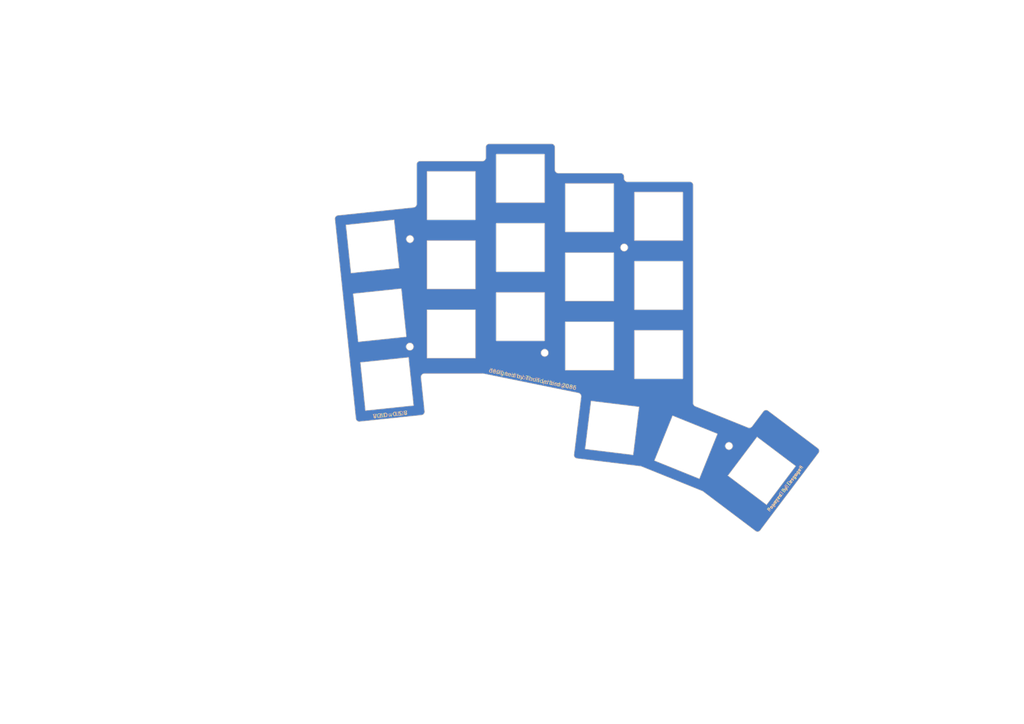
<source format=kicad_pcb>
(kicad_pcb
	(version 20240108)
	(generator "pcbnew")
	(generator_version "8.0")
	(general
		(thickness 1.6)
		(legacy_teardrops no)
	)
	(paper "A4")
	(title_block
		(title "top_plate")
		(date "2024-11-10")
		(rev "0.5.8")
		(company "Allen Choi")
	)
	(layers
		(0 "F.Cu" signal)
		(31 "B.Cu" signal)
		(32 "B.Adhes" user "B.Adhesive")
		(33 "F.Adhes" user "F.Adhesive")
		(34 "B.Paste" user)
		(35 "F.Paste" user)
		(36 "B.SilkS" user "B.Silkscreen")
		(37 "F.SilkS" user "F.Silkscreen")
		(38 "B.Mask" user)
		(39 "F.Mask" user)
		(40 "Dwgs.User" user "User.Drawings")
		(41 "Cmts.User" user "User.Comments")
		(42 "Eco1.User" user "User.Eco1")
		(43 "Eco2.User" user "User.Eco2")
		(44 "Edge.Cuts" user)
		(45 "Margin" user)
		(46 "B.CrtYd" user "B.Courtyard")
		(47 "F.CrtYd" user "F.Courtyard")
		(48 "B.Fab" user)
		(49 "F.Fab" user)
	)
	(setup
		(pad_to_mask_clearance 0.05)
		(allow_soldermask_bridges_in_footprints no)
		(pcbplotparams
			(layerselection 0x00010fc_ffffffff)
			(plot_on_all_layers_selection 0x0000000_00000000)
			(disableapertmacros no)
			(usegerberextensions no)
			(usegerberattributes yes)
			(usegerberadvancedattributes yes)
			(creategerberjobfile yes)
			(dashed_line_dash_ratio 12.000000)
			(dashed_line_gap_ratio 3.000000)
			(svgprecision 4)
			(plotframeref no)
			(viasonmask no)
			(mode 1)
			(useauxorigin no)
			(hpglpennumber 1)
			(hpglpenspeed 20)
			(hpglpendiameter 15.000000)
			(pdf_front_fp_property_popups yes)
			(pdf_back_fp_property_popups yes)
			(dxfpolygonmode yes)
			(dxfimperialunits yes)
			(dxfusepcbnewfont yes)
			(psnegative no)
			(psa4output no)
			(plotreference yes)
			(plotvalue yes)
			(plotfptext yes)
			(plotinvisibletext no)
			(sketchpadsonfab no)
			(subtractmaskfromsilk no)
			(outputformat 1)
			(mirror no)
			(drillshape 1)
			(scaleselection 1)
			(outputdirectory "")
		)
	)
	(net 0 "")
	(net 1 "GND")
	(gr_line
		(start 117.831703 97.649116)
		(end 116.368304 83.725809)
		(stroke
			(width 0.15)
			(type default)
		)
		(layer "Edge.Cuts")
		(uuid "03f64881-acdc-4518-9bd6-258a5df4acd7")
	)
	(gr_line
		(start 220.495075 153.803429)
		(end 237.39103 131.381736)
		(stroke
			(width 0.15)
			(type default)
		)
		(layer "Edge.Cuts")
		(uuid "048093a9-7ee4-41f9-840f-12588f87b10f")
	)
	(gr_line
		(start 157.917705 64.782006)
		(end 143.917704 64.782006)
		(stroke
			(width 0.15)
			(type default)
		)
		(layer "Edge.Cuts")
		(uuid "064ba785-d39a-42b7-8c53-b942daeb0c18")
	)
	(gr_line
		(start 99.12037 82.496977)
		(end 101.216167 102.437142)
		(stroke
			(width 0.15)
			(type default)
		)
		(layer "Edge.Cuts")
		(uuid "0751bd07-bde7-4a39-b168-a8c85bf6bc8e")
	)
	(gr_line
		(start 157.917704 98.832007)
		(end 157.917704 84.832007)
		(stroke
			(width 0.15)
			(type default)
		)
		(layer "Edge.Cuts")
		(uuid "08ce9927-6248-4d35-9107-05cfc78bc9ab")
	)
	(gr_line
		(start 143.917704 64.782006)
		(end 143.917704 78.782006)
		(stroke
			(width 0.15)
			(type default)
		)
		(layer "Edge.Cuts")
		(uuid "097c1b3d-e351-4a54-a4e7-074abce04a8b")
	)
	(gr_line
		(start 114.27251 63.785646)
		(end 100.349203 65.249044)
		(stroke
			(width 0.15)
			(type default)
		)
		(layer "Edge.Cuts")
		(uuid "098f3982-5fb0-449e-b6ef-d06a737d63e0")
	)
	(gr_line
		(start 137.867705 63.732006)
		(end 137.867704 49.732007)
		(stroke
			(width 0.15)
			(type default)
		)
		(layer "Edge.Cuts")
		(uuid "09a33b99-c0ff-413f-b035-b7b7a6b399d7")
	)
	(gr_arc
		(start 167.339589 132.961241)
		(mid 166.673449 132.58436)
		(end 166.468913 131.846826)
		(stroke
			(width 0.15)
			(type default)
		)
		(layer "Edge.Cuts")
		(uuid "0c58faf1-2a25-42c4-9e75-ad30e7a30693")
	)
	(gr_line
		(start 163.967705 87.282006)
		(end 177.967705 87.282006)
		(stroke
			(width 0.15)
			(type default)
		)
		(layer "Edge.Cuts")
		(uuid "0cd311dc-c797-40ab-bb09-18e17abca85c")
	)
	(gr_line
		(start 159.942705 41.707007)
		(end 141.892705 41.707007)
		(stroke
			(width 0.15)
			(type default)
		)
		(layer "Edge.Cuts")
		(uuid "0d0f945a-7eac-4308-961f-c156e46b3e75")
	)
	(gr_line
		(start 157.917704 84.832007)
		(end 143.917704 84.832007)
		(stroke
			(width 0.15)
			(type default)
		)
		(layer "Edge.Cuts")
		(uuid "146b7f42-64aa-4bf7-84d4-e2899250b695")
	)
	(gr_line
		(start 123.867705 49.732007)
		(end 123.867705 63.732007)
		(stroke
			(width 0.15)
			(type default)
		)
		(layer "Edge.Cuts")
		(uuid "157e190a-51ee-4329-aa61-125940c0757e")
	)
	(gr_line
		(start 171.42432 116.309929)
		(end 169.718149 130.205575)
		(stroke
			(width 0.15)
			(type default)
		)
		(layer "Edge.Cuts")
		(uuid "17185d42-de1f-4d39-8b81-e39a0da07d19")
	)
	(gr_arc
		(start 123.147598 119.286987)
		(mid 122.930223 120.020825)
		(end 122.257605 120.386038)
		(stroke
			(width 0.15)
			(type default)
		)
		(layer "Edge.Cuts")
		(uuid "19521a14-03e7-46d8-8a49-883d471db551")
	)
	(gr_line
		(start 169.718149 130.205575)
		(end 183.613797 131.911745)
		(stroke
			(width 0.15)
			(type default)
		)
		(layer "Edge.Cuts")
		(uuid "195b6946-ead4-476e-91e1-4d300f4eaa04")
	)
	(gr_line
		(start 211.133578 137.937131)
		(end 222.314475 146.362542)
		(stroke
			(width 0.15)
			(type default)
		)
		(layer "Edge.Cuts")
		(uuid "1d8d5fc5-61a2-4706-8941-71d49c65835a")
	)
	(gr_line
		(start 137.867704 49.732007)
		(end 123.867705 49.732007)
		(stroke
			(width 0.15)
			(type default)
		)
		(layer "Edge.Cuts")
		(uuid "1e163c52-6d6d-427f-8ad4-c42864b1ac8e")
	)
	(gr_line
		(start 219.558988 126.756233)
		(end 211.133578 137.937131)
		(stroke
			(width 0.15)
			(type default)
		)
		(layer "Edge.Cuts")
		(uuid "1e1e8b8f-e0d9-4029-bfe0-8017f8a2a93e")
	)
	(gr_line
		(start 183.613797 131.911745)
		(end 185.319967 118.0161)
		(stroke
			(width 0.15)
			(type default)
		)
		(layer "Edge.Cuts")
		(uuid "23286505-3f67-4f5b-b3ff-32d742527cb5")
	)
	(gr_line
		(start 104.540793 105.129372)
		(end 106.004193 119.052678)
		(stroke
			(width 0.15)
			(type default)
		)
		(layer "Edge.Cuts")
		(uuid "2363005f-2c86-472d-a58f-363f0e43f3fe")
	)
	(gr_arc
		(start 220.495075 153.803429)
		(mid 219.835612 154.191886)
		(end 219.094623 154.00025)
		(stroke
			(width 0.15)
			(type default)
		)
		(layer "Edge.Cuts")
		(uuid "237d78c5-9252-4d5b-994c-4011015ff6fb")
	)
	(gr_arc
		(start 104.306484 122.272776)
		(mid 103.572618 122.055409)
		(end 103.207434 121.382784)
		(stroke
			(width 0.15)
			(type default)
		)
		(layer "Edge.Cuts")
		(uuid "23cd47af-1253-4f9e-b0c4-9061c29d1a24")
	)
	(gr_line
		(start 179.992704 50.207007)
		(end 161.942705 50.207007)
		(stroke
			(width 0.15)
			(type default)
		)
		(layer "Edge.Cuts")
		(uuid "273aa988-01e9-4682-aba4-a1c7b73423c5")
	)
	(gr_line
		(start 186.018619 135.289069)
		(end 203.897884 142.512759)
		(stroke
			(width 0.15)
			(type default)
		)
		(layer "Edge.Cuts")
		(uuid "293154a8-f897-4795-b200-7799d0e35bc7")
	)
	(gr_line
		(start 123.867705 69.782007)
		(end 123.867705 83.782007)
		(stroke
			(width 0.15)
			(type default)
		)
		(layer "Edge.Cuts")
		(uuid "2f6ef541-bced-43a7-a19e-6344d1c4ea6c")
	)
	(gr_line
		(start 163.967704 93.332007)
		(end 163.967704 107.332007)
		(stroke
			(width 0.15)
			(type default)
		)
		(layer "Edge.Cuts")
		(uuid "2fb58379-4ff7-41f9-9191-287a110f5c08")
	)
	(gr_line
		(start 177.967705 107.332006)
		(end 177.967705 93.332007)
		(stroke
			(width 0.15)
			(type default)
		)
		(layer "Edge.Cuts")
		(uuid "3231f04c-db6f-4895-9024-3ddcbc2f6872")
	)
	(gr_circle
		(center 211.408433 129.342235)
		(end 212.458433 129.342234)
		(stroke
			(width 0.15)
			(type default)
		)
		(fill none)
		(layer "Edge.Cuts")
		(uuid "33f8e302-fdd3-4167-8424-74403f53f4fa")
	)
	(gr_line
		(start 119.947234 60.147545)
		(end 116.964739 60.461017)
		(stroke
			(width 0.15)
			(type default)
		)
		(layer "Edge.Cuts")
		(uuid "3456daee-3fdc-4f8a-b8bc-403e3bacf863")
	)
	(gr_line
		(start 198.017704 89.782007)
		(end 198.017705 75.782007)
		(stroke
			(width 0.15)
			(type default)
		)
		(layer "Edge.Cuts")
		(uuid "35c026b3-1c18-46cf-b498-fbeb23023cff")
	)
	(gr_line
		(start 195.069649 120.583867)
		(end 189.825156 133.564442)
		(stroke
			(width 0.15)
			(type default)
		)
		(layer "Edge.Cuts")
		(uuid "3a16198d-02e0-4c0f-b608-c32bf7599d04")
	)
	(gr_line
		(start 177.967705 67.232007)
		(end 177.967705 53.232007)
		(stroke
			(width 0.15)
			(type default)
		)
		(layer "Edge.Cuts")
		(uuid "3a6b64b1-2b05-4df6-a8df-d4ea53863f0d")
	)
	(gr_line
		(start 137.867705 83.782007)
		(end 137.867705 69.782007)
		(stroke
			(width 0.15)
			(type default)
		)
		(layer "Edge.Cuts")
		(uuid "3e46e55e-1e22-46b7-9e9f-72baebaa71ba")
	)
	(gr_line
		(start 119.9275 117.589279)
		(end 118.464101 103.665973)
		(stroke
			(width 0.15)
			(type default)
		)
		(layer "Edge.Cuts")
		(uuid "3e6342a0-e6d1-4dc3-ad41-f4608955ecde")
	)
	(gr_line
		(start 143.917704 84.832007)
		(end 143.917705 98.832007)
		(stroke
			(width 0.15)
			(type default)
		)
		(layer "Edge.Cuts")
		(uuid "429eafe1-2a1e-44d0-9263-aaab600161e7")
	)
	(gr_line
		(start 166.468913 131.846826)
		(end 168.527727 115.079131)
		(stroke
			(width 0.15)
			(type default)
		)
		(layer "Edge.Cuts")
		(uuid "436324d1-3ebf-4d6f-8ad1-14265f9335b7")
	)
	(gr_line
		(start 198.017705 75.782007)
		(end 184.017704 75.782007)
		(stroke
			(width 0.15)
			(type default)
		)
		(layer "Edge.Cuts")
		(uuid "4377b41c-f5ac-4faa-a376-0a441d8fc03a")
	)
	(gr_line
		(start 201.042704 116.8976)
		(end 201.042705 53.707006)
		(stroke
			(width 0.15)
			(type default)
		)
		(layer "Edge.Cuts")
		(uuid "4457b9a2-c563-4840-b75f-e97d55ec36f7")
	)
	(gr_line
		(start 198.017705 95.832006)
		(end 184.017704 95.832006)
		(stroke
			(width 0.15)
			(type default)
		)
		(layer "Edge.Cuts")
		(uuid "474c37ac-02b9-4b61-bdb8-94b625d74dca")
	)
	(gr_line
		(start 184.017704 109.832006)
		(end 198.017704 109.832006)
		(stroke
			(width 0.15)
			(type default)
		)
		(layer "Edge.Cuts")
		(uuid "48207234-01c7-4abf-b42f-19c3fca2aa48")
	)
	(gr_line
		(start 143.917704 58.732007)
		(end 157.917704 58.732007)
		(stroke
			(width 0.15)
			(type default)
		)
		(layer "Edge.Cuts")
		(uuid "48501562-a612-4c1d-9d5f-af2e0820ecdc")
	)
	(gr_arc
		(start 97.129104 63.551335)
		(mid 97.346488 62.817495)
		(end 98.019098 62.452285)
		(stroke
			(width 0.15)
			(type default)
		)
		(layer "Edge.Cuts")
		(uuid "4aa7a9bf-4229-4f18-b7f2-4b347cb8712f")
	)
	(gr_line
		(start 101.216167 102.437142)
		(end 103.207434 121.382784)
		(stroke
			(width 0.15)
			(type default)
		)
		(layer "Edge.Cuts")
		(uuid "4b74ab78-9aae-4880-b540-79a0dff84121")
	)
	(gr_line
		(start 123.867705 103.832006)
		(end 137.867705 103.832006)
		(stroke
			(width 0.15)
			(type default)
		)
		(layer "Edge.Cuts")
		(uuid "4bd10244-1484-4eac-b6e4-3dc438aa8ff5")
	)
	(gr_line
		(start 116.368304 83.725809)
		(end 102.444999 85.189208)
		(stroke
			(width 0.15)
			(type default)
		)
		(layer "Edge.Cuts")
		(uuid "4d519e4e-164b-4e3d-bf5c-0840871a30e3")
	)
	(gr_arc
		(start 140.892705 42.707007)
		(mid 141.185602 41.999899)
		(end 141.892705 41.707007)
		(stroke
			(width 0.15)
			(type default)
		)
		(layer "Edge.Cuts")
		(uuid "51afbf25-8276-4474-956b-2b944ec0994b")
	)
	(gr_line
		(start 97.129104 63.551335)
		(end 99.12037 82.496977)
		(stroke
			(width 0.15)
			(type default)
		)
		(layer "Edge.Cuts")
		(uuid "51e6fae6-1349-4d5c-97ff-c18274782356")
	)
	(gr_arc
		(start 159.942705 41.707007)
		(mid 160.64987 41.999857)
		(end 160.942705 42.707006)
		(stroke
			(width 0.15)
			(type default)
		)
		(layer "Edge.Cuts")
		(uuid "5218c3be-1815-41ad-9382-68413a1f3624")
	)
	(gr_line
		(start 203.897884 142.512759)
		(end 203.880616 142.535674)
		(stroke
			(width 0.15)
			(type default)
		)
		(layer "Edge.Cuts")
		(uuid "5398f45f-3305-4868-a4ac-b1bc636f58db")
	)
	(gr_line
		(start 177.967705 93.332007)
		(end 163.967704 93.332007)
		(stroke
			(width 0.15)
			(type default)
		)
		(layer "Edge.Cuts")
		(uuid "542839aa-b9a5-4e4f-a564-7d8477f26fc6")
	)
	(gr_circle
		(center 181.017704 71.782006)
		(end 182.067704 71.782007)
		(stroke
			(width 0.15)
			(type default)
		)
		(fill none)
		(layer "Edge.Cuts")
		(uuid "5ac6aa8d-db75-41ea-91ad-665eeb404b58")
	)
	(gr_circle
		(center 118.902631 69.33205)
		(end 119.952631 69.332049)
		(stroke
			(width 0.15)
			(type default)
		)
		(fill none)
		(layer "Edge.Cuts")
		(uuid "5c52dac6-be23-4e15-b6f8-5898af3e7771")
	)
	(gr_line
		(start 103.908397 99.112513)
		(end 117.831703 97.649116)
		(stroke
			(width 0.15)
			(type default)
		)
		(layer "Edge.Cuts")
		(uuid "61bb1281-2d68-42db-ba5a-13a36e256344")
	)
	(gr_arc
		(start 140.892705 45.707007)
		(mid 140.599816 46.414113)
		(end 139.892705 46.707006)
		(stroke
			(width 0.15)
			(type default)
		)
		(layer "Edge.Cuts")
		(uuid "640ea37c-3371-4609-9b71-f3607539bc99")
	)
	(gr_arc
		(start 237.194211 129.981286)
		(mid 237.582683 130.640749)
		(end 237.39103 131.381736)
		(stroke
			(width 0.15)
			(type default)
		)
		(layer "Edge.Cuts")
		(uuid "66faf7ea-38e0-423d-84c7-3a6a6adce4cd")
	)
	(gr_arc
		(start 181.992705 52.707006)
		(mid 181.285593 52.414106)
		(end 180.992705 51.707007)
		(stroke
			(width 0.15)
			(type default)
		)
		(layer "Edge.Cuts")
		(uuid "6abc96f3-3849-47d9-92e2-99e2d413b366")
	)
	(gr_arc
		(start 201.668099 117.824784)
		(mid 201.213697 117.456776)
		(end 201.042704 116.8976)
		(stroke
			(width 0.15)
			(type default)
		)
		(layer "Edge.Cuts")
		(uuid "6af6bab7-9f37-4c7a-bdbb-494ad5115b4e")
	)
	(gr_arc
		(start 221.378388 119.315346)
		(mid 222.037852 118.926829)
		(end 222.778839 119.118525)
		(stroke
			(width 0.15)
			(type default)
		)
		(layer "Edge.Cuts")
		(uuid "6b37fa1d-925e-45b8-aa8d-7e94e46c0e1f")
	)
	(gr_line
		(start 143.917704 78.782006)
		(end 157.917704 78.782006)
		(stroke
			(width 0.15)
			(type default)
		)
		(layer "Edge.Cuts")
		(uuid "6f129c3b-db1a-4114-8add-34999d47c0e7")
	)
	(gr_line
		(start 143.917705 98.832007)
		(end 157.917704 98.832007)
		(stroke
			(width 0.15)
			(type default)
		)
		(layer "Edge.Cuts")
		(uuid "70af6f82-1683-49fd-8eab-9cbf4fe0a902")
	)
	(gr_arc
		(start 179.992704 50.207007)
		(mid 180.69987 50.499857)
		(end 180.992705 51.207006)
		(stroke
			(width 0.15)
			(type default)
		)
		(layer "Edge.Cuts")
		(uuid "724308db-525e-46ca-873f-1439fdb0bbff")
	)
	(gr_line
		(start 208.050222 125.828359)
		(end 195.069649 120.583867)
		(stroke
			(width 0.15)
			(type default)
		)
		(layer "Edge.Cuts")
		(uuid "73fc4ba3-126c-43c5-bfa0-fc68ebc9946c")
	)
	(gr_circle
		(center 157.967704 102.332007)
		(end 159.017704 102.332006)
		(stroke
			(width 0.15)
			(type default)
		)
		(fill none)
		(layer "Edge.Cuts")
		(uuid "7405204f-6c84-427e-ad2e-79db3df3265f")
	)
	(gr_line
		(start 181.992705 52.707006)
		(end 200.042705 52.707006)
		(stroke
			(width 0.15)
			(type default)
		)
		(layer "Edge.Cuts")
		(uuid "77002f26-c382-4c0e-84be-34686580aba7")
	)
	(gr_line
		(start 177.967705 87.282006)
		(end 177.967705 73.282006)
		(stroke
			(width 0.15)
			(type default)
		)
		(layer "Edge.Cuts")
		(uuid "780adeed-93f1-4ed9-a318-76844a88c0eb")
	)
	(gr_line
		(start 118.464101 103.665973)
		(end 104.540793 105.129372)
		(stroke
			(width 0.15)
			(type default)
		)
		(layer "Edge.Cuts")
		(uuid "786b7fb1-b8c5-449d-950e-1374565cf373")
	)
	(gr_line
		(start 237.194211 129.981286)
		(end 222.778839 119.118525)
		(stroke
			(width 0.15)
			(type default)
		)
		(layer "Edge.Cuts")
		(uuid "7993e8d9-de44-426a-ab4d-84e91e300dc2")
	)
	(gr_arc
		(start 140.077136 108.339852)
		(mid 139.985318 108.352703)
		(end 139.892705 108.357006)
		(stroke
			(width 0.15)
			(type default)
		)
		(layer "Edge.Cuts")
		(uuid "7997709b-f767-4534-8b90-f53dd783178e")
	)
	(gr_line
		(start 157.917704 58.732007)
		(end 157.917705 44.732007)
		(stroke
			(width 0.15)
			(type default)
		)
		(layer "Edge.Cuts")
		(uuid "7bfdabd1-7151-4b55-b028-32446eef407e")
	)
	(gr_line
		(start 167.339589 132.961241)
		(end 185.765883 135.223706)
		(stroke
			(width 0.15)
			(type default)
		)
		(layer "Edge.Cuts")
		(uuid "7d1e9d1c-764e-4d6a-981f-719595e7e6e2")
	)
	(gr_line
		(start 123.109423 108.357006)
		(end 139.892705 108.357006)
		(stroke
			(width 0.15)
			(type default)
		)
		(layer "Edge.Cuts")
		(uuid "7fa755d3-67d5-41f3-8705-72464bdaa562")
	)
	(gr_line
		(start 157.917704 78.782006)
		(end 157.917705 64.782006)
		(stroke
			(width 0.15)
			(type default)
		)
		(layer "Edge.Cuts")
		(uuid "7fb9d941-a93f-4a05-851b-12f44da9b3fa")
	)
	(gr_line
		(start 184.017704 55.732007)
		(end 184.017704 69.732007)
		(stroke
			(width 0.15)
			(type default)
		)
		(layer "Edge.Cuts")
		(uuid "8418b20a-568e-4920-b415-d5c8aca2b2b9")
	)
	(gr_arc
		(start 120.842704 47.707006)
		(mid 121.135602 46.999899)
		(end 121.842705 46.707007)
		(stroke
			(width 0.15)
			(type default)
		)
		(layer "Edge.Cuts")
		(uuid "8c68cebd-274a-43ae-844e-1a1f171595cf")
	)
	(gr_line
		(start 157.917705 44.732007)
		(end 143.917704 44.732006)
		(stroke
			(width 0.15)
			(type default)
		)
		(layer "Edge.Cuts")
		(uuid "8f447703-8493-4736-9b72-fddef9da332b")
	)
	(gr_line
		(start 185.319967 118.0161)
		(end 171.42432 116.309929)
		(stroke
			(width 0.15)
			(type default)
		)
		(layer "Edge.Cuts")
		(uuid "91d02d02-fddc-4c8b-9b32-9330b449b97f")
	)
	(gr_line
		(start 120.842704 47.707006)
		(end 120.842705 59.153023)
		(stroke
			(width 0.15)
			(type default)
		)
		(layer "Edge.Cuts")
		(uuid "96017e79-560c-4679-909c-35e51c6ac37f")
	)
	(gr_line
		(start 140.077136 108.339852)
		(end 167.734907 113.97741)
		(stroke
			(width 0.15)
			(type default)
		)
		(layer "Edge.Cuts")
		(uuid "9c1c5fbf-896d-41f4-a3a6-d0ee2b945b84")
	)
	(gr_arc
		(start 218.100925 123.664688)
		(mid 217.569533 124.026494)
		(end 216.927683 123.990057)
		(stroke
			(width 0.15)
			(type default)
		)
		(layer "Edge.Cuts")
		(uuid "9f59f0f6-ac10-4fe7-a8bb-04050bdff7dd")
	)
	(gr_line
		(start 218.100925 123.664688)
		(end 221.378388 119.315346)
		(stroke
			(width 0.15)
			(type default)
		)
		(layer "Edge.Cuts")
		(uuid "a074836b-4f4e-4eef-b23a-35b814e2db35")
	)
	(gr_line
		(start 189.825156 133.564442)
		(end 202.805729 138.808933)
		(stroke
			(width 0.15)
			(type default)
		)
		(layer "Edge.Cuts")
		(uuid "a1cfddb8-702b-4b55-8efd-8c7e5b5c87bc")
	)
	(gr_line
		(start 177.967705 53.232007)
		(end 163.967705 53.232007)
		(stroke
			(width 0.15)
			(type default)
		)
		(layer "Edge.Cuts")
		(uuid "a26d6e23-4006-41c2-9aa5-e3aa0fc8dcb4")
	)
	(gr_arc
		(start 167.734907 113.97741)
		(mid 168.346808 114.373189)
		(end 168.527727 115.079131)
		(stroke
			(width 0.15)
			(type default)
		)
		(layer "Edge.Cuts")
		(uuid "a347157f-14f4-444e-9e14-d5d4b802293e")
	)
	(gr_line
		(start 202.805729 138.808933)
		(end 208.050222 125.828359)
		(stroke
			(width 0.15)
			(type default)
		)
		(layer "Edge.Cuts")
		(uuid "a92cbc84-b2e0-46d2-b9e5-079625778bd3")
	)
	(gr_line
		(start 163.967705 73.282006)
		(end 163.967705 87.282006)
		(stroke
			(width 0.15)
			(type default)
		)
		(layer "Edge.Cuts")
		(uuid "ab22a9df-ddc8-4e75-a946-0eec300d72f2")
	)
	(gr_line
		(start 102.444999 85.189208)
		(end 103.908397 99.112513)
		(stroke
			(width 0.15)
			(type default)
		)
		(layer "Edge.Cuts")
		(uuid "ad8c11b0-ac24-4ae8-b258-e5e110d25f2c")
	)
	(gr_line
		(start 203.880616 142.535674)
		(end 219.094623 154.00025)
		(stroke
			(width 0.15)
			(type default)
		)
		(layer "Edge.Cuts")
		(uuid "ae04d166-60d0-4eb6-b27f-89c82b6f8750")
	)
	(gr_line
		(start 198.017705 55.732007)
		(end 184.017704 55.732007)
		(stroke
			(width 0.15)
			(type default)
		)
		(layer "Edge.Cuts")
		(uuid "ae8bb88b-57a1-4146-b83d-872484d2b8c8")
	)
	(gr_line
		(start 198.017705 69.732006)
		(end 198.017705 55.732007)
		(stroke
			(width 0.15)
			(type default)
		)
		(layer "Edge.Cuts")
		(uuid "b1f836f2-6648-4cc1-8979-88885bb426ca")
	)
	(gr_line
		(start 123.867705 63.732007)
		(end 137.867705 63.732006)
		(stroke
			(width 0.15)
			(type default)
		)
		(layer "Edge.Cuts")
		(uuid "b2fec3db-adf4-4f11-9eda-fa39211dc4e8")
	)
	(gr_arc
		(start 200.042705 52.707006)
		(mid 200.749871 52.999856)
		(end 201.042705 53.707006)
		(stroke
			(width 0.15)
			(type default)
		)
		(layer "Edge.Cuts")
		(uuid "b44610c4-085f-4293-9fec-a3480098424d")
	)
	(gr_line
		(start 137.867705 103.832006)
		(end 137.867705 89.832006)
		(stroke
			(width 0.15)
			(type default)
		)
		(layer "Edge.Cuts")
		(uuid "b4f695b5-4c51-43f8-8145-2486d19e17c7")
	)
	(gr_arc
		(start 120.842705 59.153023)
		(mid 120.585848 59.822145)
		(end 119.947234 60.147545)
		(stroke
			(width 0.15)
			(type default)
		)
		(layer "Edge.Cuts")
		(uuid "b61fc8c6-3228-4fc0-a43f-44137bbe0d98")
	)
	(gr_line
		(start 100.349203 65.249044)
		(end 101.812602 79.172349)
		(stroke
			(width 0.15)
			(type default)
		)
		(layer "Edge.Cuts")
		(uuid "b77fb819-3082-4ece-8b45-5ba0fc09c210")
	)
	(gr_line
		(start 160.942705 49.207007)
		(end 160.942705 42.707006)
		(stroke
			(width 0.15)
			(type default)
		)
		(layer "Edge.Cuts")
		(uuid "b85c6eed-2674-4f53-99c0-d5ba9ede0fb0")
	)
	(gr_line
		(start 106.004193 119.052678)
		(end 119.9275 117.589279)
		(stroke
			(width 0.15)
			(type default)
		)
		(layer "Edge.Cuts")
		(uuid "b8be49da-c484-4fdb-b547-a6455efac11b")
	)
	(gr_line
		(start 116.964739 60.461017)
		(end 98.019098 62.452285)
		(stroke
			(width 0.15)
			(type default)
		)
		(layer "Edge.Cuts")
		(uuid "b8dc2afb-7ea5-468a-bf3b-a76c721eedcb")
	)
	(gr_line
		(start 140.892705 42.707007)
		(end 140.892705 45.707007)
		(stroke
			(width 0.15)
			(type default)
		)
		(layer "Edge.Cuts")
		(uuid "ba104d3e-a7ae-4d5b-8858-53986da1df3f")
	)
	(gr_line
		(start 198.017704 109.832006)
		(end 198.017705 95.832006)
		(stroke
			(width 0.15)
			(type default)
		)
		(layer "Edge.Cuts")
		(uuid "ba85e4c8-2845-46ec-af7f-aa6c8f93cb05")
	)
	(gr_line
		(start 184.017704 95.832006)
		(end 184.017704 109.832006)
		(stroke
			(width 0.15)
			(type default)
		)
		(layer "Edge.Cuts")
		(uuid "bf479067-2bfb-4d36-8c9e-49ba04e8dfc7")
	)
	(gr_line
		(start 184.017704 75.782007)
		(end 184.017704 89.782007)
		(stroke
			(width 0.15)
			(type default)
		)
		(layer "Edge.Cuts")
		(uuid "bf95912e-6b00-4611-8abd-dd9f6720a1c1")
	)
	(gr_line
		(start 163.967705 53.232007)
		(end 163.967705 67.232007)
		(stroke
			(width 0.15)
			(type default)
		)
		(layer "Edge.Cuts")
		(uuid "c8d24cab-6026-4c3c-9522-a4f7317fe7b0")
	)
	(gr_line
		(start 184.017704 69.732007)
		(end 198.017705 69.732006)
		(stroke
			(width 0.15)
			(type default)
		)
		(layer "Edge.Cuts")
		(uuid "ceb642ef-ca23-4fbb-b183-5ed05d96b65e")
	)
	(gr_line
		(start 104.306484 122.272776)
		(end 122.257605 120.386038)
		(stroke
			(width 0.15)
			(type default)
		)
		(layer "Edge.Cuts")
		(uuid "d0d62f33-e6fe-4123-b8c6-2af33dd0c840")
	)
	(gr_line
		(start 101.812602 79.172349)
		(end 115.735908 77.708952)
		(stroke
			(width 0.15)
			(type default)
		)
		(layer "Edge.Cuts")
		(uuid "d1d72218-a90a-458b-b623-78e1101f1844")
	)
	(gr_line
		(start 123.867705 83.782007)
		(end 137.867705 83.782007)
		(stroke
			(width 0.15)
			(type default)
		)
		(layer "Edge.Cuts")
		(uuid "d3562d5c-33af-4b50-bf78-15b51d38bb84")
	)
	(gr_line
		(start 115.735908 77.708952)
		(end 114.27251 63.785646)
		(stroke
			(width 0.15)
			(type default)
		)
		(layer "Edge.Cuts")
		(uuid "d4ca4e10-7844-46fa-9bb0-578542bf84c2")
	)
	(gr_arc
		(start 161.942705 50.207007)
		(mid 161.235592 49.914106)
		(end 160.942705 49.207007)
		(stroke
			(width 0.15)
			(type default)
		)
		(layer "Edge.Cuts")
		(uuid "d9996ecd-5e2a-4cab-8251-2febd9ce431a")
	)
	(gr_line
		(start 230.739886 135.181645)
		(end 219.558988 126.756233)
		(stroke
			(width 0.15)
			(type default)
		)
		(layer "Edge.Cuts")
		(uuid "dcc2fa85-c96a-4211-9ce4-e447fa1e9b72")
	)
	(gr_line
		(start 123.147598 119.286987)
		(end 122.114902 109.461534)
		(stroke
			(width 0.15)
			(type default)
		)
		(layer "Edge.Cuts")
		(uuid "dccc47c2-c723-4adc-a02a-a02a7da9dbc7")
	)
	(gr_line
		(start 143.917704 44.732006)
		(end 143.917704 58.732007)
		(stroke
			(width 0.15)
			(type default)
		)
		(layer "Edge.Cuts")
		(uuid "e33b146b-3738-4b87-9ff8-841666110f56")
	)
	(gr_line
		(start 137.867705 69.782007)
		(end 123.867705 69.782007)
		(stroke
			(width 0.15)
			(type default)
		)
		(layer "Edge.Cuts")
		(uuid "e62af04f-3750-451c-8025-925100d12449")
	)
	(gr_line
		(start 137.867705 89.832006)
		(end 123.867705 89.832006)
		(stroke
			(width 0.15)
			(type default)
		)
		(layer "Edge.Cuts")
		(uuid "e6888cef-b897-492a-af99-f6aa8097e225")
	)
	(gr_circle
		(center 118.867705 100.532006)
		(end 119.917705 100.532007)
		(stroke
			(width 0.15)
			(type default)
		)
		(fill none)
		(layer "Edge.Cuts")
		(uuid "e835b87d-fcb7-4e61-a819-e586813736e5")
	)
	(gr_line
		(start 201.668099 117.824784)
		(end 216.927683 123.990057)
		(stroke
			(width 0.15)
			(type default)
		)
		(layer "Edge.Cuts")
		(uuid "ea55e18a-5e9a-46d8-8a1c-d2f5ae7e451a")
	)
	(gr_line
		(start 163.967705 67.232007)
		(end 177.967705 67.232007)
		(stroke
			(width 0.15)
			(type default)
		)
		(layer "Edge.Cuts")
		(uuid "ee5fd93c-f83c-4c69-b053-abd03b572196")
	)
	(gr_line
		(start 184.017704 89.782007)
		(end 198.017704 89.782007)
		(stroke
			(width 0.15)
			(type default)
		)
		(layer "Edge.Cuts")
		(uuid "ef0c78a6-c36d-4826-b77b-b3ab4d390af8")
	)
	(gr_line
		(start 139.892705 46.707006)
		(end 121.842705 46.707007)
		(stroke
			(width 0.15)
			(type default)
		)
		(layer "Edge.Cuts")
		(uuid "f0588150-7407-4957-b6ec-20e58fd5ff35")
	)
	(gr_line
		(start 123.867705 89.832006)
		(end 123.867705 103.832006)
		(stroke
			(width 0.15)
			(type default)
		)
		(layer "Edge.Cuts")
		(uuid "f109201c-1e78-45c5-8ad8-500f37f2c35c")
	)
	(gr_line
		(start 163.967704 107.332007)
		(end 177.967705 107.332006)
		(stroke
			(width 0.15)
			(type default)
		)
		(layer "Edge.Cuts")
		(uuid "f54c8801-e603-4a06-a45a-5386860bcca2")
	)
	(gr_arc
		(start 185.765883 135.223706)
		(mid 185.894396 135.248093)
		(end 186.018619 135.289069)
		(stroke
			(width 0.15)
			(type default)
		)
		(layer "Edge.Cuts")
		(uuid "f56458cd-6313-42ad-bb26-23e5e44c050c")
	)
	(gr_line
		(start 222.314475 146.362542)
		(end 230.739886 135.181645)
		(stroke
			(width 0.15)
			(type default)
		)
		(layer "Edge.Cuts")
		(uuid "fb9336ae-8bcc-4470-9ee5-8337b8e420cd")
	)
	(gr_line
		(start 180.992705 51.707007)
		(end 180.992705 51.207006)
		(stroke
			(width 0.15)
			(type default)
		)
		(layer "Edge.Cuts")
		(uuid "fbb95cd6-35bc-4660-9b42-0000f0144d99")
	)
	(gr_arc
		(start 122.114902 109.461534)
		(mid 122.366287 108.687884)
		(end 123.109423 108.357006)
		(stroke
			(width 0.15)
			(type default)
		)
		(layer "Edge.Cuts")
		(uuid "fc175ccd-f39d-4813-9b91-4de2c0d9f905")
	)
	(gr_line
		(start 177.967705 73.282006)
		(end 163.967705 73.282006)
		(stroke
			(width 0.15)
			(type default)
		)
		(layer "Edge.Cuts")
		(uuid "ffbbe6e3-0af6-4d10-bdbc-d7e1e7903223")
	)
	(gr_text "designed by Thunderbird 2086"
		(at 154.481478 110.018549 -11.5)
		(layer "B.SilkS")
		(uuid "3f423bf6-205e-41fd-a716-84be7f91acd4")
		(effects
			(font
				(face "Android Robot")
				(size 1.2 1.2)
				(thickness 0.15)
			)
			(justify mirror)
		)
		(render_cache "designed by Thunderbird 2086" 348.5
			(polygon
				(pts
					(xy 167.698924 112.086485) (xy 167.695477 112.085784) (xy 167.470594 112.04003) (xy 167.468958 112.048072)
					(xy 167.269584 113.028024) (xy 167.28524 113.088415) (xy 167.327346 113.133692) (xy 167.356792 113.146263)
					(xy 168.235647 113.325068) (xy 168.296014 113.319431) (xy 168.344063 113.280478) (xy 168.36049 113.256851)
					(xy 168.402387 113.050923) (xy 168.394987 112.989032) (xy 168.357215 112.93804) (xy 168.311603 112.901748)
					(xy 168.26242 112.857153) (xy 168.216306 112.815414) (xy 168.152889 112.758159) (xy 168.096377 112.707331)
					(xy 168.04677 112.662929) (xy 167.991368 112.613721) (xy 167.939378 112.568276) (xy 167.89294 112.530933)
					(xy 167.739695 112.704935) (xy 168.149874 113.068939) (xy 167.52491 112.941789) (xy 167.525553 112.938629)
				)
			)
			(polygon
				(pts
					(xy 166.802411 112.344356) (xy 166.811158 112.349434) (xy 166.860338 112.387873) (xy 166.910174 112.430287)
					(xy 166.96062 112.474405) (xy 167.004625 112.513434) (xy 167.053919 112.557557) (xy 167.108501 112.606772)
					(xy 167.168372 112.661079) (xy 167.216058 112.701326) (xy 167.25376 112.748966) (xy 167.265649 112.810678)
					(xy 167.221708 113.026658) (xy 167.205454 113.04989) (xy 167.15779 113.088143) (xy 167.097731 113.093557)
					(xy 166.12582 112.895819) (xy 166.119215 112.894475) (xy 166.1645 112.671889) (xy 166.165844 112.665284)
					(xy 166.424044 112.717815) (xy 166.30865 112.540767) (xy 166.594658 112.540767) (xy 166.75663 112.78548)
					(xy 167.008224 112.836668) (xy 166.954819 112.787959) (xy 166.906503 112.744007) (xy 166.849997 112.692806)
					(xy 166.802538 112.650063) (xy 166.748312 112.601807) (xy 166.700925 112.562387) (xy 166.594658 112.540767)
					(xy 166.30865 112.540767) (xy 166.279984 112.496785) (xy 166.255956 112.465507) (xy 166.227276 112.412876)
					(xy 166.220229 112.350932) (xy 166.226247 112.32135) (xy 166.242612 112.297537) (xy 166.290405 112.258221)
					(xy 166.350346 112.252383)
				)
			)
			(polygon
				(pts
					(xy 166.112538 112.204) (xy 165.13833 112.005795) (xy 165.136986 112.012401) (xy 165.091701 112.234987)
					(xy 165.098019 112.236272) (xy 165.56588 112.33146) (xy 165.565238 112.334619) (xy 165.48882 112.340867)
					(xy 165.419439 112.346711) (xy 165.357097 112.352153) (xy 165.284921 112.358782) (xy 165.225256 112.364694)
					(xy 165.159219 112.372218) (xy 165.112946 112.380482) (xy 165.067036 112.418698) (xy 165.043085 112.473943)
					(xy 165.028652 112.544884) (xy 165.02846 112.604122) (xy 165.057297 112.657119) (xy 165.085336 112.68084)
					(xy 165.113988 112.68996) (xy 166.088196 112.888164) (xy 166.08954 112.881559) (xy 166.134826 112.658973)
					(xy 166.128507 112.657687) (xy 165.660646 112.5625) (xy 165.661289 112.559341) (xy 165.73771 112.553093)
					(xy 165.807097 112.54725) (xy 165.869453 112.541811) (xy 165.941653 112.535188) (xy 166.001351 112.529282)
					(xy 166.067456 112.521772) (xy 166.113868 112.513536) (xy 166.15965 112.474845) (xy 166.183442 112.420016)
					(xy 166.197875 112.349076) (xy 166.198066 112.289838) (xy 166.169229 112.236841) (xy 166.141191 112.213119)
				)
			)
			(polygon
				(pts
					(xy 165.076432 111.552933) (xy 164.964708 111.530202) (xy 164.9039 111.536166) (xy 164.855486 111.576516)
					(xy 164.84616 111.589531) (xy 164.837512 111.614391) (xy 164.728126 112.152044) (xy 164.734444 112.153329)
					(xy 164.821468 112.171034) (xy 164.731715 112.612185) (xy 164.738608 112.613588) (xy 164.960045 112.658639)
					(xy 164.961331 112.652321) (xy 165.15901 111.680698) (xy 165.153407 111.619403) (xy 165.113852 111.570627)
					(xy 165.101063 111.561234)
				)
			)
			(polygon
				(pts
					(xy 164.622506 111.900849) (xy 163.756575 111.724674) (xy 163.696634 111.730512) (xy 163.648841 111.769828)
					(xy 163.632476 111.793641) (xy 163.629847 111.806565) (xy 163.452561 112.677953) (xy 163.461063 112.739934)
					(xy 163.49405 112.789491) (xy 163.540527 112.810104) (xy 164.415649 112.98815) (xy 164.476234 112.982443)
					(xy 164.524428 112.943208) (xy 164.540896 112.919417) (xy 164.603887 112.609807) (xy 164.597281 112.608463)
					(xy 164.375557 112.563353) (xy 164.374271 112.569671) (xy 164.340789 112.734241) (xy 163.705199 112.604929)
					(xy 163.82078 112.036832) (xy 163.832583 111.978816) (xy 164.442325 112.10287) (xy 163.93618 112.28553)
					(xy 163.935478 112.288976) (xy 164.012482 112.502943) (xy 164.015641 112.503586) (xy 164.625647 112.288219)
					(xy 164.663194 112.241145) (xy 164.67622 112.204294) (xy 164.708417 112.046042) (xy 164.708485 111.9872)
					(xy 164.679536 111.934066) (xy 164.651445 111.910027)
				)
			)
			(polygon
				(pts
					(xy 163.518767 111.676291) (xy 162.636753 111.496843) (xy 162.576615 111.502642) (xy 162.528739 111.541941)
					(xy 162.512367 111.565752) (xy 162.396144 112.137008) (xy 162.402749 112.138352) (xy 162.624474 112.183462)
					(xy 162.625759 112.177144) (xy 162.712474 111.750928) (xy 163.348064 111.88024) (xy 163.260064 112.312774)
					(xy 163.266957 112.314177) (xy 163.488394 112.359229) (xy 163.489679 112.35291) (xy 163.601345 111.804057)
					(xy 163.595743 111.742762) (xy 163.556187 111.693986) (xy 163.543399 111.684593)
				)
			)
			(polygon
				(pts
					(xy 161.958943 111.358942) (xy 161.96769 111.364019) (xy 162.016871 111.402458) (xy 162.066707 111.444873)
					(xy 162.117153 111.48899) (xy 162.161158 111.52802) (xy 162.210451 111.572142) (xy 162.265033 111.621357)
					(xy 162.324904 111.675665) (xy 162.37259 111.715912) (xy 162.410292 111.763551) (xy 162.422182 111.825264)
					(xy 162.37824 112.041244) (xy 162.361986 112.064476) (xy 162.314323 112.102729) (xy 162.254263 112.108142)
					(xy 161.282353 111.910405) (xy 161.275747 111.909061) (xy 161.321033 111.686475) (xy 161.322377 111.679869)
					(xy 161.580576 111.7324) (xy 161.465182 111.555352) (xy 161.75119 111.555352) (xy 161.913162 111.800066)
					(xy 162.164756 111.851253) (xy 162.111351 111.802544) (xy 162.063035 111.758592) (xy 162.00653 111.707391)
					(xy 161.959071 111.664648) (xy 161.904844 111.616392) (xy 161.857457 111.576972) (xy 161.75119 111.555352)
					(xy 161.465182 111.555352) (xy 161.436517 111.511371) (xy 161.412488 111.480093) (xy 161.383809 111.427461)
					(xy 161.376761 111.365517) (xy 161.38278 111.335935) (xy 161.399144 111.312122) (xy 161.446937 111.272806)
					(xy 161.506878 111.266968)
				)
			)
			(polygon
				(pts
					(xy 160.601452 110.642488) (xy 160.598005 110.641786) (xy 160.373122 110.596033) (xy 160.371485 110.604075)
					(xy 160.172112 111.584027) (xy 160.187768 111.644418) (xy 160.229874 111.689695) (xy 160.25932 111.702266)
					(xy 161.138175 111.881071) (xy 161.198541 111.875434) (xy 161.24659 111.836481) (xy 161.263018 111.812854)
					(xy 161.304915 111.606926) (xy 161.297515 111.545035) (xy 161.259743 111.494043) (xy 161.214131 111.457751)
					(xy 161.164948 111.413156) (xy 161.118834 111.371417) (xy 161.055417 111.314162) (xy 160.998905 111.263334)
					(xy 160.949298 111.218932) (xy 160.893896 111.169724) (xy 160.841906 111.124279) (xy 160.795468 111.086936)
					(xy 160.642223 111.260938) (xy 161.052402 111.624942) (xy 160.427438 111.497792) (xy 160.428081 111.494632)
				)
			)
			(polygon
				(pts
					(xy 159.622936 110.443406) (xy 159.621592 110.450012) (xy 159.448922 111.29871) (xy 158.828841 111.172553)
					(xy 158.829484 111.169394) (xy 158.892042 111.148847) (xy 158.951627 111.129114) (xy 159.008239 111.110196)
					(xy 159.079097 111.086239) (xy 159.144668 111.06373) (xy 159.204954 111.04267) (xy 159.272878 111.018381)
					(xy 159.332543 110.996354) (xy 159.343485 110.992221) (xy 159.325296 110.936288) (xy 159.306611 110.879967)
					(xy 159.287031 110.823198) (xy 159.268215 110.775615) (xy 159.265056 110.774972) (xy 158.66485 110.981865)
					(xy 158.620666 111.022278) (xy 158.60643 111.057315) (xy 158.567747 111.247446) (xy 158.573285 111.307736)
					(xy 158.611969 111.355574) (xy 158.635448 111.371886) (xy 159.530387 111.553963) (xy 159.58964 111.544594)
					(xy 159.636227 111.500844) (xy 159.649672 111.480727) (xy 159.851266 110.489861) (xy 159.848106 110.489218)
				)
			)
			(polygon
				(pts
					(xy 158.689373 110.69374) (xy 158.47885 110.650909) (xy 158.417896 110.658545) (xy 158.368754 110.692403)
					(xy 158.336909 110.726714) (xy 158.074037 110.991171) (xy 158.067718 110.989885) (xy 158.04648 110.934325)
					(xy 158.020414 110.869359) (xy 157.993147 110.802992) (xy 157.967704 110.741894) (xy 157.939036 110.673681)
					(xy 157.915418 110.617852) (xy 157.889985 110.558021) (xy 157.842504 110.523572) (xy 157.824304 110.51774)
					(xy 157.611196 110.474382) (xy 157.609852 110.480988) (xy 157.564566 110.703574) (xy 157.570885 110.704859)
					(xy 157.71535 110.734251) (xy 157.755744 110.833732) (xy 157.793956 110.927687) (xy 157.829985 111.016116)
					(xy 157.863833 111.099018) (xy 157.895499 111.176394) (xy 157.924982 111.248244) (xy 157.952283 111.314567)
					(xy 157.977403 111.375365) (xy 158.00034 111.430636) (xy 158.030654 111.503181) (xy 158.056059 111.563291)
					(xy 158.082295 111.624097) (xy 158.099802 111.662798) (xy 158.146182 111.700555) (xy 158.165128 111.706298)
					(xy 158.38082 111.750181) (xy 158.382164 111.743575) (xy 158.42745 111.520989) (xy 158.421131 111.519704)
					(xy 158.273507 111.489669) (xy 158.166958 111.223929) (xy 158.498278 110.89354) (xy 158.649062 110.924217)
					(xy 158.650464 110.917324) (xy 158.695691 110.695025)
				)
			)
			(polygon
				(pts
					(xy 156.152033 109.737243) (xy 156.15063 109.744136) (xy 156.105403 109.966435) (xy 156.112009 109.967779)
					(xy 156.952378 110.138754) (xy 156.951735 110.141913) (xy 156.881107 110.164811) (xy 156.816644 110.185882)
					(xy 156.758346 110.205126) (xy 156.690207 110.227945) (xy 156.633028 110.247516) (xy 156.576968 110.267413)
					(xy 156.519218 110.290442) (xy 156.516227 110.291986) (xy 156.477522 110.336014) (xy 156.458579 110.394512)
					(xy 156.354159 110.907752) (xy 156.360478 110.909038) (xy 156.582489 110.954206) (xy 156.583775 110.947888)
					(xy 156.679605 110.476868) (xy 156.752991 110.452948) (xy 156.8199 110.430992) (xy 156.880332 110.410999)
					(xy 156.950833 110.387395) (xy 157.009819 110.36728) (xy 157.067358 110.347044) (xy 157.12559 110.32436)
					(xy 157.128461 110.32293) (xy 157.168544 110.2789) (xy 157.174706 110.261752) (xy 157.21485 110.06444)
					(xy 157.209212 110.004074) (xy 157.17026 109.956024) (xy 157.146632 109.939597)
				)
			)
			(polygon
				(pts
					(xy 156.000674 109.706449) (xy 155.887515 109.683426) (xy 155.827784 109.687465) (xy 155.77974 109.726263)
					(xy 155.761507 109.755893) (xy 155.752388 109.784546) (xy 155.691501 110.083816) (xy 155.067973 109.956958)
					(xy 155.006006 109.952441) (xy 154.948131 109.971735) (xy 154.91364 110.008408) (xy 154.904638 110.036486)
					(xy 154.792037 110.589935) (xy 154.798643 110.591279) (xy 155.020367 110.636389) (xy 155.021653 110.630071)
					(xy 155.108367 110.203855) (xy 155.743958 110.333167) (xy 155.655958 110.765701) (xy 155.662851 110.767104)
					(xy 155.884288 110.812156) (xy 155.885573 110.805837) (xy 156.083252 109.834214) (xy 156.07765 109.772919)
					(xy 156.038094 109.724143) (xy 156.025306 109.71475)
				)
			)
			(polygon
				(pts
					(xy 154.87181 109.917048) (xy 154.649799 109.871879) (xy 154.649156 109.875039) (xy 154.648513 109.878198)
					(xy 154.566415 110.281724) (xy 154.552034 110.302427) (xy 153.933963 110.176679) (xy 154.018048 109.763388)
					(xy 154.030005 109.745781) (xy 154.026846 109.745138) (xy 154.023399 109.744437) (xy 153.793633 109.69769)
					(xy 153.792991 109.70085) (xy 153.792348 109.704009) (xy 153.679221 110.260043) (xy 153.686683 110.319306)
					(xy 153.726047 110.364177) (xy 153.744304 110.376771) (xy 154.636084 110.558206) (xy 154.694952 110.554633)
					(xy 154.743211 110.517804) (xy 154.761906 110.489589) (xy 154.777424 110.413316) (xy 154.791985 110.341744)
					(xy 154.805591 110.274871) (xy 154.81824 110.212699) (xy 154.829932 110.155227) (xy 154.844035 110.085909)
					(xy 154.856438 110.024947) (xy 154.869551 109.960495) (xy 154.878129 109.918334) (xy 154.87497 109.917691)
				)
			)
			(polygon
				(pts
					(xy 153.662954 109.671103) (xy 152.78094 109.491656) (xy 152.720802 109.497454) (xy 152.672925 109.536753)
					(xy 152.656554 109.560564) (xy 152.54033 110.13182) (xy 152.546936 110.133164) (xy 152.76866 110.178274)
					(xy 152.769946 110.171956) (xy 152.85666 109.74574) (xy 153.492251 109.875052) (xy 153.404251 110.307587)
					(xy 153.411144 110.308989) (xy 153.632581 110.354041) (xy 153.633866 110.347722) (xy 153.745532 109.798869)
					(xy 153.739929 109.737574) (xy 153.700374 109.688798) (xy 153.687585 109.679405)
				)
			)
			(polygon
				(pts
					(xy 151.86345 108.864721) (xy 151.860003 108.86402) (xy 151.63512 108.818267) (xy 151.633484 108.826309)
					(xy 151.43411 109.806261) (xy 151.449766 109.866652) (xy 151.491872 109.911929) (xy 151.521318 109.9245)
					(xy 152.400173 110.103305) (xy 152.46054 110.097668) (xy 152.508589 110.058715) (xy 152.525017 110.035087)
					(xy 152.566913 109.82916) (xy 152.559513 109.767268) (xy 152.521742 109.716277) (xy 152.476129 109.679984)
					(xy 152.426946 109.635389) (xy 152.380832 109.59365) (xy 152.317415 109.536396) (xy 152.260903 109.485568)
					(xy 152.211296 109.441165) (xy 152.155894 109.391957) (xy 152.103905 109.346512) (xy 152.057466 109.30917)
					(xy 151.904221 109.483172) (xy 152.3144 109.847175) (xy 151.689436 109.720025) (xy 151.690079 109.716866)
				)
			)
			(polygon
				(pts
					(xy 150.989914 109.127267) (xy 150.99866 109.132345) (xy 151.047841 109.170784) (xy 151.097677 109.213198)
					(xy 151.148123 109.257316) (xy 151.192128 109.296345) (xy 151.241421 109.340468) (xy 151.296004 109.389683)
					(xy 151.355874 109.44399) (xy 151.403561 109.484238) (xy 151.441262 109.531877) (xy 151.453152 109.593589)
					(xy 151.40921 109.809569) (xy 151.392957 109.832802) (xy 151.345293 109.871054) (xy 151.285233 109.876468)
					(xy 150.313323 109.67873) (xy 150.306717 109.677386) (xy 150.352003 109.4548) (xy 150.353347 109.448195)
					(xy 150.611547 109.500726) (xy 150.496153 109.323678) (xy 150.782161 109.323678) (xy 150.944133 109.568391)
					(xy 151.195727 109.619579) (xy 151.142322 109.57087) (xy 151.094006 109.526918) (xy 151.0375 109.475717)
					(xy 150.990041 109.432974) (xy 150.935815 109.384718) (xy 150.888427 109.345298) (xy 150.782161 109.323678)
					(xy 150.496153 109.323678) (xy 150.467487 109.279696) (xy 150.443458 109.248418) (xy 150.414779 109.195787)
					(xy 150.407732 109.133843) (xy 150.41375 109.104261) (xy 150.430115 109.080448) (xy 150.477907 109.041132)
					(xy 150.537849 109.035294)
				)
			)
			(polygon
				(pts
					(xy 150.306072 108.988138) (xy 149.325833 108.788706) (xy 149.324489 108.795312) (xy 149.279204 109.017898)
					(xy 149.285522 109.019183) (xy 150.135369 109.192087) (xy 150.047369 109.624621) (xy 150.054262 109.626024)
					(xy 150.275699 109.671076) (xy 150.276985 109.664757) (xy 150.38865 109.115903) (xy 150.383048 109.054609)
					(xy 150.343492 109.005832) (xy 150.330704 108.99644)
				)
			)
			(polygon
				(pts
					(xy 149.12148 108.306861) (xy 149.120136 108.313467) (xy 148.947466 109.162165) (xy 148.327385 109.036008)
					(xy 148.328028 109.032849) (xy 148.390586 109.012301) (xy 148.450172 108.992569) (xy 148.506783 108.973651)
					(xy 148.577641 108.949694) (xy 148.643213 108.927185) (xy 148.703498 108.906124) (xy 148.771422 108.881835)
					(xy 148.831088 108.859809) (xy 148.842029 108.855675) (xy 148.82384 108.799742) (xy 148.805155 108.743422)
					(xy 148.785576 108.686652) (xy 148.766759 108.63907) (xy 148.7636 108.638427) (xy 148.163394 108.845319)
					(xy 148.11921 108.885733) (xy 148.104974 108.92077) (xy 148.066291 109.110901) (xy 148.07183 109.17119)
					(xy 148.110514 109.219029) (xy 148.133993 109.23534) (xy 149.028931 109.417418) (xy 149.088184 109.408048)
					(xy 149.134771 109.364299) (xy 149.148216 109.344181) (xy 149.34981 108.353315) (xy 149.34665 108.352673)
				)
			)
			(polygon
				(pts
					(xy 148.135784 108.106319) (xy 148.02406 108.083588) (xy 147.963252 108.089553) (xy 147.914838 108.129902)
					(xy 147.905511 108.142917) (xy 147.896864 108.167777) (xy 147.787477 108.70543) (xy 147.793796 108.706715)
					(xy 147.88082 108.724421) (xy 147.791067 109.165571) (xy 147.79796 109.166974) (xy 148.019397 109.212026)
					(xy 148.020682 109.205707) (xy 148.218361 108.234084) (xy 148.212759 108.172789) (xy 148.173203 108.124013)
					(xy 148.160415 108.11462)
				)
			)
			(polygon
				(pts
					(xy 147.698228 108.457566) (xy 146.717989 108.258134) (xy 146.716645 108.26474) (xy 146.671359 108.487326)
					(xy 146.677678 108.488611) (xy 147.527525 108.661515) (xy 147.439525 109.094049) (xy 147.446418 109.095452)
					(xy 147.667855 109.140504) (xy 147.66914 109.134185) (xy 147.780806 108.585331) (xy 147.775204 108.524037)
					(xy 147.735648 108.47526) (xy 147.72286 108.465868)
				)
			)
			(polygon
				(pts
					(xy 145.955017 107.662637) (xy 145.95157 107.661936) (xy 145.726687 107.616183) (xy 145.725051 107.624224)
					(xy 145.525677 108.604176) (xy 145.541333 108.664567) (xy 145.583439 108.709844) (xy 145.612885 108.722415)
					(xy 146.49174 108.90122) (xy 146.552107 108.895583) (xy 146.600156 108.856631) (xy 146.616584 108.833003)
					(xy 146.65848 108.627075) (xy 146.65108 108.565184) (xy 146.613309 108.514192) (xy 146.567696 108.4779)
					(xy 146.518513 108.433305) (xy 146.472399 108.391566) (xy 146.408982 108.334312) (xy 146.35247 108.283483)
					(xy 146.302863 108.239081) (xy 146.247461 108.189873) (xy 146.195471 108.144428) (xy 146.149033 108.107086)
					(xy 145.995788 108.281087) (xy 146.405967 108.645091) (xy 145.781003 108.517941) (xy 145.781646 108.514782)
				)
			)
			(polygon
				(pts
					(xy 145.254805 107.520177) (xy 144.286054 107.323083) (xy 144.22429 107.327843) (xy 144.178181 107.365212)
					(xy 144.156118 107.401629) (xy 144.119889 107.579698) (xy 144.11982 107.640405) (xy 144.150053 107.693447)
					(xy 144.179387 107.716526) (xy 144.8949 108.098384) (xy 144.848153 108.32815) (xy 144.002614 108.156124)
					(xy 144.00127 108.162729) (xy 143.955985 108.385315) (xy 143.962303 108.386601) (xy 144.921576 108.581767)
					(xy 144.982893 108.576817) (xy 145.028623 108.539104) (xy 145.050481 108.502412) (xy 145.138364 108.070452)
					(xy 145.138682 108.00861) (xy 145.108324 107.954569) (xy 145.06453 107.92323) (xy 144.449373 107.594989)
					(xy 145.214494 107.750654) (xy 145.215896 107.743761) (xy 145.261124 107.521463)
				)
			)
			(polygon
				(pts
					(xy 144.002867 107.265468) (xy 144.021034 107.27851) (xy 144.060252 107.324096) (xy 144.067833 107.38277)
					(xy 143.890489 108.254445) (xy 143.866154 108.30092) (xy 143.818608 108.340836) (xy 143.757812 108.344996)
					(xy 142.86833 108.164029) (xy 142.850164 108.150987) (xy 142.810945 108.105401) (xy 142.803364 108.046726)
					(xy 142.820208 107.963937) (xy 143.057989 107.963937) (xy 143.685824 108.091672) (xy 143.800762 107.526735)
					(xy 143.813208 107.465559) (xy 143.185373 107.337825) (xy 143.070493 107.902475) (xy 143.057989 107.963937)
					(xy 142.820208 107.963937) (xy 142.980708 107.175052) (xy 143.005169 107.128602) (xy 143.052836 107.088711)
					(xy 143.113673 107.084559)
				)
			)
			(polygon
				(pts
					(xy 142.801191 107.020984) (xy 142.82812 107.029753) (xy 142.846583 107.042715) (xy 142.886291 107.089107)
					(xy 142.893534 107.150736) (xy 142.853507 107.347473) (xy 142.845685 107.368261) (xy 142.803748 107.411226)
					(xy 142.784293 107.41911) (xy 142.72881 107.438708) (xy 142.667526 107.459047) (xy 142.603575 107.479689)
					(xy 142.543985 107.49862) (xy 142.4769 107.519699) (xy 142.476257 107.522858) (xy 142.675284 107.704524)
					(xy 142.710489 107.736862) (xy 142.733767 107.791727) (xy 142.731349 107.853814) (xy 142.697224 108.021543)
					(xy 142.675207 108.059019) (xy 142.629295 108.097627) (xy 142.567911 108.102908) (xy 141.718638 107.930122)
					(xy 141.69056 107.921119) (xy 141.662969 107.897489) (xy 141.634672 107.844602) (xy 141.635025 107.785397)
					(xy 141.646789 107.727576) (xy 141.896234 107.727576) (xy 142.483287 107.847013) (xy 142.229031 107.610443)
					(xy 142.222713 107.609157) (xy 141.896234 107.727576) (xy 141.646789 107.727576) (xy 141.667221 107.627145)
					(xy 141.67221 107.608111) (xy 141.704699 107.557603) (xy 141.733872 107.53882) (xy 141.790184 107.515251)
					(xy 141.848417 107.493615) (xy 141.90581 107.473427) (xy 141.972809 107.450678) (xy 142.029362 107.431936)
					(xy 142.030005 107.428777) (xy 141.992223 107.395525) (xy 141.94522 107.353412) (xy 141.899925 107.308097)
					(xy 141.866046 107.281324) (xy 141.818794 107.237324) (xy 141.780551 107.18609) (xy 141.768953 107.127117)
					(xy 141.774576 107.099477) (xy 142.013853 107.099477) (xy 142.28039 107.341835) (xy 142.620436 107.222887)
					(xy 142.013853 107.099477) (xy 141.774576 107.099477) (xy 141.81231 106.914009) (xy 141.828489 106.890158)
					(xy 141.875731 106.85073) (xy 141.934973 106.84475)
				)
			)
			(polygon
				(pts
					(xy 141.632256 106.783161) (xy 140.756848 106.605057) (xy 140.696263 106.610765) (xy 140.648069 106.649999)
					(xy 140.6316 106.673791) (xy 140.56972 106.977943) (xy 140.576326 106.979287) (xy 140.79805 107.024398)
					(xy 140.799335 107.018079) (xy 140.831707 106.858966) (xy 141.467297 106.988278) (xy 141.351717 107.556375)
					(xy 141.339913 107.614391) (xy 140.730172 107.490338) (xy 141.096661 107.353141) (xy 141.180239 107.370145)
					(xy 141.181524 107.363826) (xy 141.226868 107.140953) (xy 141.220263 107.139609) (xy 141.130367 107.12132)
					(xy 141.067974 107.120325) (xy 141.007389 107.136173) (xy 140.958841 107.157308) (xy 140.891059 107.180055)
					(xy 140.82923 107.201043) (xy 140.773352 107.22027) (xy 140.708108 107.243171) (xy 140.641432 107.267397)
					(xy 140.583245 107.290016) (xy 140.542697 107.309228) (xy 140.506554 107.355944) (xy 140.496568 107.387478)
					(xy 140.464196 107.546591) (xy 140.464042 107.606061) (xy 140.493101 107.659346) (xy 140.521338 107.683238)
					(xy 140.549991 107.692358) (xy 141.415921 107.868533) (xy 141.475863 107.862695) (xy 141.523656 107.823379)
					(xy 141.54002 107.799566) (xy 141.54265 107.786642) (xy 141.719936 106.915254) (xy 141.711585 106.853304)
					(xy 141.678706 106.803769)
				)
			)
		)
	)
	(gr_text "VOID v0.5.8"
		(at 113.174903 120.310023 6)
		(layer "B.SilkS")
		(uuid "6665c80f-1a74-4500-bcd5-e86fd676cb84")
		(effects
			(font
				(face "Android Robot")
				(size 1.2 1.2)
				(thickness 0.15)
			)
			(justify mirror)
		)
		(render_cache "VOID v0.5.8" 6
			(polygon
				(pts
					(xy 117.847336 119.206864) (xy 117.633677 119.22932) (xy 117.579299 119.251855) (xy 117.545393 119.299901)
					(xy 117.528915 119.357236) (xy 117.525176 119.383067) (xy 117.387357 120.031759) (xy 117.380944 120.032433)
					(xy 117.347103 119.956032) (xy 117.31515 119.884034) (xy 117.285085 119.81644) (xy 117.256908 119.753251)
					(xy 117.23062 119.694465) (xy 117.206219 119.640084) (xy 117.173158 119.566769) (xy 117.144345 119.503363)
					(xy 117.11978 119.449867) (xy 117.093635 119.393952) (xy 117.066055 119.33849) (xy 117.015738 119.305147)
					(xy 116.969381 119.299141) (xy 116.753099 119.321873) (xy 116.753803 119.328577) (xy 116.777546 119.554478)
					(xy 116.783668 119.553835) (xy 116.907841 119.540784) (xy 116.948153 119.631473) (xy 116.986086 119.716655)
					(xy 117.02164 119.796327) (xy 117.054814 119.870492) (xy 117.085609 119.939149) (xy 117.114024 120.002297)
					(xy 117.14006 120.059937) (xy 117.174653 120.13607) (xy 117.203892 120.199809) (xy 117.23455 120.265516)
					(xy 117.26269 120.322764) (xy 117.267312 120.330831) (xy 117.315499 120.364628) (xy 117.353814 120.371544)
					(xy 117.4844 120.357819) (xy 117.537063 120.329997) (xy 117.568764 120.275276) (xy 117.586333 120.21283)
					(xy 117.595087 120.157574) (xy 117.747903 119.45249) (xy 117.878197 119.438795) (xy 117.877462 119.4318)
					(xy 117.853749 119.20619)
				)
			)
			(polygon
				(pts
					(xy 116.621316 119.344933) (xy 116.672427 119.376616) (xy 116.697301 119.430295) (xy 116.790283 120.314954)
					(xy 116.781049 120.366596) (xy 116.747707 120.418962) (xy 116.690975 120.441211) (xy 115.788244 120.536092)
					(xy 115.766996 120.529116) (xy 115.715885 120.497433) (xy 115.691011 120.443754) (xy 115.607877 119.652791)
					(xy 115.842168 119.652791) (xy 115.9024 120.225852) (xy 115.908956 120.28823) (xy 116.546144 120.221259)
					(xy 116.485882 119.647906) (xy 116.479356 119.58582) (xy 115.842168 119.652791) (xy 115.607877 119.652791)
					(xy 115.598029 119.559095) (xy 115.607391 119.50744) (xy 115.640856 119.455061) (xy 115.697628 119.432807)
					(xy 116.600069 119.337957)
				)
			)
			(polygon
				(pts
					(xy 115.534979 119.449902) (xy 115.309952 119.473554) (xy 115.310626 119.479966) (xy 115.425635 120.574204)
					(xy 115.432631 120.573469) (xy 115.657366 120.549848) (xy 115.656692 120.543435) (xy 115.541683 119.449198)
				)
			)
			(polygon
				(pts
					(xy 115.225973 119.493345) (xy 115.271996 119.530614) (xy 115.298014 119.587091) (xy 115.390996 120.471751)
					(xy 115.392374 120.484868) (xy 115.384012 120.51249) (xy 115.350405 120.564342) (xy 115.29505 120.587929)
					(xy 114.403686 120.681615) (xy 114.376136 120.673139) (xy 114.324393 120.639109) (xy 114.300793 120.583094)
					(xy 114.282732 120.411246) (xy 114.517022 120.411246) (xy 114.519443 120.434273) (xy 115.145846 120.368436)
					(xy 115.079058 119.732997) (xy 114.826632 119.759528) (xy 114.807989 119.792567) (xy 114.781986 119.845322)
					(xy 114.755219 119.901099) (xy 114.728157 119.958195) (xy 114.690237 120.037377) (xy 114.656068 120.108964)
					(xy 114.625649 120.172957) (xy 114.59898 120.229354) (xy 114.569255 120.292737) (xy 114.541473 120.352977)
					(xy 114.517022 120.411246) (xy 114.282732 120.411246) (xy 114.279777 120.383135) (xy 114.283724 120.356196)
					(xy 114.294586 120.330345) (xy 114.319161 120.275869) (xy 114.347619 120.214559) (xy 114.374095 120.158233)
					(xy 114.404969 120.093043) (xy 114.440242 120.018988) (xy 114.466201 119.964693) (xy 114.494116 119.906458)
					(xy 114.523985 119.844283) (xy 114.55581 119.778168) (xy 114.589589 119.708113) (xy 114.601305 119.678494)
					(xy 114.629073 119.620197) (xy 114.665662 119.567487) (xy 114.720276 119.535531) (xy 115.175286 119.487708)
				)
			)
			(polygon
				(pts
					(xy 113.7159 120.084922) (xy 113.502241 120.107379) (xy 113.446411 120.133046) (xy 113.409737 120.180237)
					(xy 113.389696 120.222649) (xy 113.218575 120.554497) (xy 113.212162 120.555171) (xy 113.172507 120.504995)
					(xy 113.135321 120.459432) (xy 113.09075 120.405767) (xy 113.049776 120.357001) (xy 113.004077 120.30305)
					(xy 112.953651 120.243913) (xy 112.912729 120.196157) (xy 112.857059 120.177311) (xy 112.837945 120.177199)
					(xy 112.621662 120.199931) (xy 112.622367 120.206635) (xy 112.64611 120.432537) (xy 112.652523 120.431863)
					(xy 112.79914 120.416453) (xy 112.84776 120.476374) (xy 112.892526 120.531271) (xy 112.933438 120.581143)
					(xy 112.981993 120.639826) (xy 113.023696 120.689576) (xy 113.066191 120.739204) (xy 113.107699 120.785239)
					(xy 113.119065 120.796594) (xy 113.176239 120.810625) (xy 113.306825 120.7969) (xy 113.360866 120.764226)
					(xy 113.399162 120.709887) (xy 113.429447 120.64968) (xy 113.44256 120.619072) (xy 113.475296 120.562073)
					(xy 113.503641 120.508423) (xy 113.533647 120.450523) (xy 113.561831 120.395568) (xy 113.59373 120.332938)
					(xy 113.74676 120.316854) (xy 113.746025 120.309858) (xy 113.722313 120.084248)
				)
			)
			(polygon
				(pts
					(xy 112.420422 119.786465) (xy 112.471533 119.818148) (xy 112.496407 119.871827) (xy 112.589389 120.756486)
					(xy 112.580155 120.808128) (xy 112.546813 120.860493) (xy 112.490081 120.882743) (xy 111.58735 120.977624)
					(xy 111.566102 120.970648) (xy 111.514991 120.938965) (xy 111.490117 120.885286) (xy 111.406984 120.094322)
					(xy 111.641275 120.094322) (xy 111.701506 120.667384) (xy 111.708062 120.729762) (xy 112.34525 120.66279)
					(xy 112.284988 120.089438) (xy 112.278463 120.027351) (xy 111.641275 120.094322) (xy 111.406984 120.094322)
					(xy 111.397136 120.000627) (xy 111.406497 119.948972) (xy 111.439962 119.896593) (xy 111.496735 119.874339)
					(xy 112.399175 119.779489)
				)
			)
			(polygon
				(pts
					(xy 111.379849 120.764258) (xy 111.154822 120.787909) (xy 111.155557 120.794905) (xy 111.17927 121.020515)
					(xy 111.186265 121.01978) (xy 111.411001 120.996159) (xy 111.410296 120.989455) (xy 111.386553 120.763553)
				)
			)
			(polygon
				(pts
					(xy 110.865085 119.940728) (xy 109.884526 120.043789) (xy 109.885231 120.050493) (xy 109.908974 120.276395)
					(xy 109.915387 120.27572) (xy 110.767109 120.186201) (xy 110.791648 120.419681) (xy 110.703308 120.455892)
					(xy 110.620245 120.489997) (xy 110.542458 120.521996) (xy 110.469948 120.551888) (xy 110.402714 120.579674)
					(xy 110.340757 120.605353) (xy 110.284077 120.628926) (xy 110.208951 120.660336) (xy 110.145698 120.687006)
					(xy 110.079828 120.715194) (xy 110.020599 120.741678) (xy 110.01141 120.746293) (xy 109.978514 120.79558)
					(xy 109.969908 120.855647) (xy 109.970278 120.859658) (xy 109.987158 121.020266) (xy 110.00473 121.076647)
					(xy 110.048021 121.118434) (xy 110.08178 121.132624) (xy 110.111557 121.132736) (xy 111.10086 121.028756)
					(xy 111.100155 121.022052) (xy 111.076412 120.796151) (xy 111.069999 120.796825) (xy 110.299894 120.877766)
					(xy 110.299557 120.87456) (xy 110.378875 120.842057) (xy 110.453374 120.811461) (xy 110.523054 120.782771)
					(xy 110.587915 120.755987) (xy 110.647958 120.73111) (xy 110.703182 120.708139) (xy 110.776982 120.677258)
					(xy 110.83994 120.650665) (xy 110.907017 120.62188) (xy 110.963759 120.596622) (xy 110.990382 120.583279)
					(xy 111.024559 120.532018) (xy 111.031192 120.469654) (xy 110.987474 120.053704) (xy 110.97013 119.99712)
					(xy 110.92765 119.955146) (xy 110.89457 119.940871)
				)
			)
			(polygon
				(pts
					(xy 109.87928 120.921974) (xy 109.654253 120.945626) (xy 109.654988 120.952621) (xy 109.678701 121.178231)
					(xy 109.685696 121.177496) (xy 109.910432 121.153875) (xy 109.909727 121.147171) (xy 109.885984 120.92127)
				)
			)
			(polygon
				(pts
					(xy 109.397208 120.09825) (xy 109.418714 120.105061) (xy 109.470534 120.137365) (xy 109.495974 120.193963)
					(xy 109.51696 120.393631) (xy 109.515751 120.415809) (xy 109.488674 120.469396) (xy 109.472491 120.482766)
					(xy 109.425469 120.518141) (xy 109.373137 120.555967) (xy 109.318354 120.594884) (xy 109.267214 120.630858)
					(xy 109.209573 120.671134) (xy 109.20991 120.67434) (xy 109.454352 120.787749) (xy 109.497652 120.808005)
					(xy 109.536351 120.85333) (xy 109.552715 120.913271) (xy 109.570607 121.083498) (xy 109.560878 121.12586)
					(xy 109.528701 121.176487) (xy 109.471746 121.199983) (xy 108.609822 121.290575) (xy 108.580336 121.290432)
					(xy 108.546917 121.276192) (xy 108.504026 121.234262) (xy 108.486559 121.177691) (xy 108.472507 121.043999)
					(xy 108.718292 121.043999) (xy 109.314089 120.981378) (xy 109.000463 120.832213) (xy 108.994051 120.832887)
					(xy 108.718292 121.043999) (xy 108.472507 121.043999) (xy 108.469678 121.017082) (xy 108.468712 120.997429)
					(xy 108.48451 120.939489) (xy 108.506685 120.912803) (xy 108.553302 120.873391) (xy 108.602334 120.835246)
					(xy 108.651 120.798734) (xy 108.708058 120.756891) (xy 108.756358 120.722011) (xy 108.756021 120.718804)
					(xy 108.709988 120.698453) (xy 108.652497 120.672423) (xy 108.595672 120.642825) (xy 108.55531 120.627479)
					(xy 108.497014 120.599724) (xy 108.445134 120.562361) (xy 108.41634 120.509605) (xy 108.405829 120.409602)
					(xy 108.641594 120.409602) (xy 108.968673 120.560594) (xy 109.257212 120.344897) (xy 108.641594 120.409602)
					(xy 108.405829 120.409602) (xy 108.393608 120.293323) (xy 108.401865 120.265711) (xy 108.435065 120.213902)
					(xy 108.489767 120.190384) (xy 109.368888 120.097985)
				)
			)
		)
	)
	(gr_text "Powered By Eergogen"
		(at 227.725134 141.674816 53)
		(layer "B.SilkS")
		(uuid "a494c6c5-78d6-4ea8-a4a1-9e2655623021")
		(effects
			(font
				(face "KiCad Font")
				(size 1 1)
				(thickness 0.15)
			)
			(justify mirror)
		)
	)
	(gr_text "designed by Thunderbird 2086"
		(at 154.481478 110.018549 -11.5)
		(layer "F.SilkS")
		(uuid "280b35fd-7ef6-41b5-b145-844eda813de8")
		(effects
			(font
				(face "Android Robot")
				(size 1.2 1.2)
				(thickness 0.15)
			)
		)
		(render_cache "designed by Thunderbird 2086" 348.5
			(polygon
				(pts
					(xy 141.506747 106.757626) (xy 141.510193 106.758327) (xy 141.735077 106.80408) (xy 141.733441 106.812122)
					(xy 141.534067 107.792074) (xy 141.49606 107.841547) (xy 141.439609 107.866773) (xy 141.407593 107.866839)
					(xy 140.528738 107.688034) (xy 140.475372 107.659258) (xy 140.446363 107.604627) (xy 140.440473 107.576459)
					(xy 140.48237 107.370531) (xy 140.513364 107.316452) (xy 140.568057 107.284272) (xy 140.624224 107.268687)
					(xy 140.686922 107.246854) (xy 140.745679 107.226451) (xy 140.826425 107.198528) (xy 140.898305 107.173821)
					(xy 140.961318 107.152331) (xy 141.031543 107.128682) (xy 141.097157 107.107164) (xy 141.154494 107.090935)
					(xy 141.227569 107.310982) (xy 140.70777 107.48578) (xy 141.332733 107.61293) (xy 141.333376 107.609771)
				)
			)
			(polygon
				(pts
					(xy 142.683298 107.437267) (xy 142.736193 107.466062) (xy 142.764824 107.520927) (xy 142.770584 107.549241)
					(xy 142.764565 107.578823) (xy 142.733875 107.633089) (xy 142.68691 107.670331) (xy 142.652571 107.689734)
					(xy 142.4336 107.836904) (xy 142.691799 107.889435) (xy 142.690455 107.896041) (xy 142.64517 108.118627)
					(xy 142.638564 108.117283) (xy 141.666654 107.919545) (xy 141.613484 107.891095) (xy 141.584556 107.83726)
					(xy 141.578672 107.809524) (xy 141.597282 107.718051) (xy 141.84942 107.718051) (xy 142.101014 107.769238)
					(xy 142.345727 107.607266) (xy 142.23946 107.585646) (xy 142.180437 107.603416) (xy 142.111667 107.626648)
					(xy 142.051279 107.64745) (xy 141.97926 107.672502) (xy 141.917611 107.694081) (xy 141.84942 107.718051)
					(xy 141.597282 107.718051) (xy 141.622613 107.593544) (xy 141.657671 107.541383) (xy 141.710989 107.512262)
					(xy 141.770611 107.493847) (xy 141.846942 107.467249) (xy 141.916415 107.443274) (xy 141.97903 107.421919)
					(xy 142.034786 107.403186) (xy 142.09846 107.382287) (xy 142.160907 107.362717) (xy 142.221198 107.34655)
					(xy 142.231233 107.345294)
				)
			)
			(polygon
				(pts
					(xy 142.921106 107.48565) (xy 143.895314 107.683855) (xy 143.89397 107.69046) (xy 143.848684 107.913046)
					(xy 143.842365 107.911761) (xy 143.374504 107.816573) (xy 143.373862 107.819733) (xy 143.441764 107.855342)
					(xy 143.503345 107.887832) (xy 143.558605 107.9172) (xy 143.622454 107.951503) (xy 143.675065 107.980258)
					(xy 143.732913 108.012987) (xy 143.772278 108.038675) (xy 143.799606 108.091791) (xy 143.800068 108.152003)
					(xy 143.785635 108.222943) (xy 143.762664 108.277547) (xy 143.715413 108.315063) (xy 143.680334 108.325943)
					(xy 143.650396 108.323142) (xy 142.676188 108.124938) (xy 142.677532 108.118332) (xy 142.722818 107.895746)
					(xy 142.729136 107.897031) (xy 143.196997 107.992219) (xy 143.19764 107.98906) (xy 143.129736 107.953449)
					(xy 143.068147 107.920958) (xy 143.012874 107.891588) (xy 142.949001 107.85728) (xy 142.896356 107.828518)
					(xy 142.838441 107.795775) (xy 142.798936 107.770059) (xy 142.771911 107.716556) (xy 142.771434 107.656789)
					(xy 142.785867 107.585849) (xy 142.808837 107.531245) (xy 142.856089 107.493729) (xy 142.891168 107.482849)
				)
			)
			(polygon
				(pts
					(xy 144.129239 107.291178) (xy 144.240963 107.313909) (xy 144.294606 107.343158) (xy 144.323406 107.399217)
					(xy 144.326906 107.414842) (xy 144.325152 107.441104) (xy 144.215765 107.978757) (xy 144.209446 107.977471)
					(xy 144.122423 107.959766) (xy 144.032669 108.400917) (xy 144.025776 108.399514) (xy 143.804339 108.354463)
					(xy 143.805625 108.348144) (xy 144.003304 107.376521) (xy 144.032411 107.322288) (xy 144.08788 107.292845)
					(xy 144.103322 107.289195)
				)
			)
			(polygon
				(pts
					(xy 144.411138 107.7888) (xy 145.277069 107.964976) (xy 145.329964 107.993771) (xy 145.358596 108.048636)
					(xy 145.364355 108.07695) (xy 145.361725 108.089874) (xy 145.18444 108.961262) (xy 145.152396 109.014994)
					(xy 145.102667 109.047722) (xy 145.051831 109.048537) (xy 144.176709 108.870491) (xy 144.12317 108.841565)
					(xy 144.094138 108.786619) (xy 144.088274 108.758284) (xy 144.151265 108.448674) (xy 144.157871 108.450018)
					(xy 144.379595 108.495128) (xy 144.37831 108.501447) (xy 144.344828 108.666017) (xy 144.980418 108.795329)
					(xy 145.095998 108.227232) (xy 145.107802 108.169217) (xy 144.49806 108.045163) (xy 144.892598 108.411069)
					(xy 144.891897 108.414516) (xy 144.737411 108.581386) (xy 144.734252 108.580743) (xy 144.25689 108.144149)
					(xy 144.24072 108.086146) (xy 144.243129 108.047134) (xy 144.275325 107.888883) (xy 144.298254 107.834691)
					(xy 144.345663 107.797093) (xy 144.380913 107.785941)
				)
			)
			(polygon
				(pts
					(xy 145.514877 108.013358) (xy 146.396891 108.192806) (xy 146.449983 108.221641) (xy 146.478698 108.276523)
					(xy 146.484464 108.304838) (xy 146.368241 108.876094) (xy 146.361635 108.87475) (xy 146.139911 108.82964)
					(xy 146.141196 108.823321) (xy 146.227911 108.397105) (xy 145.592321 108.267793) (xy 145.504321 108.700328)
					(xy 145.497428 108.698925) (xy 145.275991 108.653873) (xy 145.277276 108.647555) (xy 145.388942 108.098701)
					(xy 145.418048 108.044468) (xy 145.473518 108.015025) (xy 145.48896 108.011376)
				)
			)
			(polygon
				(pts
					(xy 147.526765 108.422682) (xy 147.579661 108.451477) (xy 147.608292 108.506342) (xy 147.614051 108.534656)
					(xy 147.608033 108.564238) (xy 147.577342 108.618504) (xy 147.530378 108.655745) (xy 147.496038 108.675148)
					(xy 147.277067 108.822319) (xy 147.535267 108.87485) (xy 147.533923 108.881456) (xy 147.488637 109.104041)
					(xy 147.482032 109.102697) (xy 146.510121 108.90496) (xy 146.456952 108.87651) (xy 146.428023 108.822674)
					(xy 146.422139 108.794938) (xy 146.440749 108.703466) (xy 146.692887 108.703466) (xy 146.944481 108.754653)
					(xy 147.189195 108.592681) (xy 147.082928 108.571061) (xy 147.023905 108.588831) (xy 146.955134 108.612063)
					(xy 146.894747 108.632864) (xy 146.822727 108.657917) (xy 146.761079 108.679496) (xy 146.692887 108.703466)
					(xy 146.440749 108.703466) (xy 146.466081 108.578958) (xy 146.501138 108.526797) (xy 146.554457 108.497676)
					(xy 146.614078 108.479261) (xy 146.69041 108.452664) (xy 146.759883 108.428688) (xy 146.822497 108.407334)
					(xy 146.878254 108.388601) (xy 146.941928 108.367702) (xy 147.004375 108.348131) (xy 147.064665 108.331965)
					(xy 147.074701 108.330708)
				)
			)
			(polygon
				(pts
					(xy 148.604219 108.201623) (xy 148.607666 108.202324) (xy 148.832549 108.248077) (xy 148.830913 108.256119)
					(xy 148.63154 109.236071) (xy 148.593532 109.285544) (xy 148.537082 109.31077) (xy 148.505065 109.310836)
					(xy 147.62621 109.132031) (xy 147.572845 109.103255) (xy 147.543835 109.048624) (xy 147.537945 109.020456)
					(xy 147.579842 108.814528) (xy 147.610836 108.760449) (xy 147.665529 108.728269) (xy 147.721696 108.712684)
					(xy 147.784394 108.690851) (xy 147.843151 108.670448) (xy 147.923898 108.642525) (xy 147.995778 108.617818)
					(xy 148.058791 108.596328) (xy 148.129015 108.57268) (xy 148.194629 108.551161) (xy 148.251967 108.534932)
					(xy 148.325041 108.754979) (xy 147.805242 108.929777) (xy 148.430206 109.056927) (xy 148.430848 109.053768)
				)
			)
			(polygon
				(pts
					(xy 149.582735 108.400704) (xy 149.581391 108.40731) (xy 149.408722 109.256008) (xy 150.028803 109.382165)
					(xy 150.029445 109.379006) (xy 149.979889 109.335649) (xy 149.93275 109.294203) (xy 149.888031 109.254669)
					(xy 149.832167 109.20493) (xy 149.780603 109.15859) (xy 149.733338 109.115648) (xy 149.680304 109.066749)
					(xy 149.633989 109.023161) (xy 149.625532 109.015081) (xy 149.66413 108.970701) (xy 149.703336 108.926158)
					(xy 149.74354 108.881552) (xy 149.779453 108.845105) (xy 149.782612 108.845748) (xy 150.254265 109.270712)
					(xy 150.279146 109.325177) (xy 150.278561 109.362991) (xy 150.239878 109.553122) (xy 150.211223 109.606455)
					(xy 150.156922 109.635376) (xy 150.128936 109.641216) (xy 149.233998 109.459139) (xy 149.183116 109.427362)
					(xy 149.157326 109.368888) (xy 149.152811 109.345116) (xy 149.354405 108.35425) (xy 149.357565 108.354893)
				)
			)
			(polygon
				(pts
					(xy 150.344271 108.99591) (xy 150.554794 109.038741) (xy 150.607919 109.069587) (xy 150.639924 109.119955)
					(xy 150.655832 109.163981) (xy 150.794475 109.510127) (xy 150.800794 109.511413) (xy 150.842053 109.468567)
					(xy 150.891432 109.418951) (xy 150.942463 109.368514) (xy 150.989755 109.322214) (xy 151.042798 109.270625)
					(xy 151.086352 109.228463) (xy 151.133141 109.183326) (xy 151.190308 109.170167) (xy 151.20934 109.17191)
					(xy 151.422448 109.215267) (xy 151.421104 109.221873) (xy 151.375819 109.444459) (xy 151.3695 109.443174)
					(xy 151.225035 109.413782) (xy 151.148982 109.489571) (xy 151.077096 109.561127) (xy 151.009379 109.628448)
					(xy 150.94583 109.691534) (xy 150.886448 109.750387) (xy 150.831235 109.805005) (xy 150.780189 109.855388)
					(xy 150.733311 109.901538) (xy 150.690601 109.943453) (xy 150.634351 109.998386) (xy 150.587479 110.043792)
					(xy 150.53957 110.089513) (xy 150.508333 110.118297) (xy 150.450887 110.13493) (xy 150.431204 110.132813)
					(xy 150.215511 110.08893) (xy 150.216855 110.082324) (xy 150.26214 109.859738) (xy 150.268459 109.861024)
					(xy 150.416084 109.891058) (xy 150.617995 109.688076) (xy 150.442107 109.254493) (xy 150.291323 109.223816)
					(xy 150.292725 109.216923) (xy 150.337953 108.994624)
				)
			)
			(polygon
				(pts
					(xy 153.053638 109.106868) (xy 153.052236 109.113761) (xy 153.007009 109.336059) (xy 153.000403 109.334715)
					(xy 152.160034 109.16374) (xy 152.159391 109.1669) (xy 152.215458 109.215574) (xy 152.266563 109.260158)
					(xy 152.312707 109.300651) (xy 152.366514 109.348279) (xy 152.4115 109.388636) (xy 152.455329 109.428856)
					(xy 152.49949 109.472619) (xy 152.50164 109.475209) (xy 152.520065 109.530861) (xy 152.514645 109.59211)
					(xy 152.410226 110.10535) (xy 152.403907 110.104064) (xy 152.181896 110.058896) (xy 152.183181 110.052577)
					(xy 152.279011 109.581557) (xy 152.220805 109.530865) (xy 152.167794 109.48451) (xy 152.119978 109.442494)
					(xy 152.064304 109.393219) (xy 152.017867 109.351656) (xy 151.972808 109.310546) (xy 151.928069 109.266912)
					(xy 151.925985 109.264474) (xy 151.906293 109.208282) (xy 151.90732 109.19009) (xy 151.947464 108.992779)
					(xy 151.97624 108.939413) (xy 152.03087 108.910404) (xy 152.059038 108.904514)
				)
			)
			(polygon
				(pts
					(xy 153.204996 109.137662) (xy 153.318156 109.160684) (xy 153.37156 109.187741) (xy 153.400625 109.242227)
					(xy 153.405831 109.276626) (xy 153.403031 109.306564) (xy 153.342143 109.605834) (xy 153.965671 109.732692)
					(xy 154.024477 109.752747) (xy 154.070212 109.79312) (xy 154.087632 109.840355) (xy 154.084948 109.869718)
					(xy 153.972347 110.423167) (xy 153.965741 110.421823) (xy 153.744017 110.376713) (xy 153.745303 110.370394)
					(xy 153.832017 109.944178) (xy 153.196427 109.814866) (xy 153.108427 110.247401) (xy 153.101534 110.245998)
					(xy 152.880097 110.200946) (xy 152.881383 110.194628) (xy 153.079062 109.223005) (xy 153.108168 109.168771)
					(xy 153.163638 109.139328) (xy 153.179079 109.135679)
				)
			)
			(polygon
				(pts
					(xy 154.161834 109.772602) (xy 154.383845 109.81777) (xy 154.383202 109.82093) (xy 154.382559 109.824089)
					(xy 154.300461 110.227616) (xy 154.30561 110.252292) (xy 154.92368 110.37804) (xy 155.007766 109.964748)
					(xy 155.003639 109.943869) (xy 155.006798 109.944512) (xy 155.010245 109.945213) (xy 155.240011 109.991959)
					(xy 155.239368 109.995119) (xy 155.238725 109.998278) (xy 155.125599 110.554312) (xy 155.095574 110.605948)
					(xy 155.041807 110.631872) (xy 155.02008 110.636331) (xy 154.128301 110.454896) (xy 154.075508 110.428606)
					(xy 154.045476 110.375849) (xy 154.039292 110.342572) (xy 154.05481 110.266299) (xy 154.069371 110.194726)
					(xy 154.082977 110.127854) (xy 154.095626 110.065681) (xy 154.107319 110.008209) (xy 154.121421 109.938891)
					(xy 154.133824 109.877929) (xy 154.146937 109.813477) (xy 154.155515 109.771316) (xy 154.158674 109.771959)
				)
			)
			(polygon
				(pts
					(xy 155.37069 110.018546) (xy 156.252704 110.197994) (xy 156.305796 110.226829) (xy 156.334511 110.281711)
					(xy 156.340277 110.310026) (xy 156.224054 110.881282) (xy 156.217448 110.879938) (xy 155.995724 110.834828)
					(xy 155.99701 110.828509) (xy 156.083724 110.402293) (xy 155.448134 110.272981) (xy 155.360134 110.705515)
					(xy 155.353241 110.704113) (xy 155.131804 110.659061) (xy 155.13309 110.652743) (xy 155.244755 110.103889)
					(xy 155.273862 110.049656) (xy 155.329331 110.020213) (xy 155.344773 110.016563)
				)
			)
			(polygon
				(pts
					(xy 157.342221 109.97939) (xy 157.345667 109.980091) (xy 157.570551 110.025844) (xy 157.568915 110.033886)
					(xy 157.369541 111.013838) (xy 157.331533 111.063311) (xy 157.275083 111.088536) (xy 157.243066 111.088602)
					(xy 156.364211 110.909797) (xy 156.310846 110.881021) (xy 156.281837 110.826391) (xy 156.275947 110.798223)
					(xy 156.317843 110.592295) (xy 156.348838 110.538215) (xy 156.403531 110.506035) (xy 156.459698 110.490451)
					(xy 156.522396 110.468618) (xy 156.581153 110.448215) (xy 156.661899 110.420291) (xy 156.733779 110.395584)
					(xy 156.796792 110.374095) (xy 156.867017 110.350446) (xy 156.93263 110.328928) (xy 156.989968 110.312699)
					(xy 157.063043 110.532746) (xy 156.543244 110.707543) (xy 157.168207 110.834694) (xy 157.16885 110.831534)
				)
			)
			(polygon
				(pts
					(xy 158.495795 110.654356) (xy 158.54869 110.683151) (xy 158.577322 110.738016) (xy 158.583081 110.76633)
					(xy 158.577062 110.795912) (xy 158.546372 110.850178) (xy 158.499407 110.88742) (xy 158.465068 110.906822)
					(xy 158.246097 111.053993) (xy 158.504297 111.106524) (xy 158.502953 111.11313) (xy 158.457667 111.335716)
					(xy 158.451061 111.334372) (xy 157.479151 111.136634) (xy 157.425981 111.108184) (xy 157.397053 111.054349)
					(xy 157.391169 111.026613) (xy 157.409779 110.93514) (xy 157.661917 110.93514) (xy 157.913511 110.986327)
					(xy 158.158224 110.824355) (xy 158.051957 110.802735) (xy 157.992935 110.820505) (xy 157.924164 110.843737)
					(xy 157.863777 110.864539) (xy 157.791757 110.889591) (xy 157.730109 110.91117) (xy 157.661917 110.93514)
					(xy 157.409779 110.93514) (xy 157.43511 110.810633) (xy 157.470168 110.758472) (xy 157.523487 110.729351)
					(xy 157.583108 110.710935) (xy 157.659439 110.684338) (xy 157.728912 110.660363) (xy 157.791527 110.639008)
					(xy 157.847284 110.620275) (xy 157.910958 110.599376) (xy 157.973405 110.579806) (xy 158.033695 110.563639)
					(xy 158.04373 110.562383)
				)
			)
			(polygon
				(pts
					(xy 158.727572 110.701512) (xy 159.707811 110.900943) (xy 159.706467 110.907549) (xy 159.661181 111.130135)
					(xy 159.654863 111.12885) (xy 158.805016 110.955946) (xy 158.717015 111.388481) (xy 158.710122 111.387078)
					(xy 158.488685 111.342026) (xy 158.489971 111.335708) (xy 158.601637 110.786854) (xy 158.630743 110.732621)
					(xy 158.686213 110.703178) (xy 158.701654 110.699529)
				)
			)
			(polygon
				(pts
					(xy 160.084191 110.53725) (xy 160.082847 110.543856) (xy 159.910177 111.392554) (xy 160.530258 111.518711)
					(xy 160.530901 111.515551) (xy 160.481344 111.472194) (xy 160.434206 111.430748) (xy 160.389487 111.391214)
					(xy 160.333623 111.341475) (xy 160.282058 111.295135) (xy 160.234794 111.252193) (xy 160.18176 111.203295)
					(xy 160.135444 111.159706) (xy 160.126988 111.151626) (xy 160.165586 111.107247) (xy 160.204792 111.062704)
					(xy 160.244996 111.018098) (xy 160.280909 110.98165) (xy 160.284068 110.982293) (xy 160.755721 111.407257)
					(xy 160.780602 111.461722) (xy 160.780016 111.499536) (xy 160.741334 111.689667) (xy 160.712679 111.743)
					(xy 160.658378 111.771921) (xy 160.630392 111.777762) (xy 159.735453 111.595684) (xy 159.684572 111.563908)
					(xy 159.658782 111.505433) (xy 159.654267 111.481661) (xy 159.855861 110.490796) (xy 159.85902 110.491438)
				)
			)
			(polygon
				(pts
					(xy 161.069887 110.737792) (xy 161.181611 110.760522) (xy 161.235254 110.789772) (xy 161.264054 110.84583)
					(xy 161.267554 110.861455) (xy 161.2658 110.887718) (xy 161.156413 111.425371) (xy 161.150095 111.424085)
					(xy 161.063071 111.40638) (xy 160.973318 111.847531) (xy 160.966425 111.846128) (xy 160.744988 111.801076)
					(xy 160.746273 111.794758) (xy 160.943952 110.823135) (xy 160.973059 110.768902) (xy 161.028528 110.739458)
					(xy 161.04397 110.735809)
				)
			)
			(polygon
				(pts
					(xy 161.335416 111.232083) (xy 162.315655 111.431515) (xy 162.314311 111.438121) (xy 162.269026 111.660707)
					(xy 162.262707 111.659421) (xy 161.41286 111.486518) (xy 161.32486 111.919053) (xy 161.317967 111.91765)
					(xy 161.09653 111.872598) (xy 161.097815 111.86628) (xy 161.209481 111.317426) (xy 161.238587 111.263193)
					(xy 161.294057 111.23375) (xy 161.309499 111.230101)
				)
			)
			(polygon
				(pts
					(xy 163.250654 111.181474) (xy 163.2541 111.182175) (xy 163.478984 111.227928) (xy 163.477348 111.23597)
					(xy 163.277974 112.215922) (xy 163.239967 112.265395) (xy 163.183516 112.290621) (xy 163.1515 112.290687)
					(xy 162.272645 112.111882) (xy 162.219279 112.083106) (xy 162.19027 112.028475) (xy 162.18438 112.000307)
					(xy 162.226277 111.794379) (xy 162.257271 111.7403) (xy 162.311964 111.70812) (xy 162.368131 111.692535)
					(xy 162.430829 111.670702) (xy 162.489586 111.650299) (xy 162.570332 111.622375) (xy 162.642212 111.597669)
					(xy 162.705225 111.576179) (xy 162.77545 111.55253) (xy 162.841064 111.531012) (xy 162.898401 111.514783)
					(xy 162.971476 111.73483) (xy 162.451677 111.909628) (xy 163.07664 112.036778) (xy 163.077283 112.033619)
				)
			)
			(polygon
				(pts
					(xy 163.950866 111.323934) (xy 164.919617 111.521028) (xy 164.974611 111.549543) (xy 165.002453 111.601958)
					(xy 165.008533 111.644101) (xy 164.972304 111.82217) (xy 164.948648 111.878078) (xy 164.900094 111.91509)
					(xy 164.864073 111.924873) (xy 164.056237 111.996802) (xy 164.00949 112.226568) (xy 164.855029 112.398595)
					(xy 164.853685 112.405201) (xy 164.8084 112.627787) (xy 164.802081 112.626501) (xy 163.842808 112.431335)
					(xy 163.7883 112.40282) (xy 163.76094 112.350237) (xy 163.755158 112.307922) (xy 163.843041 111.875961)
					(xy 163.866912 111.818911) (xy 163.915972 111.781028) (xy 163.968529 111.769292) (xy 164.663039 111.707505)
					(xy 163.897918 111.55184) (xy 163.89932 111.544947) (xy 163.944547 111.322648)
				)
			)
			(polygon
				(pts
					(xy 166.091998 111.759552) (xy 166.146376 111.787145) (xy 166.174667 111.84249) (xy 166.179034 111.894804)
					(xy 166.00169 112.766479) (xy 165.971786 112.817527) (xy 165.917873 112.844165) (xy 165.896055 112.849073)
					(xy 165.006573 112.668106) (xy 164.952235 112.640521) (xy 164.924066 112.5852) (xy 164.919824 112.532912)
					(xy 164.934038 112.463047) (xy 165.171819 112.463047) (xy 165.799655 112.590782) (xy 165.81216 112.529319)
					(xy 165.927039 111.964669) (xy 165.299203 111.836935) (xy 165.286757 111.89811) (xy 165.171819 112.463047)
					(xy 164.934038 112.463047) (xy 165.097168 111.661237) (xy 165.127073 111.610189) (xy 165.180985 111.583551)
					(xy 165.202803 111.578643)
				)
			)
			(polygon
				(pts
					(xy 166.40448 111.823127) (xy 167.270698 111.999361) (xy 167.322894 112.028014) (xy 167.350975 112.082767)
					(xy 167.356547 112.111043) (xy 167.31319 112.324151) (xy 167.279472 112.373904) (xy 167.22425 112.406122)
					(xy 167.163563 112.428161) (xy 167.121915 112.439569) (xy 167.062515 112.463584) (xy 167.002794 112.483984)
					(xy 166.955023 112.499829) (xy 166.95438 112.502989) (xy 166.999114 112.542337) (xy 167.051899 112.589456)
					(xy 167.096841 112.630465) (xy 167.141991 112.673135) (xy 167.184617 112.716833) (xy 167.204132 112.745522)
					(xy 167.214303 112.804708) (xy 167.211458 112.824179) (xy 167.179262 112.98243) (xy 167.156453 113.037067)
					(xy 167.109741 113.074693) (xy 167.07511 113.085664) (xy 167.045746 113.08298) (xy 166.196474 112.910194)
					(xy 166.142033 112.881347) (xy 166.114856 112.827869) (xy 166.109232 112.78477) (xy 166.124911 112.707706)
					(xy 166.374357 112.707706) (xy 166.961409 112.827143) (xy 166.707154 112.590573) (xy 166.700836 112.589288)
					(xy 166.374357 112.707706) (xy 166.124911 112.707706) (xy 166.143357 112.617041) (xy 166.165391 112.558945)
					(xy 166.208256 112.517537) (xy 166.253298 112.501525) (xy 166.507485 112.412067) (xy 166.508128 112.408907)
					(xy 166.454612 112.363292) (xy 166.407155 112.322582) (xy 166.356354 112.278594) (xy 166.307889 112.235926)
					(xy 166.264474 112.196207) (xy 166.249647 112.181348) (xy 166.227831 112.125412) (xy 166.228753 112.10322)
					(xy 166.233557 112.079607) (xy 166.491976 112.079607) (xy 166.758513 112.321966) (xy 167.098558 112.203017)
					(xy 166.491976 112.079607) (xy 166.233557 112.079607) (xy 166.26878 111.906483) (xy 166.299527 111.852584)
					(xy 166.354205 111.825395) (xy 166.376265 111.820677)
				)
			)
			(polygon
				(pts
					(xy 167.573414 112.06095) (xy 168.448823 112.239053) (xy 168.502362 112.267979) (xy 168.531394 112.322926)
					(xy 168.537258 112.351261) (xy 168.475377 112.655414) (xy 168.468771 112.65407) (xy 168.247047 112.608959)
					(xy 168.248333 112.602641) (xy 168.280704 112.443528) (xy 167.645114 112.314216) (xy 167.529534 112.882312)
					(xy 167.51773 112.940328) (xy 168.127472 113.064381) (xy 167.843723 112.794892) (xy 167.760146 112.777888)
					(xy 167.761432 112.77157) (xy 167.806776 112.548697) (xy 167.813381 112.55004) (xy 167.903277 112.56833)
					(xy 167.961099 112.591793) (xy 168.010676 112.630054) (xy 168.047106 112.668478) (xy 168.100611 112.715901)
					(xy 168.149325 112.759379) (xy 168.193247 112.798911) (xy 168.244358 112.845484) (xy 168.296267 112.893837)
					(xy 168.34099 112.937394) (xy 168.370808 112.970921) (xy 168.385825 113.028046) (xy 168.382695 113.060974)
					(xy 168.350324 113.220087) (xy 168.327229 113.27489) (xy 168.27966 113.312585) (xy 168.244332 113.323545)
					(xy 168.214394 113.320744) (xy 167.348463 113.144569) (xy 167.295568 113.115774) (xy 167.266936 113.060909)
					(xy 167.261177 113.032595) (xy 167.263807 113.019671) (xy 167.441092 112.148283) (xy 167.472985 112.09452)
					(xy 167.522606 112.06177)
				)
			)
		)
	)
	(gr_text "Powered By Eergogen"
		(at 227.725134 141.674816 53)
		(layer "F.SilkS")
		(uuid "89b38360-e830-4cc1-9dc0-313dcbc59734")
		(effects
			(font
				(face "KiCad Font")
				(size 1 1)
				(thickness 0.15)
			)
		)
	)
	(gr_text "VOID v0.5.8"
		(at 113.174903 120.310023 6)
		(layer "F.SilkS")
		(uuid "fa3f6bed-0761-443a-83e0-187159ac59d1")
		(effects
			(font
				(face "Android Robot")
				(size 1.2 1.2)
				(thickness 0.15)
			)
		)
		(render_cache "VOID v0.5.8" 6
			(polygon
				(pts
					(xy 108.375213 120.202424) (xy 108.588872 120.179968) (xy 108.646747 120.190704) (xy 108.689902 120.230651)
					(xy 108.71794 120.283307) (xy 108.726968 120.307796) (xy 108.996646 120.913659) (xy 109.003059 120.912985)
					(xy 109.020275 120.831217) (xy 109.036561 120.754149) (xy 109.051916 120.681781) (xy 109.066339 120.614114)
					(xy 109.079831 120.551148) (xy 109.092392 120.492881) (xy 109.109488 120.414295) (xy 109.124488 120.346284)
					(xy 109.137393 120.288849) (xy 109.151342 120.228721) (xy 109.166789 120.168737) (xy 109.209073 120.125661)
					(xy 109.253168 120.110147) (xy 109.469451 120.087415) (xy 109.470155 120.094119) (xy 109.493899 120.320021)
					(xy 109.487777 120.320664) (xy 109.363604 120.333715) (xy 109.343028 120.430804) (xy 109.323634 120.522011)
					(xy 109.305422 120.607335) (xy 109.288393 120.686776) (xy 109.272545 120.760335) (xy 109.25788 120.828011)
					(xy 109.244397 120.889805) (xy 109.226389 120.971466) (xy 109.211041 121.039891) (xy 109.194715 121.110536)
					(xy 109.179092 121.172385) (xy 109.176248 121.181236) (xy 109.136141 121.224313) (xy 109.100101 121.239044)
					(xy 108.969516 121.25277) (xy 108.912218 121.236505) (xy 108.869834 121.18957) (xy 108.839665 121.132142)
					(xy 108.819614 121.079913) (xy 108.523542 120.422009) (xy 108.393248 120.435704) (xy 108.392513 120.428708)
					(xy 108.3688 120.203098)
				)
			)
			(polygon
				(pts
					(xy 110.58508 119.986445) (xy 110.628704 120.030721) (xy 110.6486 120.079301) (xy 110.741582 120.96396)
					(xy 110.728412 121.021638) (xy 110.685004 121.063255) (xy 110.665672 121.074496) (xy 109.76294 121.169377)
					(xy 109.702822 121.159409) (xy 109.659321 121.11512) (xy 109.639552 121.066526) (xy 109.557797 120.28868)
					(xy 109.792089 120.28868) (xy 109.798614 120.350766) (xy 109.858876 120.924119) (xy 110.496064 120.857148)
					(xy 110.489508 120.79477) (xy 110.429277 120.221709) (xy 109.792089 120.28868) (xy 109.557797 120.28868)
					(xy 109.546571 120.181867) (xy 109.559741 120.124189) (xy 109.603148 120.082572) (xy 109.622481 120.071331)
					(xy 110.524921 119.976481)
				)
			)
			(polygon
				(pts
					(xy 110.68757 119.959386) (xy 110.912597 119.935734) (xy 110.913271 119.942147) (xy 111.02828 121.036385)
					(xy 111.021284 121.03712) (xy 110.796549 121.060741) (xy 110.795875 121.054328) (xy 110.680866 119.96009)
				)
			)
			(polygon
				(pts
					(xy 111.562338 119.89366) (xy 111.609086 119.93761) (xy 111.648368 119.98886) (xy 111.665986 120.015396)
					(xy 111.713593 120.076897) (xy 111.758468 120.134951) (xy 111.800611 120.189557) (xy 111.840024 120.240715)
					(xy 111.876704 120.288427) (xy 111.926603 120.35353) (xy 111.970357 120.410876) (xy 112.007964 120.460466)
					(xy 112.048548 120.51452) (xy 112.083912 120.562696) (xy 112.099912 120.585724) (xy 112.109373 120.611253)
					(xy 112.13039 120.811212) (xy 112.118952 120.87091) (xy 112.075415 120.914954) (xy 112.050229 120.928974)
					(xy 111.158866 121.02266) (xy 111.099816 121.011097) (xy 111.056163 120.967365) (xy 111.04224 120.942085)
					(xy 111.040861 120.928968) (xy 110.958095 120.141502) (xy 111.192387 120.141502) (xy 111.259174 120.776942)
					(xy 111.885577 120.711104) (xy 111.883157 120.688077) (xy 111.847125 120.636165) (xy 111.807426 120.583016)
					(xy 111.765173 120.527199) (xy 111.727361 120.477579) (xy 111.684302 120.42131) (xy 111.635995 120.358391)
					(xy 111.582442 120.288823) (xy 111.544099 120.238601) (xy 111.506321 120.189608) (xy 111.469918 120.143412)
					(xy 111.444813 120.114971) (xy 111.192387 120.141502) (xy 110.958095 120.141502) (xy 110.94788 120.044309)
					(xy 110.961588 119.983656) (xy 110.998857 119.937633) (xy 111.047264 119.92158) (xy 111.502273 119.873757)
				)
			)
			(polygon
				(pts
					(xy 112.598926 120.202321) (xy 112.812585 120.179864) (xy 112.872532 120.193363) (xy 112.918215 120.231898)
					(xy 112.946637 120.269217) (xy 113.183014 120.558234) (xy 113.189426 120.55756) (xy 113.217782 120.500236)
					(xy 113.244683 120.447938) (xy 113.277122 120.386179) (xy 113.307062 120.329959) (xy 113.340546 120.267685)
					(xy 113.377575 120.199357) (xy 113.407672 120.144136) (xy 113.458208 120.114128) (xy 113.476882 120.110044)
					(xy 113.693164 120.087312) (xy 113.693869 120.094016) (xy 113.717612 120.319918) (xy 113.711199 120.320592)
					(xy 113.564582 120.336002) (xy 113.529483 120.404722) (xy 113.497109 120.467726) (xy 113.46746 120.525015)
					(xy 113.432167 120.59251) (xy 113.401718 120.649844) (xy 113.37047 120.707223) (xy 113.339441 120.760882)
					(xy 113.330684 120.774352) (xy 113.277676 120.799964) (xy 113.147091 120.813689) (xy 113.087437 120.792965)
					(xy 113.03868 120.747775) (xy 112.996539 120.695181) (xy 112.977349 120.667968) (xy 112.933477 120.619021)
					(xy 112.894598 120.572436) (xy 112.853209 120.52204) (xy 112.814215 120.474146) (xy 112.769991 120.419516)
					(xy 112.616961 120.435601) (xy 112.616226 120.428605) (xy 112.592514 120.202995)
				)
			)
			(polygon
				(pts
					(xy 114.785974 119.544913) (xy 114.829597 119.589189) (xy 114.849494 119.637769) (xy 114.942475 120.522429)
					(xy 114.929305 120.580106) (xy 114.885898 120.621723) (xy 114.866566 120.632965) (xy 113.963834 120.727846)
					(xy 113.903716 120.717877) (xy 113.860215 120.673588) (xy 113.840446 120.624995) (xy 113.758691 119.847148)
					(xy 113.992982 119.847148) (xy 113.999508 119.909234) (xy 114.05977 120.482587) (xy 114.696958 120.415616)
					(xy 114.690402 120.353238) (xy 114.63017 119.780177) (xy 113.992982 119.847148) (xy 113.758691 119.847148)
					(xy 113.747465 119.740335) (xy 113.760635 119.682658) (xy 113.804042 119.641041) (xy 113.823375 119.629799)
					(xy 114.725815 119.534949)
				)
			)
			(polygon
				(pts
					(xy 115.025171 120.381119) (xy 115.250198 120.357468) (xy 115.250933 120.364464) (xy 115.274646 120.590074)
					(xy 115.26765 120.590809) (xy 115.042914 120.61443) (xy 115.04221 120.607725) (xy 115.018467 120.381824)
				)
			)
			(polygon
				(pts
					(xy 115.357465 119.46856) (xy 116.338023 119.365499) (xy 116.338727 119.372203) (xy 116.362471 119.598105)
					(xy 116.356058 119.598779) (xy 115.504336 119.688298) (xy 115.528876 119.921778) (xy 115.622815 119.938831)
					(xy 115.711154 119.954921) (xy 115.793894 119.970048) (xy 115.871034 119.984211) (xy 115.942576 119.997411)
					(xy 116.008517 120.009648) (xy 116.06886 120.020921) (xy 116.148875 120.036025) (xy 116.216291 120.048961)
					(xy 116.286582 120.062838) (xy 116.350023 120.076429) (xy 116.359971 120.079033) (xy 116.402395 120.120403)
					(xy 116.423302 120.177368) (xy 116.423774 120.181368) (xy 116.440655 120.341977) (xy 116.43519 120.400778)
					(xy 116.401532 120.450653) (xy 116.371461 120.471552) (xy 116.342358 120.477853) (xy 115.353055 120.581833)
					(xy 115.352351 120.575128) (xy 115.328608 120.349227) (xy 115.33502 120.348553) (xy 116.105126 120.267611)
					(xy 116.104789 120.264405) (xy 116.020447 120.249104) (xy 115.941214 120.234666) (xy 115.867092 120.22109)
					(xy 115.798079 120.208377) (xy 115.734176 120.196527) (xy 115.675383 120.18554) (xy 115.596775 120.170677)
					(xy 115.529664 120.157755) (xy 115.458068 120.143545) (xy 115.397315 120.130637) (xy 115.368499 120.123121)
					(xy 115.324412 120.080086) (xy 115.304957 120.020463) (xy 115.261239 119.604513) (xy 115.26644 119.545559)
					(xy 115.299265 119.495671) (xy 115.328653 119.47483)
				)
			)
			(polygon
				(pts
					(xy 116.52574 120.223403) (xy 116.750767 120.199752) (xy 116.751502 120.206748) (xy 116.775215 120.432358)
					(xy 116.768219 120.433093) (xy 116.543484 120.456713) (xy 116.542779 120.450009) (xy 116.519036 120.224108)
				)
			)
			(polygon
				(pts
					(xy 117.791179 119.230535) (xy 117.834425 119.274309) (xy 117.848242 119.299601) (xy 117.870975 119.515883)
					(xy 117.853778 119.573473) (xy 117.810801 119.620806) (xy 117.759549 119.660074) (xy 117.723259 119.683477)
					(xy 117.67383 119.724243) (xy 117.623007 119.761657) (xy 117.582212 119.791134) (xy 117.582549 119.79434)
					(xy 117.637045 119.818416) (xy 117.701556 119.847482) (xy 117.75675 119.873078) (xy 117.812641 119.900196)
					(xy 117.866434 119.929054) (xy 117.893672 119.950546) (xy 117.921171 120.003935) (xy 117.924313 120.02336)
					(xy 117.941193 120.183969) (xy 117.93587 120.242935) (xy 117.902634 120.292867) (xy 117.872905 120.313744)
					(xy 117.844093 120.320014) (xy 116.98217 120.410606) (xy 116.921574 120.399465) (xy 116.879574 120.356634)
					(xy 116.86125 120.317221) (xy 116.845146 120.163999) (xy 117.090931 120.163999) (xy 117.686728 120.101378)
					(xy 117.373102 119.952214) (xy 117.36669 119.952888) (xy 117.090931 120.163999) (xy 116.845146 120.163999)
					(xy 116.843359 120.146993) (xy 116.846903 120.084961) (xy 116.875332 120.032579) (xy 116.913475 120.003764)
					(xy 117.128997 119.842011) (xy 117.12866 119.838804) (xy 117.063904 119.811392) (xy 117.006402 119.786837)
					(xy 116.944725 119.760161) (xy 116.885672 119.734042) (xy 116.832323 119.709216) (xy 116.813713 119.699504)
					(xy 116.776087 119.652717) (xy 116.770293 119.631275) (xy 116.759607 119.529602) (xy 117.014233 119.529602)
					(xy 117.341312 119.680594) (xy 117.629851 119.464898) (xy 117.014233 119.529602) (xy 116.759607 119.529602)
					(xy 116.749308 119.431607) (xy 116.762424 119.370956) (xy 116.806395 119.328584) (xy 116.826016 119.317451)
					(xy 116.853661 119.311303) (xy 117.732783 119.218904)
				)
			)
		)
	)
	(zone
		(net 1)
		(net_name "GND")
		(layers "F&B.Cu")
		(uuid "6ac49d9c-7668-44ec-872a-418ee082f562")
		(hatch edge 0.5)
		(connect_pads
			(clearance 0.508)
		)
		(min_thickness 0.25)
		(filled_areas_thickness no)
		(fill yes
			(thermal_gap 0.5)
			(thermal_bridge_width 0.5)
			(smoothing chamfer)
			(radius 0.5)
			(island_removal_mode 1)
			(island_area_min 5)
		)
		(polygon
			(pts
				(xy 0 0) (xy 297 0) (xy 297 210) (xy 0 210)
			)
		)
		(filled_polygon
			(layer "F.Cu")
			(pts
				(xy 159.899866 41.782513) (xy 159.918186 41.78251) (xy 159.918188 41.782511) (xy 159.937323 41.782507)
				(xy 159.948092 41.782976) (xy 160.092456 41.795581) (xy 160.113746 41.799332) (xy 160.144426 41.807548)
				(xy 160.248453 41.835408) (xy 160.268765 41.842798) (xy 160.395171 41.901729) (xy 160.413882 41.912531)
				(xy 160.52812 41.992515) (xy 160.544682 42.006411) (xy 160.643294 42.105024) (xy 160.65719 42.121586)
				(xy 160.737172 42.235823) (xy 160.747981 42.254548) (xy 160.806902 42.380937) (xy 160.814294 42.401254)
				(xy 160.850369 42.535962) (xy 160.85412 42.557255) (xy 160.866733 42.701735) (xy 160.867203 42.71254)
				(xy 160.867196 42.753233) (xy 160.867205 42.753283) (xy 160.867205 49.155633) (xy 160.867192 49.155677)
				(xy 160.867193 49.301099) (xy 160.867194 49.301102) (xy 160.899874 49.486432) (xy 160.964239 49.663271)
				(xy 160.995254 49.716989) (xy 161.058335 49.826248) (xy 161.058337 49.82625) (xy 161.1793 49.970407)
				(xy 161.323461 50.091371) (xy 161.323463 50.091372) (xy 161.48644 50.185466) (xy 161.616091 50.232654)
				(xy 161.66328 50.24983) (xy 161.774149 50.269378) (xy 161.848611 50.282507) (xy 161.927687 50.282507)
				(xy 179.949819 50.282507) (xy 179.949865 50.282513) (xy 179.968185 50.28251) (xy 179.968187 50.282511)
				(xy 179.987322 50.282507) (xy 179.998091 50.282976) (xy 180.142455 50.295581) (xy 180.163745 50.299332)
				(xy 180.298452 50.335408) (xy 180.318765 50.342798) (xy 180.445166 50.401726) (xy 180.463887 50.412534)
				(xy 180.57812 50.492514) (xy 180.594683 50.506411) (xy 180.693293 50.605022) (xy 180.70719 50.621585)
				(xy 180.787171 50.735823) (xy 180.797979 50.754547) (xy 180.856903 50.88094) (xy 180.864295 50.901257)
				(xy 180.900369 51.035962) (xy 180.90412 51.057255) (xy 180.916733 51.201735) (xy 180.917203 51.21254)
				(xy 180.917196 51.253233) (xy 180.917205 51.253283) (xy 180.917205 51.655634) (xy 180.917193 51.655674)
				(xy 180.917194 51.801099) (xy 180.917195 51.801102) (xy 180.949875 51.986432) (xy 181.01424 52.163271)
				(xy 181.017697 52.169258) (xy 181.108336 52.326248) (xy 181.108338 52.32625) (xy 181.229301 52.470407)
				(xy 181.373462 52.591371) (xy 181.373464 52.591372) (xy 181.536435 52.685462) (xy 181.536437 52.685462)
				(xy 181.536441 52.685465) (xy 181.713281 52.749829) (xy 181.898611 52.782506) (xy 181.977687 52.782506)
				(xy 199.99982 52.782506) (xy 199.999866 52.782512) (xy 200.018186 52.782509) (xy 200.018188 52.78251)
				(xy 200.037323 52.782506) (xy 200.048092 52.782975) (xy 200.192456 52.79558) (xy 200.213746 52.799331)
				(xy 200.348453 52.835407) (xy 200.368768 52.842798) (xy 200.495169 52.901727) (xy 200.513885 52.912532)
				(xy 200.628121 52.992514) (xy 200.644684 53.006411) (xy 200.743295 53.105023) (xy 200.757191 53.121585)
				(xy 200.837172 53.235821) (xy 200.847981 53.254546) (xy 200.906904 53.380939) (xy 200.914296 53.401256)
				(xy 200.95037 53.535962) (xy 200.954121 53.557255) (xy 200.966733 53.701723) (xy 200.967203 53.71253)
				(xy 200.967196 53.749836) (xy 200.967204 53.74989) (xy 200.967204 116.854713) (xy 200.967201 116.854733)
				(xy 200.967204 116.897609) (xy 200.967204 116.924752) (xy 200.967233 116.925047) (xy 200.96723 116.988996)
				(xy 200.998083 117.169152) (xy 201.058885 117.341518) (xy 201.058885 117.341519) (xy 201.147895 117.501158)
				(xy 201.147902 117.501169) (xy 201.262558 117.643492) (xy 201.262566 117.643501) (xy 201.399592 117.764443)
				(xy 201.399604 117.764452) (xy 201.555068 117.860546) (xy 201.55507 117.860547) (xy 201.555072 117.860548)
				(xy 201.625891 117.88916) (xy 201.625892 117.889161) (xy 201.643496 117.896273) (xy 201.643498 117.896274)
				(xy 201.643498 117.896275) (xy 201.643509 117.896278) (xy 201.66255 117.903975) (xy 201.662551 117.903974)
				(xy 201.687252 117.913959) (xy 201.687285 117.913965) (xy 216.865079 124.046192) (xy 216.865081 124.046193)
				(xy 216.876655 124.050869) (xy 216.876656 124.05087) (xy 216.899401 124.06006) (xy 216.94017 124.076532)
				(xy 216.981155 124.093132) (xy 217.15327 124.131682) (xy 217.329365 124.141682) (xy 217.504738 124.122865)
				(xy 217.674703 124.075733) (xy 217.834722 124.001547) (xy 217.980519 123.902286) (xy 218.108202 123.780603)
				(xy 218.161219 123.710129) (xy 218.175983 123.690538) (xy 218.175983 123.690537) (xy 218.188131 123.674417)
				(xy 218.188133 123.674411) (xy 221.411116 119.397366) (xy 221.411152 119.397333) (xy 221.423931 119.380366)
				(xy 221.423934 119.380366) (xy 221.435459 119.365065) (xy 221.442291 119.356774) (xy 221.539258 119.249043)
				(xy 221.555052 119.234312) (xy 221.664946 119.148429) (xy 221.68306 119.136663) (xy 221.806212 119.071168)
				(xy 221.826082 119.062732) (xy 221.958736 119.019623) (xy 221.97978 119.014764) (xy 222.117892 118.995351)
				(xy 222.139478 118.994221) (xy 222.27886 118.999093) (xy 222.300299 119.001726) (xy 222.436719 119.030734)
				(xy 222.457377 119.037051) (xy 222.586695 119.089316) (xy 222.605938 119.099124) (xy 222.728647 119.175828)
				(xy 222.737546 119.181946) (xy 222.752981 119.19358) (xy 222.769083 119.205717) (xy 222.769112 119.205732)
				(xy 229.114454 123.987289) (xy 237.114132 130.015478) (xy 237.11415 130.015496) (xy 237.144453 130.038328)
				(xy 237.152801 130.045208) (xy 237.26048 130.142151) (xy 237.275223 130.15796) (xy 237.361085 130.267848)
				(xy 237.372859 130.285976) (xy 237.438332 130.409103) (xy 237.446779 130.429002) (xy 237.489874 130.561633)
				(xy 237.494736 130.582694) (xy 237.514144 130.720787) (xy 237.515275 130.742376) (xy 237.510404 130.881744)
				(xy 237.507769 130.903198) (xy 237.478771 131.0396) (xy 237.47245 131.060273) (xy 237.420202 131.18957)
				(xy 237.410387 131.20883) (xy 237.333547 131.33178) (xy 237.327425 131.340687) (xy 237.319453 131.351265)
				(xy 237.315972 131.355885) (xy 237.315971 131.355887) (xy 220.438036 153.753666) (xy 220.431156 153.762012)
				(xy 220.334202 153.869694) (xy 220.318395 153.884435) (xy 220.208504 153.970294) (xy 220.190377 153.982066)
				(xy 220.067243 154.047541) (xy 220.047346 154.055987) (xy 219.914716 154.099084) (xy 219.893657 154.103947)
				(xy 219.755556 154.12336) (xy 219.733971 154.124492) (xy 219.594593 154.119629) (xy 219.57314 154.116995)
				(xy 219.436732 154.088005) (xy 219.416061 154.081686) (xy 219.286754 154.029447) (xy 219.267501 154.019638)
				(xy 219.145096 153.943158) (xy 219.136195 153.93704) (xy 218.892849 153.753666) (xy 209.186484 146.439396)
				(xy 204.010806 142.539243) (xy 203.979059 142.496553) (xy 203.97676 142.497908) (xy 203.970559 142.487381)
				(xy 203.970559 142.48738) (xy 203.969569 142.4857) (xy 203.962275 142.471228) (xy 203.961514 142.469435)
				(xy 203.961512 142.469433) (xy 203.961511 142.46943) (xy 203.958676 142.465267) (xy 203.955311 142.461496)
				(xy 203.953752 142.460321) (xy 203.941485 142.449752) (xy 203.940092 142.448384) (xy 203.940091 142.448383)
				(xy 203.940089 142.448382) (xy 203.935865 142.445612) (xy 203.931325 142.443422) (xy 203.929436 142.442934)
				(xy 203.914037 142.437856) (xy 192.632199 137.879699) (xy 186.095702 135.238783) (xy 186.095687 135.238771)
				(xy 186.003382 135.201469) (xy 186.003378 135.201467) (xy 186.003374 135.201466) (xy 185.913555 135.174003)
				(xy 185.913552 135.174002) (xy 185.913544 135.174) (xy 185.821688 135.154485) (xy 185.821681 135.154484)
				(xy 185.782629 135.149694) (xy 185.782623 135.149692) (xy 185.782615 135.149693) (xy 172.754881 133.550088)
				(xy 189.749527 133.550088) (xy 189.749789 133.580115) (xy 189.74979 133.580118) (xy 189.761525 133.607766)
				(xy 189.761526 133.607767) (xy 189.782949 133.628819) (xy 202.751946 138.868632) (xy 202.75195 138.868634)
				(xy 202.76352 138.873308) (xy 202.763522 138.87331) (xy 202.791371 138.884561) (xy 202.791374 138.88456)
				(xy 202.791375 138.884561) (xy 202.808533 138.884411) (xy 202.821405 138.884299) (xy 202.849054 138.872563)
				(xy 202.870106 138.85114) (xy 202.881358 138.823291) (xy 202.881357 138.82329) (xy 202.895326 138.788718)
				(xy 202.895333 138.788697) (xy 203.241151 137.932767) (xy 211.056722 137.932767) (xy 211.060902 137.962509)
				(xy 211.060902 137.96251) (xy 211.060903 137.962511) (xy 211.076147 137.98839) (xy 222.257043 146.4138)
				(xy 222.257044 146.413801) (xy 222.281032 146.431877) (xy 222.31011 146.439397) (xy 222.339855 146.435217)
				(xy 222.365734 146.419973) (xy 230.809221 135.215088) (xy 230.812744 135.201466) (xy 230.816742 135.18601)
				(xy 230.812561 135.156266) (xy 230.797317 135.130386) (xy 230.797315 135.130384) (xy 219.59243 126.686897)
				(xy 219.570872 126.681322) (xy 219.563353 126.679378) (xy 219.563352 126.679378) (xy 219.563345 126.679378)
				(xy 219.533609 126.683557) (xy 219.507728 126.698802) (xy 211.070169 137.895822) (xy 211.070166 137.895828)
				(xy 211.064242 137.903688) (xy 211.056722 137.932767) (xy 203.241151 137.932767) (xy 206.711953 129.342234)
				(xy 210.278111 129.342234) (xy 210.278111 129.342235) (xy 210.297356 129.549926) (xy 210.297356 129.549928)
				(xy 210.297357 129.549931) (xy 210.354439 129.750554) (xy 210.447414 129.937273) (xy 210.573115 130.103728)
				(xy 210.727262 130.244251) (xy 210.904605 130.354058) (xy 211.099106 130.429408) (xy 211.30414 130.467735)
				(xy 211.304143 130.467735) (xy 211.512723 130.467735) (xy 211.512726 130.467735) (xy 211.71776 130.429408)
				(xy 211.912261 130.354058) (xy 212.089604 130.244251) (xy 212.243751 130.103728) (xy 212.369452 129.937273)
				(xy 212.462427 129.750554) (xy 212.519509 129.549931) (xy 212.538755 129.342235) (xy 212.519509 129.134539)
				(xy 212.462427 128.933916) (xy 212.369452 128.747197) (xy 212.243751 128.580742) (xy 212.089604 128.440219)
				(xy 211.912261 128.330412) (xy 211.91226 128.330411) (xy 211.770042 128.275316) (xy 211.71776 128.255062)
				(xy 211.512726 128.216735) (xy 211.30414 128.216735) (xy 211.099106 128.255062) (xy 211.099103 128.255062)
				(xy 211.099103 128.255063) (xy 210.904605 128.330411) (xy 210.904604 128.330412) (xy 210.72726 128.44022)
				(xy 210.573116 128.58074) (xy 210.447414 128.747196) (xy 210.35444 128.933912) (xy 210.297356 129.134543)
				(xy 210.278111 129.342234) (xy 206.711953 129.342234) (xy 208.12585 125.842718) (xy 208.125588 125.812683)
				(xy 208.113852 125.785034) (xy 208.092429 125.763982) (xy 208.092428 125.763981) (xy 195.084007 120.508239)
				(xy 195.084005 120.508238) (xy 195.053975 120.5085) (xy 195.053972 120.508501) (xy 195.026324 120.520236)
				(xy 195.005271 120.54166) (xy 189.761705 133.519941) (xy 189.761705 133.519943) (xy 189.76078 133.522233)
				(xy 189.760779 133.522235) (xy 189.749528 133.550084) (xy 189.749527 133.550088) (xy 172.754881 133.550088)
				(xy 167.359782 132.887653) (xy 167.359774 132.887652) (xy 167.359768 132.887651) (xy 167.354161 132.886962)
				(xy 167.343499 132.885177) (xy 167.20178 132.855048) (xy 167.181111 132.848728) (xy 167.051818 132.796485)
				(xy 167.03256 132.786672) (xy 166.914304 132.712772) (xy 166.897042 132.699764) (xy 166.79341 132.606448)
				(xy 166.778671 132.590641) (xy 166.692819 132.480752) (xy 166.681047 132.462624) (xy 166.615584 132.339502)
				(xy 166.607139 132.319606) (xy 166.564045 132.186971) (xy 166.559184 132.165917) (xy 166.539776 132.027816)
				(xy 166.538646 132.006245) (xy 166.54372 131.860959) (xy 166.544569 131.850171) (xy 166.545985 131.838638)
				(xy 166.624445 131.19963) (xy 166.745799 130.21128) (xy 169.641382 130.21128) (xy 169.649408 130.240223)
				(xy 169.6679 130.263892) (xy 169.694042 130.278682) (xy 183.579159 131.983558) (xy 183.579167 131.98356)
				(xy 183.589689 131.984851) (xy 183.58969 131.984852) (xy 183.619502 131.988512) (xy 183.648445 131.980486)
				(xy 183.672114 131.961994) (xy 183.686904 131.935852) (xy 183.690565 131.90604) (xy 183.690564 131.906039)
				(xy 183.692793 131.887895) (xy 183.692793 131.887881) (xy 183.696705 131.856027) (xy 185.393074 118.040207)
				(xy 185.396735 118.010395) (xy 185.388708 117.981452) (xy 185.370216 117.957783) (xy 185.370215 117.957782)
				(xy 185.370214 117.957781) (xy 185.344074 117.942993) (xy 185.344071 117.942992) (xy 185.314263 117.939331)
				(xy 185.31426 117.939332) (xy 171.448428 116.236822) (xy 171.448427 116.236822) (xy 171.418615 116.233161)
				(xy 171.389674 116.241187) (xy 171.38967 116.241189) (xy 171.366002 116.25968) (xy 171.366001 116.259681)
				(xy 171.351214 116.285819) (xy 171.351213 116.28582) (xy 170.867859 120.222421) (xy 169.645042 130.181466)
				(xy 169.645042 130.181468) (xy 169.641382 130.21128) (xy 166.745799 130.21128) (xy 168.596397 115.13937)
				(xy 168.596434 115.139283) (xy 168.602673 115.08832) (xy 168.602674 115.088321) (xy 168.613531 114.999644)
				(xy 168.605722 114.821136) (xy 168.568571 114.646362) (xy 168.503096 114.480112) (xy 168.411091 114.326941)
				(xy 168.295078 114.191048) (xy 168.158235 114.076156) (xy 168.11503 114.050685) (xy 168.004316 113.985414)
				(xy 168.004312 113.985412) (xy 167.837536 113.921308) (xy 167.837528 113.921305) (xy 167.775845 113.908711)
				(xy 167.775763 113.908686) (xy 167.761865 113.905852) (xy 167.750004 113.903434) (xy 167.749997 113.90343)
				(xy 167.749997 113.903433) (xy 167.710019 113.895279) (xy 167.709981 113.895277) (xy 140.115969 108.270714)
				(xy 140.087593 108.261247) (xy 140.087337 108.261125) (xy 140.086843 108.261061) (xy 140.065453 108.26521)
				(xy 140.060927 108.266001) (xy 140.01052 108.273851) (xy 140.002919 108.274795) (xy 139.95364 108.279377)
				(xy 139.946003 108.27985) (xy 139.894527 108.281446) (xy 139.890684 108.281506) (xy 123.160819 108.281506)
				(xy 123.160337 108.281364) (xy 123.019113 108.281529) (xy 123.019112 108.281529) (xy 123.019111 108.28153)
				(xy 122.97459 108.289063) (xy 122.841027 108.311662) (xy 122.670468 108.371069) (xy 122.512203 108.458087)
				(xy 122.512194 108.458093) (xy 122.370662 108.570281) (xy 122.370653 108.57029) (xy 122.249817 108.704502)
				(xy 122.249811 108.704511) (xy 122.153045 108.856998) (xy 122.15304 108.857007) (xy 122.083057 109.0235)
				(xy 122.083055 109.023508) (xy 122.041813 109.199349) (xy 122.030474 109.379598) (xy 122.030474 109.3796)
				(xy 122.037028 109.442626) (xy 122.037031 109.442931) (xy 123.071945 119.289495) (xy 123.072605 119.300295)
				(xy 123.075131 119.445154) (xy 123.073623 119.466715) (xy 123.051807 119.604446) (xy 123.046578 119.625419)
				(xy 123.001174 119.757276) (xy 122.992382 119.777023) (xy 122.924775 119.898983) (xy 122.912688 119.916902)
				(xy 122.824925 120.025276) (xy 122.809909 120.040824) (xy 122.704661 120.132311) (xy 122.687174 120.145015)
				(xy 122.567644 120.216832) (xy 122.548217 120.226307) (xy 122.418026 120.276279) (xy 122.397249 120.282236)
				(xy 122.254587 120.309964) (xy 122.243891 120.311563) (xy 122.239121 120.312064) (xy 122.225318 120.313515)
				(xy 122.225316 120.313515) (xy 104.322984 122.195125) (xy 104.322979 122.195125) (xy 104.310102 122.196478)
				(xy 104.310101 122.196478) (xy 104.303952 122.197124) (xy 104.293167 122.197784) (xy 104.148304 122.200321)
				(xy 104.12674 122.198814) (xy 104.119641 122.19769) (xy 104.092353 122.193369) (xy 103.989006 122.177005)
				(xy 103.968032 122.171777) (xy 103.836165 122.126376) (xy 103.816418 122.117584) (xy 103.694452 122.04998)
				(xy 103.676532 122.037893) (xy 103.568153 121.950132) (xy 103.552603 121.935117) (xy 103.461108 121.829865)
				(xy 103.448403 121.812377) (xy 103.376582 121.692844) (xy 103.367108 121.673419) (xy 103.317128 121.543209)
				(xy 103.311177 121.522455) (xy 103.283573 121.38042) (xy 103.28198 121.369751) (xy 103.279957 121.350498)
				(xy 103.279956 121.350497) (xy 101.574307 105.122326) (xy 104.464137 105.122326) (xy 104.464137 105.122333)
				(xy 104.466932 105.148941) (xy 104.466936 105.148965) (xy 104.467276 105.1522) (xy 104.467276 105.152201)
				(xy 105.632318 116.236822) (xy 105.930676 119.075507) (xy 105.93817 119.089309) (xy 105.945008 119.101902)
				(xy 105.968351 119.120804) (xy 105.997149 119.129335) (xy 106.027021 119.126195) (xy 106.027022 119.126194)
				(xy 119.892549 117.668868) (xy 119.892554 117.668868) (xy 119.920455 117.665935) (xy 119.920456 117.665936)
				(xy 119.950328 117.662796) (xy 119.960257 117.657405) (xy 119.976724 117.648464) (xy 119.987168 117.635566)
				(xy 119.995626 117.625122) (xy 119.999481 117.612107) (xy 119.999483 117.612107) (xy 119.999483 117.612098)
				(xy 120.004157 117.596323) (xy 120.001017 117.566451) (xy 120.001016 117.566449) (xy 118.537618 103.643145)
				(xy 118.523286 103.61675) (xy 118.523284 103.616748) (xy 118.523283 103.616747) (xy 118.499943 103.597846)
				(xy 118.499944 103.597846) (xy 118.471146 103.589317) (xy 118.471139 103.589317) (xy 118.444509 103.592114)
				(xy 118.444501 103.592116) (xy 118.441273 103.592456) (xy 118.441271 103.592456) (xy 104.517965 105.055855)
				(xy 104.491569 105.070187) (xy 104.472667 105.093528) (xy 104.464137 105.122326) (xy 101.574307 105.122326)
				(xy 101.289684 102.414314) (xy 101.289683 102.414312) (xy 101.091845 100.532005) (xy 117.737383 100.532005)
				(xy 117.737383 100.532006) (xy 117.756628 100.739697) (xy 117.756628 100.739699) (xy 117.756629 100.739702)
				(xy 117.813711 100.940325) (xy 117.906686 101.127044) (xy 118.032387 101.293499) (xy 118.186534 101.434022)
				(xy 118.363877 101.543829) (xy 118.558378 101.619179) (xy 118.763412 101.657506) (xy 118.763415 101.657506)
				(xy 118.971995 101.657506) (xy 118.971998 101.657506) (xy 119.177032 101.619179) (xy 119.371533 101.543829)
				(xy 119.548876 101.434022) (xy 119.703023 101.293499) (xy 119.828724 101.127044) (xy 119.921699 100.940325)
				(xy 119.978781 100.739702) (xy 119.998027 100.532006) (xy 119.978781 100.32431) (xy 119.921699 100.123687)
				(xy 119.828724 99.936968) (xy 119.703023 99.770513) (xy 119.548876 99.62999) (xy 119.371533 99.520183)
				(xy 119.371532 99.520182) (xy 119.229314 99.465087) (xy 119.177032 99.444833) (xy 118.971998 99.406506)
				(xy 118.763412 99.406506) (xy 118.558378 99.444833) (xy 118.558375 99.444833) (xy 118.558375 99.444834)
				(xy 118.363877 99.520182) (xy 118.363876 99.520183) (xy 118.186532 99.629991) (xy 118.032388 99.770511)
				(xy 117.906686 99.936967) (xy 117.813712 100.123683) (xy 117.756628 100.324314) (xy 117.737383 100.532005)
				(xy 101.091845 100.532005) (xy 99.478511 85.182162) (xy 102.368343 85.182162) (xy 102.368343 85.182169)
				(xy 102.371138 85.208777) (xy 102.371142 85.208801) (xy 102.371482 85.212036) (xy 102.371482 85.212037)
				(xy 103.833221 99.119556) (xy 103.83488 99.135341) (xy 103.849212 99.161736) (xy 103.872554 99.180638)
				(xy 103.872555 99.180639) (xy 103.901353 99.189169) (xy 117.807017 97.727626) (xy 117.807021 97.727626)
				(xy 117.824657 97.725772) (xy 117.824659 97.725773) (xy 117.854531 97.722633) (xy 117.880926 97.708301)
				(xy 117.899829 97.684959) (xy 117.908359 97.65616) (xy 117.084429 89.816988) (xy 123.792205 89.816988)
				(xy 123.792205 103.847024) (xy 123.803699 103.874773) (xy 123.824938 103.896012) (xy 123.852687 103.907506)
				(xy 123.852689 103.907506) (xy 137.882721 103.907506) (xy 137.882723 103.907506) (xy 137.910472 103.896012)
				(xy 137.931711 103.874773) (xy 137.943205 103.847024) (xy 137.943205 102.332006) (xy 156.837382 102.332006)
				(xy 156.837382 102.332007) (xy 156.856627 102.539698) (xy 156.856627 102.5397) (xy 156.856628 102.539703)
				(xy 156.91371 102.740326) (xy 157.006685 102.927045) (xy 157.132386 103.0935) (xy 157.286533 103.234023)
				(xy 157.463876 103.34383) (xy 157.658377 103.41918) (xy 157.863411 103.457507) (xy 157.863414 103.457507)
				(xy 158.071994 103.457507) (xy 158.071997 103.457507) (xy 158.277031 103.41918) (xy 158.471532 103.34383)
				(xy 158.648875 103.234023) (xy 158.803022 103.0935) (xy 158.928723 102.927045) (xy 159.021698 102.740326)
				(xy 159.07878 102.539703) (xy 159.098026 102.332007) (xy 159.07878 102.124311) (xy 159.021698 101.923688)
				(xy 158.928723 101.736969) (xy 158.803022 101.570514) (xy 158.648875 101.429991) (xy 158.471532 101.320184)
				(xy 158.471531 101.320183) (xy 158.329313 101.265088) (xy 158.277031 101.244834) (xy 158.071997 101.206507)
				(xy 157.863411 101.206507) (xy 157.658377 101.244834) (xy 157.658374 101.244834) (xy 157.658374 101.244835)
				(xy 157.463876 101.320183) (xy 157.463875 101.320184) (xy 157.286531 101.429992) (xy 157.132387 101.570512)
				(xy 157.006685 101.736968) (xy 156.913711 101.923684) (xy 156.856627 102.124315) (xy 156.837382 102.332006)
				(xy 137.943205 102.332006) (xy 137.943205 89.816988) (xy 137.931711 89.789239) (xy 137.910472 89.768)
				(xy 137.882723 89.756506) (xy 123.882723 89.756506) (xy 123.852687 89.756506) (xy 123.824936 89.768001)
				(xy 123.8037 89.789237) (xy 123.803699 89.789238) (xy 123.803699 89.789239) (xy 123.792205 89.816988)
				(xy 117.084429 89.816988) (xy 116.558908 84.816989) (xy 143.842204 84.816989) (xy 143.842205 98.816989)
				(xy 143.842205 98.847025) (xy 143.853699 98.874774) (xy 143.874938 98.896013) (xy 143.902687 98.907507)
				(xy 143.902689 98.907507) (xy 157.93272 98.907507) (xy 157.932722 98.907507) (xy 157.960471 98.896013)
				(xy 157.98171 98.874774) (xy 157.993204 98.847025) (xy 157.993204 93.316989) (xy 163.892204 93.316989)
				(xy 163.892204 107.347025) (xy 163.903698 107.374774) (xy 163.924937 107.396013) (xy 163.952686 107.407507)
				(xy 163.952688 107.407507) (xy 164.034076 107.407507) (xy 164.034085 107.407506) (xy 177.982721 107.407506)
				(xy 177.982723 107.407506) (xy 178.010472 107.396012) (xy 178.031711 107.374773) (xy 178.043205 107.347024)
				(xy 178.043205 107.316988) (xy 178.043205 95.816988) (xy 183.942204 95.816988) (xy 183.942204 109.847024)
				(xy 183.953698 109.874773) (xy 183.974937 109.896012) (xy 184.002686 109.907506) (xy 184.002688 109.907506)
				(xy 198.03272 109.907506) (xy 198.032722 109.907506) (xy 198.060471 109.896012) (xy 198.08171 109.874773)
				(xy 198.093204 109.847024) (xy 198.093205 95.816988) (xy 198.081711 95.789239) (xy 198.060472 95.768)
				(xy 198.032723 95.756506) (xy 184.032722 95.756506) (xy 184.002686 95.756506) (xy 183.974935 95.768001)
				(xy 183.953699 95.789237) (xy 183.953698 95.789238) (xy 183.953698 95.789239) (xy 183.942204 95.816988)
				(xy 178.043205 95.816988) (xy 178.043205 93.316989) (xy 178.031711 93.28924) (xy 178.010472 93.268001)
				(xy 177.982723 93.256507) (xy 163.982722 93.256507) (xy 163.952686 93.256507) (xy 163.924935 93.268002)
				(xy 163.903699 93.289238) (xy 163.903698 93.289239) (xy 163.903698 93.28924) (xy 163.892204 93.316989)
				(xy 157.993204 93.316989) (xy 157.993204 84.816989) (xy 157.98171 84.78924) (xy 157.960471 84.768001)
				(xy 157.932722 84.756507) (xy 143.932722 84.756507) (xy 143.902686 84.756507) (xy 143.874935 84.768002)
				(xy 143.853699 84.789238) (xy 143.853698 84.789239) (xy 143.853698 84.78924) (xy 143.842204 84.816989)
				(xy 116.558908 84.816989) (xy 116.441821 83.702981) (xy 116.427489 83.676586) (xy 116.427487 83.676584)
				(xy 116.427486 83.676583) (xy 116.404146 83.657682) (xy 116.404147 83.657682) (xy 116.375349 83.649153)
				(xy 116.375342 83.649153) (xy 116.348712 83.65195) (xy 116.348704 83.651952) (xy 116.345476 83.652292)
				(xy 116.345474 83.652292) (xy 106.621713 84.674301) (xy 102.422169 85.115691) (xy 102.395776 85.130022)
				(xy 102.376873 85.153364) (xy 102.368343 85.182162) (xy 99.478511 85.182162) (xy 99.193887 82.474149)
				(xy 99.193886 82.474147) (xy 97.382716 65.241998) (xy 100.272547 65.241998) (xy 100.272547 65.242005)
				(xy 100.275342 65.268613) (xy 100.275346 65.268637) (xy 100.275686 65.271872) (xy 100.275686 65.271873)
				(xy 101.116007 73.266988) (xy 101.739085 79.195178) (xy 101.746867 79.20951) (xy 101.753417 79.221573)
				(xy 101.77676 79.240475) (xy 101.805558 79.249006) (xy 101.83543 79.245866) (xy 101.835431 79.245865)
				(xy 115.758735 77.782469) (xy 115.758737 77.782468) (xy 115.785128 77.768139) (xy 115.785128 77.768138)
				(xy 115.785131 77.768137) (xy 115.793195 77.758178) (xy 115.7932 77.758175) (xy 115.793199 77.758174)
				(xy 115.795259 77.755629) (xy 115.804034 77.744794) (xy 115.812564 77.715995) (xy 114.931376 69.332049)
				(xy 117.772309 69.332049) (xy 117.772309 69.33205) (xy 117.791554 69.539741) (xy 117.791554 69.539743)
				(xy 117.791555 69.539746) (xy 117.841985 69.716988) (xy 117.848638 69.740372) (xy 117.906965 69.857507)
				(xy 117.941612 69.927088) (xy 118.067313 70.093543) (xy 118.22146 70.234066) (xy 118.398803 70.343873)
				(xy 118.593304 70.419223) (xy 118.798338 70.45755) (xy 118.798341 70.45755) (xy 119.006921 70.45755)
				(xy 119.006924 70.45755) (xy 119.211958 70.419223) (xy 119.406459 70.343873) (xy 119.583802 70.234066)
				(xy 119.737949 70.093543) (xy 119.86365 69.927088) (xy 119.94337 69.766989) (xy 123.792205 69.766989)
				(xy 123.792205 83.766989) (xy 123.792205 83.797025) (xy 123.803699 83.824774) (xy 123.824938 83.846013)
				(xy 123.852687 83.857507) (xy 123.852689 83.857507) (xy 137.882721 83.857507) (xy 137.882723 83.857507)
				(xy 137.910472 83.846013) (xy 137.931711 83.824774) (xy 137.943205 83.797025) (xy 137.943205 69.766989)
				(xy 137.931711 69.73924) (xy 137.910472 69.718001) (xy 137.882723 69.706507) (xy 123.882723 69.706507)
				(xy 123.852687 69.706507) (xy 123.824936 69.718002) (xy 123.8037 69.739238) (xy 123.803699 69.739239)
				(xy 123.803699 69.73924) (xy 123.792205 69.766989) (xy 119.94337 69.766989) (xy 119.956625 69.740369)
				(xy 120.013707 69.539746) (xy 120.032953 69.33205) (xy 120.013707 69.124354) (xy 119.956625 68.923731)
				(xy 119.86365 68.737012) (xy 119.737949 68.570557) (xy 119.583802 68.430034) (xy 119.406459 68.320227)
				(xy 119.406458 68.320226) (xy 119.26424 68.265131) (xy 119.211958 68.244877) (xy 119.006924 68.20655)
				(xy 118.798338 68.20655) (xy 118.593304 68.244877) (xy 118.593301 68.244877) (xy 118.593301 68.244878)
				(xy 118.398803 68.320226) (xy 118.398802 68.320227) (xy 118.221458 68.430035) (xy 118.067314 68.570555)
				(xy 117.941612 68.737011) (xy 117.848638 68.923727) (xy 117.791554 69.124358) (xy 117.772309 69.332049)
				(xy 114.931376 69.332049) (xy 114.451569 64.766988) (xy 143.842204 64.766988) (xy 143.842204 78.766988)
				(xy 143.842204 78.797024) (xy 143.853698 78.824773) (xy 143.874937 78.846012) (xy 143.902686 78.857506)
				(xy 143.902688 78.857506) (xy 157.93272 78.857506) (xy 157.932722 78.857506) (xy 157.960471 78.846012)
				(xy 157.98171 78.824773) (xy 157.993204 78.797024) (xy 157.993204 73.266988) (xy 163.892205 73.266988)
				(xy 163.892205 87.297024) (xy 163.903699 87.324773) (xy 163.924938 87.346012) (xy 163.952687 87.357506)
				(xy 163.952689 87.357506) (xy 177.982721 87.357506) (xy 177.982723 87.357506) (xy 178.010472 87.346012)
				(xy 178.031711 87.324773) (xy 178.043205 87.297024) (xy 178.043205 75.766989) (xy 183.942204 75.766989)
				(xy 183.942204 89.766989) (xy 183.942204 89.797025) (xy 183.953698 89.824774) (xy 183.974937 89.846013)
				(xy 184.002686 89.857507) (xy 184.002688 89.857507) (xy 198.03272 89.857507) (xy 198.032722 89.857507)
				(xy 198.060471 89.846013) (xy 198.08171 89.824774) (xy 198.093204 89.797025) (xy 198.093205 75.766989)
				(xy 198.081711 75.73924) (xy 198.060472 75.718001) (xy 198.032723 75.706507) (xy 184.032722 75.706507)
				(xy 184.002686 75.706507) (xy 183.974935 75.718002) (xy 183.953699 75.739238) (xy 183.953698 75.739239)
				(xy 183.953698 75.73924) (xy 183.942204 75.766989) (xy 178.043205 75.766989) (xy 178.043205 73.266988)
				(xy 178.031711 73.239239) (xy 178.010472 73.218) (xy 177.982723 73.206506) (xy 163.982723 73.206506)
				(xy 163.952687 73.206506) (xy 163.924936 73.218001) (xy 163.9037 73.239237) (xy 163.903699 73.239238)
				(xy 163.903699 73.239239) (xy 163.892205 73.266988) (xy 157.993204 73.266988) (xy 157.993204 71.782005)
				(xy 179.887382 71.782005) (xy 179.887382 71.782006) (xy 179.906627 71.989697) (xy 179.906627 71.989699)
				(xy 179.906628 71.989702) (xy 179.96371 72.190325) (xy 180.056685 72.377044) (xy 180.182386 72.543499)
				(xy 180.336533 72.684022) (xy 180.513876 72.793829) (xy 180.708377 72.869179) (xy 180.913411 72.907506)
				(xy 180.913414 72.907506) (xy 181.121994 72.907506) (xy 181.121997 72.907506) (xy 181.327031 72.869179)
				(xy 181.521532 72.793829) (xy 181.698875 72.684022) (xy 181.853022 72.543499) (xy 181.978723 72.377044)
				(xy 182.071698 72.190325) (xy 182.12878 71.989702) (xy 182.148026 71.782006) (xy 182.12878 71.57431)
				(xy 182.071698 71.373687) (xy 181.978723 71.186968) (xy 181.853022 71.020513) (xy 181.698875 70.87999)
				(xy 181.521532 70.770183) (xy 181.521531 70.770182) (xy 181.379313 70.715087) (xy 181.327031 70.694833)
				(xy 181.121997 70.656506) (xy 180.913411 70.656506) (xy 180.708377 70.694833) (xy 180.708374 70.694833)
				(xy 180.708374 70.694834) (xy 180.513876 70.770182) (xy 180.513875 70.770183) (xy 180.336531 70.879991)
				(xy 180.182387 71.020511) (xy 180.056685 71.186967) (xy 179.963711 71.373683) (xy 179.906627 71.574314)
				(xy 179.887382 71.782005) (xy 157.993204 71.782005) (xy 157.993205 64.766988) (xy 157.981711 64.739239)
				(xy 157.960472 64.718) (xy 157.932723 64.706506) (xy 143.932722 64.706506) (xy 143.902686 64.706506)
				(xy 143.874935 64.718001) (xy 143.853699 64.739237) (xy 143.853698 64.739238) (xy 143.853698 64.739239)
				(xy 143.842204 64.766988) (xy 114.451569 64.766988) (xy 114.346027 63.762818) (xy 114.331695 63.736423)
				(xy 114.308352 63.71752) (xy 114.279554 63.70899) (xy 114.279553 63.70899) (xy 114.279548 63.70899)
				(xy 114.276955 63.709262) (xy 114.274877 63.709481) (xy 114.268839 63.710115) (xy 114.249682 63.712128)
				(xy 114.249682 63.712129) (xy 114.24968 63.712129) (xy 100.326375 65.175527) (xy 100.299979 65.189859)
				(xy 100.281077 65.2132) (xy 100.272547 65.241998) (xy 97.382716 65.241998) (xy 97.204755 63.548813)
				(xy 97.204096 63.538024) (xy 97.202832 63.465646) (xy 97.201567 63.393155) (xy 97.203074 63.3716)
				(xy 97.217912 63.277912) (xy 97.224889 63.23385) (xy 97.230118 63.212881) (xy 97.275519 63.081019)
				(xy 97.284305 63.061282) (xy 97.351924 62.939285) (xy 97.363996 62.921386) (xy 97.45177 62.812987)
				(xy 97.466768 62.797454) (xy 97.572027 62.705946) (xy 97.589509 62.693244) (xy 97.615266 62.677765)
				(xy 97.709056 62.621404) (xy 97.728464 62.611937) (xy 97.858672 62.561945) (xy 97.879438 62.555989)
				(xy 98.020846 62.528491) (xy 98.031534 62.526893) (xy 116.987567 60.534534) (xy 116.987567 60.534533)
				(xy 117.008754 60.532307) (xy 117.008758 60.532305) (xy 119.970061 60.221062) (xy 119.970062 60.22106)
				(xy 119.982155 60.21979) (xy 119.982573 60.219702) (xy 120.021839 60.21554) (xy 120.042412 60.21336)
				(xy 120.042413 60.213359) (xy 120.04242 60.213359) (xy 120.21174 60.166933) (xy 120.371289 60.093661)
				(xy 120.516843 59.995485) (xy 120.644549 59.875003) (xy 120.751025 59.735405) (xy 120.833452 59.580387)
				(xy 120.889648 59.414054) (xy 120.918125 59.24081) (xy 120.918179 59.180525) (xy 120.918204 59.180283)
				(xy 120.918204 59.168043) (xy 120.918205 59.168041) (xy 120.918204 49.716989) (xy 123.792205 49.716989)
				(xy 123.792205 63.747025) (xy 123.803699 63.774774) (xy 123.824938 63.796013) (xy 123.852687 63.807507)
				(xy 123.852689 63.807507) (xy 123.934077 63.807507) (xy 123.934086 63.807506) (xy 137.882721 63.807506)
				(xy 137.882723 63.807506) (xy 137.910472 63.796012) (xy 137.931711 63.774773) (xy 137.943205 63.747024)
				(xy 137.943205 63.716988) (xy 137.943205 63.692326) (xy 137.943204 63.69232) (xy 137.943204 49.71699)
				(xy 137.943204 49.716989) (xy 137.93171 49.68924) (xy 137.910471 49.668001) (xy 137.882722 49.656507)
				(xy 123.882723 49.656507) (xy 123.852687 49.656507) (xy 123.824936 49.668002) (xy 123.8037 49.689238)
				(xy 123.803699 49.689239) (xy 123.803699 49.68924) (xy 123.792205 49.716989) (xy 120.918204 49.716989)
				(xy 120.918204 47.712414) (xy 120.918676 47.701609) (xy 120.931302 47.557278) (xy 120.935055 47.535991)
				(xy 120.97115 47.401282) (xy 120.978541 47.380976) (xy 121.03748 47.254579) (xy 121.048278 47.235875)
				(xy 121.128274 47.121628) (xy 121.142157 47.105082) (xy 121.24078 47.00646) (xy 121.257325 46.992577)
				(xy 121.371578 46.912576) (xy 121.390281 46.901779) (xy 121.516681 46.842838) (xy 121.536975 46.835451)
				(xy 121.671691 46.799355) (xy 121.692969 46.795603) (xy 121.806938 46.785632) (xy 121.837265 46.782979)
				(xy 121.848072 46.782507) (xy 121.91859 46.782507) (xy 121.918599 46.782506) (xy 139.932383 46.782506)
				(xy 139.932393 46.782504) (xy 139.986797 46.782504) (xy 139.986799 46.782504) (xy 140.172128 46.749825)
				(xy 140.348966 46.685461) (xy 140.511941 46.591367) (xy 140.656101 46.470402) (xy 140.777066 46.326243)
				(xy 140.87116 46.163268) (xy 140.935525 45.98643) (xy 140.968204 45.801101) (xy 140.968205 45.707008)
				(xy 140.968205 45.682476) (xy 140.968205 44.716988) (xy 143.842204 44.716988) (xy 143.842204 58.747025)
				(xy 143.853698 58.774774) (xy 143.874937 58.796013) (xy 143.902686 58.807507) (xy 143.902688 58.807507)
				(xy 157.93272 58.807507) (xy 157.932722 58.807507) (xy 157.960471 58.796013) (xy 157.98171 58.774774)
				(xy 157.993204 58.747025) (xy 157.993204 53.216989) (xy 163.892205 53.216989) (xy 163.892205 67.216989)
				(xy 163.892205 67.247025) (xy 163.903699 67.274774) (xy 163.924938 67.296013) (xy 163.952687 67.307507)
				(xy 163.952689 67.307507) (xy 177.982721 67.307507) (xy 177.982723 67.307507) (xy 178.010472 67.296013)
				(xy 178.031711 67.274774) (xy 178.043205 67.247025) (xy 178.043205 55.716989) (xy 183.942204 55.716989)
				(xy 183.942204 69.747025) (xy 183.953698 69.774774) (xy 183.974937 69.796013) (xy 184.002686 69.807507)
				(xy 184.002688 69.807507) (xy 184.084076 69.807507) (xy 184.084085 69.807506) (xy 198.032721 69.807506)
				(xy 198.032723 69.807506) (xy 198.060472 69.796012) (xy 198.081711 69.774773) (xy 198.093205 69.747024)
				(xy 198.093205 69.716988) (xy 198.093205 55.716989) (xy 198.081711 55.68924) (xy 198.060472 55.668001)
				(xy 198.032723 55.656507) (xy 184.032722 55.656507) (xy 184.002686 55.656507) (xy 183.974935 55.668002)
				(xy 183.953699 55.689238) (xy 183.953698 55.689239) (xy 183.953698 55.68924) (xy 183.942204 55.716989)
				(xy 178.043205 55.716989) (xy 178.043205 53.216989) (xy 178.031711 53.18924) (xy 178.010472 53.168001)
				(xy 177.982723 53.156507) (xy 163.982723 53.156507) (xy 163.952687 53.156507) (xy 163.924936 53.168002)
				(xy 163.9037 53.189238) (xy 163.903699 53.189239) (xy 163.903699 53.18924) (xy 163.892205 53.216989)
				(xy 157.993204 53.216989) (xy 157.993205 44.716989) (xy 157.981711 44.68924) (xy 157.960472 44.668001)
				(xy 157.932723 44.656507) (xy 157.932721 44.656506) (xy 143.932722 44.656506) (xy 143.902686 44.656506)
				(xy 143.874935 44.668001) (xy 143.853699 44.689237) (xy 143.853698 44.689238) (xy 143.853698 44.689239)
				(xy 143.842204 44.716988) (xy 140.968205 44.716988) (xy 140.968205 42.712416) (xy 140.968677 42.70161)
				(xy 140.969521 42.691965) (xy 140.981303 42.557276) (xy 140.985056 42.535991) (xy 141.02115 42.401287)
				(xy 141.028542 42.380978) (xy 141.087478 42.254585) (xy 141.098282 42.235871) (xy 141.178277 42.121626)
				(xy 141.19216 42.105081) (xy 141.290777 42.006464) (xy 141.307328 41.992577) (xy 141.42157 41.912583)
				(xy 141.440281 41.90178) (xy 141.566681 41.842839) (xy 141.586975 41.835452) (xy 141.721691 41.799356)
				(xy 141.742968 41.795604) (xy 141.887287 41.782979) (xy 141.898094 41.782507) (xy 141.917236 41.782507)
				(xy 159.89982 41.782507)
			)
		)
		(filled_polygon
			(layer "B.Cu")
			(pts
				(xy 159.899866 41.782513) (xy 159.918186 41.78251) (xy 159.918188 41.782511) (xy 159.937323 41.782507)
				(xy 159.948092 41.782976) (xy 160.092456 41.795581) (xy 160.113746 41.799332) (xy 160.144426 41.807548)
				(xy 160.248453 41.835408) (xy 160.268765 41.842798) (xy 160.395171 41.901729) (xy 160.413882 41.912531)
				(xy 160.52812 41.992515) (xy 160.544682 42.006411) (xy 160.643294 42.105024) (xy 160.65719 42.121586)
				(xy 160.737172 42.235823) (xy 160.747981 42.254548) (xy 160.806902 42.380937) (xy 160.814294 42.401254)
				(xy 160.850369 42.535962) (xy 160.85412 42.557255) (xy 160.866733 42.701735) (xy 160.867203 42.71254)
				(xy 160.867196 42.753233) (xy 160.867205 42.753283) (xy 160.867205 49.155633) (xy 160.867192 49.155677)
				(xy 160.867193 49.301099) (xy 160.867194 49.301102) (xy 160.899874 49.486432) (xy 160.964239 49.663271)
				(xy 160.995254 49.716989) (xy 161.058335 49.826248) (xy 161.058337 49.82625) (xy 161.1793 49.970407)
				(xy 161.323461 50.091371) (xy 161.323463 50.091372) (xy 161.48644 50.185466) (xy 161.616091 50.232654)
				(xy 161.66328 50.24983) (xy 161.774149 50.269378) (xy 161.848611 50.282507) (xy 161.927687 50.282507)
				(xy 179.949819 50.282507) (xy 179.949865 50.282513) (xy 179.968185 50.28251) (xy 179.968187 50.282511)
				(xy 179.987322 50.282507) (xy 179.998091 50.282976) (xy 180.142455 50.295581) (xy 180.163745 50.299332)
				(xy 180.298452 50.335408) (xy 180.318765 50.342798) (xy 180.445166 50.401726) (xy 180.463887 50.412534)
				(xy 180.57812 50.492514) (xy 180.594683 50.506411) (xy 180.693293 50.605022) (xy 180.70719 50.621585)
				(xy 180.787171 50.735823) (xy 180.797979 50.754547) (xy 180.856903 50.88094) (xy 180.864295 50.901257)
				(xy 180.900369 51.035962) (xy 180.90412 51.057255) (xy 180.916733 51.201735) (xy 180.917203 51.21254)
				(xy 180.917196 51.253233) (xy 180.917205 51.253283) (xy 180.917205 51.655634) (xy 180.917193 51.655674)
				(xy 180.917194 51.801099) (xy 180.917195 51.801102) (xy 180.949875 51.986432) (xy 181.01424 52.163271)
				(xy 181.017697 52.169258) (xy 181.108336 52.326248) (xy 181.108338 52.32625) (xy 181.229301 52.470407)
				(xy 181.373462 52.591371) (xy 181.373464 52.591372) (xy 181.536435 52.685462) (xy 181.536437 52.685462)
				(xy 181.536441 52.685465) (xy 181.713281 52.749829) (xy 181.898611 52.782506) (xy 181.977687 52.782506)
				(xy 199.99982 52.782506) (xy 199.999866 52.782512) (xy 200.018186 52.782509) (xy 200.018188 52.78251)
				(xy 200.037323 52.782506) (xy 200.048092 52.782975) (xy 200.192456 52.79558) (xy 200.213746 52.799331)
				(xy 200.348453 52.835407) (xy 200.368768 52.842798) (xy 200.495169 52.901727) (xy 200.513885 52.912532)
				(xy 200.628121 52.992514) (xy 200.644684 53.006411) (xy 200.743295 53.105023) (xy 200.757191 53.121585)
				(xy 200.837172 53.235821) (xy 200.847981 53.254546) (xy 200.906904 53.380939) (xy 200.914296 53.401256)
				(xy 200.95037 53.535962) (xy 200.954121 53.557255) (xy 200.966733 53.701723) (xy 200.967203 53.71253)
				(xy 200.967196 53.749836) (xy 200.967204 53.74989) (xy 200.967204 116.854713) (xy 200.967201 116.854733)
				(xy 200.967204 116.897609) (xy 200.967204 116.924752) (xy 200.967233 116.925047) (xy 200.96723 116.988996)
				(xy 200.998083 117.169152) (xy 201.058885 117.341518) (xy 201.058885 117.341519) (xy 201.147895 117.501158)
				(xy 201.147902 117.501169) (xy 201.262558 117.643492) (xy 201.262566 117.643501) (xy 201.399592 117.764443)
				(xy 201.399604 117.764452) (xy 201.555068 117.860546) (xy 201.55507 117.860547) (xy 201.555072 117.860548)
				(xy 201.625891 117.88916) (xy 201.625892 117.889161) (xy 201.643496 117.896273) (xy 201.643498 117.896274)
				(xy 201.643498 117.896275) (xy 201.643509 117.896278) (xy 201.66255 117.903975) (xy 201.662551 117.903974)
				(xy 201.687252 117.913959) (xy 201.687285 117.913965) (xy 216.865079 124.046192) (xy 216.865081 124.046193)
				(xy 216.876655 124.050869) (xy 216.876656 124.05087) (xy 216.899401 124.06006) (xy 216.94017 124.076532)
				(xy 216.981155 124.093132) (xy 217.15327 124.131682) (xy 217.329365 124.141682) (xy 217.504738 124.122865)
				(xy 217.674703 124.075733) (xy 217.834722 124.001547) (xy 217.980519 123.902286) (xy 218.108202 123.780603)
				(xy 218.161219 123.710129) (xy 218.175983 123.690538) (xy 218.175983 123.690537) (xy 218.188131 123.674417)
				(xy 218.188133 123.674411) (xy 221.411116 119.397366) (xy 221.411152 119.397333) (xy 221.423931 119.380366)
				(xy 221.423934 119.380366) (xy 221.435459 119.365065) (xy 221.442291 119.356774) (xy 221.539258 119.249043)
				(xy 221.555052 119.234312) (xy 221.664946 119.148429) (xy 221.68306 119.136663) (xy 221.806212 119.071168)
				(xy 221.826082 119.062732) (xy 221.958736 119.019623) (xy 221.97978 119.014764) (xy 222.117892 118.995351)
				(xy 222.139478 118.994221) (xy 222.27886 118.999093) (xy 222.300299 119.001726) (xy 222.436719 119.030734)
				(xy 222.457377 119.037051) (xy 222.586695 119.089316) (xy 222.605938 119.099124) (xy 222.728647 119.175828)
				(xy 222.737546 119.181946) (xy 222.752981 119.19358) (xy 222.769083 119.205717) (xy 222.769112 119.205732)
				(xy 229.114454 123.987289) (xy 237.114132 130.015478) (xy 237.11415 130.015496) (xy 237.144453 130.038328)
				(xy 237.152801 130.045208) (xy 237.26048 130.142151) (xy 237.275223 130.15796) (xy 237.361085 130.267848)
				(xy 237.372859 130.285976) (xy 237.438332 130.409103) (xy 237.446779 130.429002) (xy 237.489874 130.561633)
				(xy 237.494736 130.582694) (xy 237.514144 130.720787) (xy 237.515275 130.742376) (xy 237.510404 130.881744)
				(xy 237.507769 130.903198) (xy 237.478771 131.0396) (xy 237.47245 131.060273) (xy 237.420202 131.18957)
				(xy 237.410387 131.20883) (xy 237.333547 131.33178) (xy 237.327425 131.340687) (xy 237.319453 131.351265)
				(xy 237.315972 131.355885) (xy 237.315971 131.355887) (xy 220.438036 153.753666) (xy 220.431156 153.762012)
				(xy 220.334202 153.869694) (xy 220.318395 153.884435) (xy 220.208504 153.970294) (xy 220.190377 153.982066)
				(xy 220.067243 154.047541) (xy 220.047346 154.055987) (xy 219.914716 154.099084) (xy 219.893657 154.103947)
				(xy 219.755556 154.12336) (xy 219.733971 154.124492) (xy 219.594593 154.119629) (xy 219.57314 154.116995)
				(xy 219.436732 154.088005) (xy 219.416061 154.081686) (xy 219.286754 154.029447) (xy 219.267501 154.019638)
				(xy 219.145096 153.943158) (xy 219.136195 153.93704) (xy 218.892849 153.753666) (xy 209.186484 146.439396)
				(xy 204.010806 142.539243) (xy 203.979059 142.496553) (xy 203.97676 142.497908) (xy 203.970559 142.487381)
				(xy 203.970559 142.48738) (xy 203.969569 142.4857) (xy 203.962275 142.471228) (xy 203.961514 142.469435)
				(xy 203.961512 142.469433) (xy 203.961511 142.46943) (xy 203.958676 142.465267) (xy 203.955311 142.461496)
				(xy 203.953752 142.460321) (xy 203.941485 142.449752) (xy 203.940092 142.448384) (xy 203.940091 142.448383)
				(xy 203.940089 142.448382) (xy 203.935865 142.445612) (xy 203.931325 142.443422) (xy 203.929436 142.442934)
				(xy 203.914037 142.437856) (xy 192.632199 137.879699) (xy 186.095702 135.238783) (xy 186.095687 135.238771)
				(xy 186.003382 135.201469) (xy 186.003378 135.201467) (xy 186.003374 135.201466) (xy 185.913555 135.174003)
				(xy 185.913552 135.174002) (xy 185.913544 135.174) (xy 185.821688 135.154485) (xy 185.821681 135.154484)
				(xy 185.782629 135.149694) (xy 185.782623 135.149692) (xy 185.782615 135.149693) (xy 172.754881 133.550088)
				(xy 189.749527 133.550088) (xy 189.749789 133.580115) (xy 189.74979 133.580118) (xy 189.761525 133.607766)
				(xy 189.761526 133.607767) (xy 189.782949 133.628819) (xy 202.751946 138.868632) (xy 202.75195 138.868634)
				(xy 202.76352 138.873308) (xy 202.763522 138.87331) (xy 202.791371 138.884561) (xy 202.791374 138.88456)
				(xy 202.791375 138.884561) (xy 202.808533 138.884411) (xy 202.821405 138.884299) (xy 202.849054 138.872563)
				(xy 202.870106 138.85114) (xy 202.881358 138.823291) (xy 202.881357 138.82329) (xy 202.895326 138.788718)
				(xy 202.895333 138.788697) (xy 203.241151 137.932767) (xy 211.056722 137.932767) (xy 211.060902 137.962509)
				(xy 211.060902 137.96251) (xy 211.060903 137.962511) (xy 211.076147 137.98839) (xy 222.257043 146.4138)
				(xy 222.257044 146.413801) (xy 222.281032 146.431877) (xy 222.31011 146.439397) (xy 222.339855 146.435217)
				(xy 222.365734 146.419973) (xy 230.809221 135.215088) (xy 230.812744 135.201466) (xy 230.816742 135.18601)
				(xy 230.812561 135.156266) (xy 230.797317 135.130386) (xy 230.797315 135.130384) (xy 219.59243 126.686897)
				(xy 219.570872 126.681322) (xy 219.563353 126.679378) (xy 219.563352 126.679378) (xy 219.563345 126.679378)
				(xy 219.533609 126.683557) (xy 219.507728 126.698802) (xy 211.070169 137.895822) (xy 211.070166 137.895828)
				(xy 211.064242 137.903688) (xy 211.056722 137.932767) (xy 203.241151 137.932767) (xy 206.711953 129.342234)
				(xy 210.278111 129.342234) (xy 210.278111 129.342235) (xy 210.297356 129.549926) (xy 210.297356 129.549928)
				(xy 210.297357 129.549931) (xy 210.354439 129.750554) (xy 210.447414 129.937273) (xy 210.573115 130.103728)
				(xy 210.727262 130.244251) (xy 210.904605 130.354058) (xy 211.099106 130.429408) (xy 211.30414 130.467735)
				(xy 211.304143 130.467735) (xy 211.512723 130.467735) (xy 211.512726 130.467735) (xy 211.71776 130.429408)
				(xy 211.912261 130.354058) (xy 212.089604 130.244251) (xy 212.243751 130.103728) (xy 212.369452 129.937273)
				(xy 212.462427 129.750554) (xy 212.519509 129.549931) (xy 212.538755 129.342235) (xy 212.519509 129.134539)
				(xy 212.462427 128.933916) (xy 212.369452 128.747197) (xy 212.243751 128.580742) (xy 212.089604 128.440219)
				(xy 211.912261 128.330412) (xy 211.91226 128.330411) (xy 211.770042 128.275316) (xy 211.71776 128.255062)
				(xy 211.512726 128.216735) (xy 211.30414 128.216735) (xy 211.099106 128.255062) (xy 211.099103 128.255062)
				(xy 211.099103 128.255063) (xy 210.904605 128.330411) (xy 210.904604 128.330412) (xy 210.72726 128.44022)
				(xy 210.573116 128.58074) (xy 210.447414 128.747196) (xy 210.35444 128.933912) (xy 210.297356 129.134543)
				(xy 210.278111 129.342234) (xy 206.711953 129.342234) (xy 208.12585 125.842718) (xy 208.125588 125.812683)
				(xy 208.113852 125.785034) (xy 208.092429 125.763982) (xy 208.092428 125.763981) (xy 195.084007 120.508239)
				(xy 195.084005 120.508238) (xy 195.053975 120.5085) (xy 195.053972 120.508501) (xy 195.026324 120.520236)
				(xy 195.005271 120.54166) (xy 189.761705 133.519941) (xy 189.761705 133.519943) (xy 189.76078 133.522233)
				(xy 189.760779 133.522235) (xy 189.749528 133.550084) (xy 189.749527 133.550088) (xy 172.754881 133.550088)
				(xy 167.359782 132.887653) (xy 167.359774 132.887652) (xy 167.359768 132.887651) (xy 167.354161 132.886962)
				(xy 167.343499 132.885177) (xy 167.20178 132.855048) (xy 167.181111 132.848728) (xy 167.051818 132.796485)
				(xy 167.03256 132.786672) (xy 166.914304 132.712772) (xy 166.897042 132.699764) (xy 166.79341 132.606448)
				(xy 166.778671 132.590641) (xy 166.692819 132.480752) (xy 166.681047 132.462624) (xy 166.615584 132.339502)
				(xy 166.607139 132.319606) (xy 166.564045 132.186971) (xy 166.559184 132.165917) (xy 166.539776 132.027816)
				(xy 166.538646 132.006245) (xy 166.54372 131.860959) (xy 166.544569 131.850171) (xy 166.545985 131.838638)
				(xy 166.624445 131.19963) (xy 166.745799 130.21128) (xy 169.641382 130.21128) (xy 169.649408 130.240223)
				(xy 169.6679 130.263892) (xy 169.694042 130.278682) (xy 183.579159 131.983558) (xy 183.579167 131.98356)
				(xy 183.589689 131.984851) (xy 183.58969 131.984852) (xy 183.619502 131.988512) (xy 183.648445 131.980486)
				(xy 183.672114 131.961994) (xy 183.686904 131.935852) (xy 183.690565 131.90604) (xy 183.690564 131.906039)
				(xy 183.692793 131.887895) (xy 183.692793 131.887881) (xy 183.696705 131.856027) (xy 185.393074 118.040207)
				(xy 185.396735 118.010395) (xy 185.388708 117.981452) (xy 185.370216 117.957783) (xy 185.370215 117.957782)
				(xy 185.370214 117.957781) (xy 185.344074 117.942993) (xy 185.344071 117.942992) (xy 185.314263 117.939331)
				(xy 185.31426 117.939332) (xy 171.448428 116.236822) (xy 171.448427 116.236822) (xy 171.418615 116.233161)
				(xy 171.389674 116.241187) (xy 171.38967 116.241189) (xy 171.366002 116.25968) (xy 171.366001 116.259681)
				(xy 171.351214 116.285819) (xy 171.351213 116.28582) (xy 170.867859 120.222421) (xy 169.645042 130.181466)
				(xy 169.645042 130.181468) (xy 169.641382 130.21128) (xy 166.745799 130.21128) (xy 168.596397 115.13937)
				(xy 168.596434 115.139283) (xy 168.602673 115.08832) (xy 168.602674 115.088321) (xy 168.613531 114.999644)
				(xy 168.605722 114.821136) (xy 168.568571 114.646362) (xy 168.503096 114.480112) (xy 168.411091 114.326941)
				(xy 168.295078 114.191048) (xy 168.158235 114.076156) (xy 168.11503 114.050685) (xy 168.004316 113.985414)
				(xy 168.004312 113.985412) (xy 167.837536 113.921308) (xy 167.837528 113.921305) (xy 167.775845 113.908711)
				(xy 167.775763 113.908686) (xy 167.761865 113.905852) (xy 167.750004 113.903434) (xy 167.749997 113.90343)
				(xy 167.749997 113.903433) (xy 167.710019 113.895279) (xy 167.709981 113.895277) (xy 140.115969 108.270714)
				(xy 140.087593 108.261247) (xy 140.087337 108.261125) (xy 140.086843 108.261061) (xy 140.065453 108.26521)
				(xy 140.060927 108.266001) (xy 140.01052 108.273851) (xy 140.002919 108.274795) (xy 139.95364 108.279377)
				(xy 139.946003 108.27985) (xy 139.894527 108.281446) (xy 139.890684 108.281506) (xy 123.160819 108.281506)
				(xy 123.160337 108.281364) (xy 123.019113 108.281529) (xy 123.019112 108.281529) (xy 123.019111 108.28153)
				(xy 122.97459 108.289063) (xy 122.841027 108.311662) (xy 122.670468 108.371069) (xy 122.512203 108.458087)
				(xy 122.512194 108.458093) (xy 122.370662 108.570281) (xy 122.370653 108.57029) (xy 122.249817 108.704502)
				(xy 122.249811 108.704511) (xy 122.153045 108.856998) (xy 122.15304 108.857007) (xy 122.083057 109.0235)
				(xy 122.083055 109.023508) (xy 122.041813 109.199349) (xy 122.030474 109.379598) (xy 122.030474 109.3796)
				(xy 122.037028 109.442626) (xy 122.037031 109.442931) (xy 123.071945 119.289495) (xy 123.072605 119.300295)
				(xy 123.075131 119.445154) (xy 123.073623 119.466715) (xy 123.051807 119.604446) (xy 123.046578 119.625419)
				(xy 123.001174 119.757276) (xy 122.992382 119.777023) (xy 122.924775 119.898983) (xy 122.912688 119.916902)
				(xy 122.824925 120.025276) (xy 122.809909 120.040824) (xy 122.704661 120.132311) (xy 122.687174 120.145015)
				(xy 122.567644 120.216832) (xy 122.548217 120.226307) (xy 122.418026 120.276279) (xy 122.397249 120.282236)
				(xy 122.254587 120.309964) (xy 122.243891 120.311563) (xy 122.239121 120.312064) (xy 122.225318 120.313515)
				(xy 122.225316 120.313515) (xy 104.322984 122.195125) (xy 104.322979 122.195125) (xy 104.310102 122.196478)
				(xy 104.310101 122.196478) (xy 104.303952 122.197124) (xy 104.293167 122.197784) (xy 104.148304 122.200321)
				(xy 104.12674 122.198814) (xy 104.119641 122.19769) (xy 104.092353 122.193369) (xy 103.989006 122.177005)
				(xy 103.968032 122.171777) (xy 103.836165 122.126376) (xy 103.816418 122.117584) (xy 103.694452 122.04998)
				(xy 103.676532 122.037893) (xy 103.568153 121.950132) (xy 103.552603 121.935117) (xy 103.461108 121.829865)
				(xy 103.448403 121.812377) (xy 103.376582 121.692844) (xy 103.367108 121.673419) (xy 103.317128 121.543209)
				(xy 103.311177 121.522455) (xy 103.283573 121.38042) (xy 103.28198 121.369751) (xy 103.279957 121.350498)
				(xy 103.279956 121.350497) (xy 101.574307 105.122326) (xy 104.464137 105.122326) (xy 104.464137 105.122333)
				(xy 104.466932 105.148941) (xy 104.466936 105.148965) (xy 104.467276 105.1522) (xy 104.467276 105.152201)
				(xy 105.632318 116.236822) (xy 105.930676 119.075507) (xy 105.93817 119.089309) (xy 105.945008 119.101902)
				(xy 105.968351 119.120804) (xy 105.997149 119.129335) (xy 106.027021 119.126195) (xy 106.027022 119.126194)
				(xy 119.892549 117.668868) (xy 119.892554 117.668868) (xy 119.920455 117.665935) (xy 119.920456 117.665936)
				(xy 119.950328 117.662796) (xy 119.960257 117.657405) (xy 119.976724 117.648464) (xy 119.987168 117.635566)
				(xy 119.995626 117.625122) (xy 119.999481 117.612107) (xy 119.999483 117.612107) (xy 119.999483 117.612098)
				(xy 120.004157 117.596323) (xy 120.001017 117.566451) (xy 120.001016 117.566449) (xy 118.537618 103.643145)
				(xy 118.523286 103.61675) (xy 118.523284 103.616748) (xy 118.523283 103.616747) (xy 118.499943 103.597846)
				(xy 118.499944 103.597846) (xy 118.471146 103.589317) (xy 118.471139 103.589317) (xy 118.444509 103.592114)
				(xy 118.444501 103.592116) (xy 118.441273 103.592456) (xy 118.441271 103.592456) (xy 104.517965 105.055855)
				(xy 104.491569 105.070187) (xy 104.472667 105.093528) (xy 104.464137 105.122326) (xy 101.574307 105.122326)
				(xy 101.289684 102.414314) (xy 101.289683 102.414312) (xy 101.091845 100.532005) (xy 117.737383 100.532005)
				(xy 117.737383 100.532006) (xy 117.756628 100.739697) (xy 117.756628 100.739699) (xy 117.756629 100.739702)
				(xy 117.813711 100.940325) (xy 117.906686 101.127044) (xy 118.032387 101.293499) (xy 118.186534 101.434022)
				(xy 118.363877 101.543829) (xy 118.558378 101.619179) (xy 118.763412 101.657506) (xy 118.763415 101.657506)
				(xy 118.971995 101.657506) (xy 118.971998 101.657506) (xy 119.177032 101.619179) (xy 119.371533 101.543829)
				(xy 119.548876 101.434022) (xy 119.703023 101.293499) (xy 119.828724 101.127044) (xy 119.921699 100.940325)
				(xy 119.978781 100.739702) (xy 119.998027 100.532006) (xy 119.978781 100.32431) (xy 119.921699 100.123687)
				(xy 119.828724 99.936968) (xy 119.703023 99.770513) (xy 119.548876 99.62999) (xy 119.371533 99.520183)
				(xy 119.371532 99.520182) (xy 119.229314 99.465087) (xy 119.177032 99.444833) (xy 118.971998 99.406506)
				(xy 118.763412 99.406506) (xy 118.558378 99.444833) (xy 118.558375 99.444833) (xy 118.558375 99.444834)
				(xy 118.363877 99.520182) (xy 118.363876 99.520183) (xy 118.186532 99.629991) (xy 118.032388 99.770511)
				(xy 117.906686 99.936967) (xy 117.813712 100.123683) (xy 117.756628 100.324314) (xy 117.737383 100.532005)
				(xy 101.091845 100.532005) (xy 99.478511 85.182162) (xy 102.368343 85.182162) (xy 102.368343 85.182169)
				(xy 102.371138 85.208777) (xy 102.371142 85.208801) (xy 102.371482 85.212036) (xy 102.371482 85.212037)
				(xy 103.833221 99.119556) (xy 103.83488 99.135341) (xy 103.849212 99.161736) (xy 103.872554 99.180638)
				(xy 103.872555 99.180639) (xy 103.901353 99.189169) (xy 117.807017 97.727626) (xy 117.807021 97.727626)
				(xy 117.824657 97.725772) (xy 117.824659 97.725773) (xy 117.854531 97.722633) (xy 117.880926 97.708301)
				(xy 117.899829 97.684959) (xy 117.908359 97.65616) (xy 117.084429 89.816988) (xy 123.792205 89.816988)
				(xy 123.792205 103.847024) (xy 123.803699 103.874773) (xy 123.824938 103.896012) (xy 123.852687 103.907506)
				(xy 123.852689 103.907506) (xy 137.882721 103.907506) (xy 137.882723 103.907506) (xy 137.910472 103.896012)
				(xy 137.931711 103.874773) (xy 137.943205 103.847024) (xy 137.943205 102.332006) (xy 156.837382 102.332006)
				(xy 156.837382 102.332007) (xy 156.856627 102.539698) (xy 156.856627 102.5397) (xy 156.856628 102.539703)
				(xy 156.91371 102.740326) (xy 157.006685 102.927045) (xy 157.132386 103.0935) (xy 157.286533 103.234023)
				(xy 157.463876 103.34383) (xy 157.658377 103.41918) (xy 157.863411 103.457507) (xy 157.863414 103.457507)
				(xy 158.071994 103.457507) (xy 158.071997 103.457507) (xy 158.277031 103.41918) (xy 158.471532 103.34383)
				(xy 158.648875 103.234023) (xy 158.803022 103.0935) (xy 158.928723 102.927045) (xy 159.021698 102.740326)
				(xy 159.07878 102.539703) (xy 159.098026 102.332007) (xy 159.07878 102.124311) (xy 159.021698 101.923688)
				(xy 158.928723 101.736969) (xy 158.803022 101.570514) (xy 158.648875 101.429991) (xy 158.471532 101.320184)
				(xy 158.471531 101.320183) (xy 158.329313 101.265088) (xy 158.277031 101.244834) (xy 158.071997 101.206507)
				(xy 157.863411 101.206507) (xy 157.658377 101.244834) (xy 157.658374 101.244834) (xy 157.658374 101.244835)
				(xy 157.463876 101.320183) (xy 157.463875 101.320184) (xy 157.286531 101.429992) (xy 157.132387 101.570512)
				(xy 157.006685 101.736968) (xy 156.913711 101.923684) (xy 156.856627 102.124315) (xy 156.837382 102.332006)
				(xy 137.943205 102.332006) (xy 137.943205 89.816988) (xy 137.931711 89.789239) (xy 137.910472 89.768)
				(xy 137.882723 89.756506) (xy 123.882723 89.756506) (xy 123.852687 89.756506) (xy 123.824936 89.768001)
				(xy 123.8037 89.789237) (xy 123.803699 89.789238) (xy 123.803699 89.789239) (xy 123.792205 89.816988)
				(xy 117.084429 89.816988) (xy 116.558908 84.816989) (xy 143.842204 84.816989) (xy 143.842205 98.816989)
				(xy 143.842205 98.847025) (xy 143.853699 98.874774) (xy 143.874938 98.896013) (xy 143.902687 98.907507)
				(xy 143.902689 98.907507) (xy 157.93272 98.907507) (xy 157.932722 98.907507) (xy 157.960471 98.896013)
				(xy 157.98171 98.874774) (xy 157.993204 98.847025) (xy 157.993204 93.316989) (xy 163.892204 93.316989)
				(xy 163.892204 107.347025) (xy 163.903698 107.374774) (xy 163.924937 107.396013) (xy 163.952686 107.407507)
				(xy 163.952688 107.407507) (xy 164.034076 107.407507) (xy 164.034085 107.407506) (xy 177.982721 107.407506)
				(xy 177.982723 107.407506) (xy 178.010472 107.396012) (xy 178.031711 107.374773) (xy 178.043205 107.347024)
				(xy 178.043205 107.316988) (xy 178.043205 95.816988) (xy 183.942204 95.816988) (xy 183.942204 109.847024)
				(xy 183.953698 109.874773) (xy 183.974937 109.896012) (xy 184.002686 109.907506) (xy 184.002688 109.907506)
				(xy 198.03272 109.907506) (xy 198.032722 109.907506) (xy 198.060471 109.896012) (xy 198.08171 109.874773)
				(xy 198.093204 109.847024) (xy 198.093205 95.816988) (xy 198.081711 95.789239) (xy 198.060472 95.768)
				(xy 198.032723 95.756506) (xy 184.032722 95.756506) (xy 184.002686 95.756506) (xy 183.974935 95.768001)
				(xy 183.953699 95.789237) (xy 183.953698 95.789238) (xy 183.953698 95.789239) (xy 183.942204 95.816988)
				(xy 178.043205 95.816988) (xy 178.043205 93.316989) (xy 178.031711 93.28924) (xy 178.010472 93.268001)
				(xy 177.982723 93.256507) (xy 163.982722 93.256507) (xy 163.952686 93.256507) (xy 163.924935 93.268002)
				(xy 163.903699 93.289238) (xy 163.903698 93.289239) (xy 163.903698 93.28924) (xy 163.892204 93.316989)
				(xy 157.993204 93.316989) (xy 157.993204 84.816989) (xy 157.98171 84.78924) (xy 157.960471 84.768001)
				(xy 157.932722 84.756507) (xy 143.932722 84.756507) (xy 143.902686 84.756507) (xy 143.874935 84.768002)
				(xy 143.853699 84.789238) (xy 143.853698 84.789239) (xy 143.853698 84.78924) (xy 143.842204 84.816989)
				(xy 116.558908 84.816989) (xy 116.441821 83.702981) (xy 116.427489 83.676586) (xy 116.427487 83.676584)
				(xy 116.427486 83.676583) (xy 116.404146 83.657682) (xy 116.404147 83.657682) (xy 116.375349 83.649153)
				(xy 116.375342 83.649153) (xy 116.348712 83.65195) (xy 116.348704 83.651952) (xy 116.345476 83.652292)
				(xy 116.345474 83.652292) (xy 106.621713 84.674301) (xy 102.422169 85.115691) (xy 102.395776 85.130022)
				(xy 102.376873 85.153364) (xy 102.368343 85.182162) (xy 99.478511 85.182162) (xy 99.193887 82.474149)
				(xy 99.193886 82.474147) (xy 97.382716 65.241998) (xy 100.272547 65.241998) (xy 100.272547 65.242005)
				(xy 100.275342 65.268613) (xy 100.275346 65.268637) (xy 100.275686 65.271872) (xy 100.275686 65.271873)
				(xy 101.116007 73.266988) (xy 101.739085 79.195178) (xy 101.746867 79.20951) (xy 101.753417 79.221573)
				(xy 101.77676 79.240475) (xy 101.805558 79.249006) (xy 101.83543 79.245866) (xy 101.835431 79.245865)
				(xy 115.758735 77.782469) (xy 115.758737 77.782468) (xy 115.785128 77.768139) (xy 115.785128 77.768138)
				(xy 115.785131 77.768137) (xy 115.793195 77.758178) (xy 115.7932 77.758175) (xy 115.793199 77.758174)
				(xy 115.795259 77.755629) (xy 115.804034 77.744794) (xy 115.812564 77.715995) (xy 114.931376 69.332049)
				(xy 117.772309 69.332049) (xy 117.772309 69.33205) (xy 117.791554 69.539741) (xy 117.791554 69.539743)
				(xy 117.791555 69.539746) (xy 117.841985 69.716988) (xy 117.848638 69.740372) (xy 117.906965 69.857507)
				(xy 117.941612 69.927088) (xy 118.067313 70.093543) (xy 118.22146 70.234066) (xy 118.398803 70.343873)
				(xy 118.593304 70.419223) (xy 118.798338 70.45755) (xy 118.798341 70.45755) (xy 119.006921 70.45755)
				(xy 119.006924 70.45755) (xy 119.211958 70.419223) (xy 119.406459 70.343873) (xy 119.583802 70.234066)
				(xy 119.737949 70.093543) (xy 119.86365 69.927088) (xy 119.94337 69.766989) (xy 123.792205 69.766989)
				(xy 123.792205 83.766989) (xy 123.792205 83.797025) (xy 123.803699 83.824774) (xy 123.824938 83.846013)
				(xy 123.852687 83.857507) (xy 123.852689 83.857507) (xy 137.882721 83.857507) (xy 137.882723 83.857507)
				(xy 137.910472 83.846013) (xy 137.931711 83.824774) (xy 137.943205 83.797025) (xy 137.943205 69.766989)
				(xy 137.931711 69.73924) (xy 137.910472 69.718001) (xy 137.882723 69.706507) (xy 123.882723 69.706507)
				(xy 123.852687 69.706507) (xy 123.824936 69.718002) (xy 123.8037 69.739238) (xy 123.803699 69.739239)
				(xy 123.803699 69.73924) (xy 123.792205 69.766989) (xy 119.94337 69.766989) (xy 119.956625 69.740369)
				(xy 120.013707 69.539746) (xy 120.032953 69.33205) (xy 120.013707 69.124354) (xy 119.956625 68.923731)
				(xy 119.86365 68.737012) (xy 119.737949 68.570557) (xy 119.583802 68.430034) (xy 119.406459 68.320227)
				(xy 119.406458 68.320226) (xy 119.26424 68.265131) (xy 119.211958 68.244877) (xy 119.006924 68.20655)
				(xy 118.798338 68.20655) (xy 118.593304 68.244877) (xy 118.593301 68.244877) (xy 118.593301 68.244878)
				(xy 118.398803 68.320226) (xy 118.398802 68.320227) (xy 118.221458 68.430035) (xy 118.067314 68.570555)
				(xy 117.941612 68.737011) (xy 117.848638 68.923727) (xy 117.791554 69.124358) (xy 117.772309 69.332049)
				(xy 114.931376 69.332049) (xy 114.451569 64.766988) (xy 143.842204 64.766988) (xy 143.842204 78.766988)
				(xy 143.842204 78.797024) (xy 143.853698 78.824773) (xy 143.874937 78.846012) (xy 143.902686 78.857506)
				(xy 143.902688 78.857506) (xy 157.93272 78.857506) (xy 157.932722 78.857506) (xy 157.960471 78.846012)
				(xy 157.98171 78.824773) (xy 157.993204 78.797024) (xy 157.993204 73.266988) (xy 163.892205 73.266988)
				(xy 163.892205 87.297024) (xy 163.903699 87.324773) (xy 163.924938 87.346012) (xy 163.952687 87.357506)
				(xy 163.952689 87.357506) (xy 177.982721 87.357506) (xy 177.982723 87.357506) (xy 178.010472 87.346012)
				(xy 178.031711 87.324773) (xy 178.043205 87.297024) (xy 178.043205 75.766989) (xy 183.942204 75.766989)
				(xy 183.942204 89.766989) (xy 183.942204 89.797025) (xy 183.953698 89.824774) (xy 183.974937 89.846013)
				(xy 184.002686 89.857507) (xy 184.002688 89.857507) (xy 198.03272 89.857507) (xy 198.032722 89.857507)
				(xy 198.060471 89.846013) (xy 198.08171 89.824774) (xy 198.093204 89.797025) (xy 198.093205 75.766989)
				(xy 198.081711 75.73924) (xy 198.060472 75.718001) (xy 198.032723 75.706507) (xy 184.032722 75.706507)
				(xy 184.002686 75.706507) (xy 183.974935 75.718002) (xy 183.953699 75.739238) (xy 183.953698 75.739239)
				(xy 183.953698 75.73924) (xy 183.942204 75.766989) (xy 178.043205 75.766989) (xy 178.043205 73.266988)
				(xy 178.031711 73.239239) (xy 178.010472 73.218) (xy 177.982723 73.206506) (xy 163.982723 73.206506)
				(xy 163.952687 73.206506) (xy 163.924936 73.218001) (xy 163.9037 73.239237) (xy 163.903699 73.239238)
				(xy 163.903699 73.239239) (xy 163.892205 73.266988) (xy 157.993204 73.266988) (xy 157.993204 71.782005)
				(xy 179.887382 71.782005) (xy 179.887382 71.782006) (xy 179.906627 71.989697) (xy 179.906627 71.989699)
				(xy 179.906628 71.989702) (xy 179.96371 72.190325) (xy 180.056685 72.377044) (xy 180.182386 72.543499)
				(xy 180.336533 72.684022) (xy 180.513876 72.793829) (xy 180.708377 72.869179) (xy 180.913411 72.907506)
				(xy 180.913414 72.907506) (xy 181.121994 72.907506) (xy 181.121997 72.907506) (xy 181.327031 72.869179)
				(xy 181.521532 72.793829) (xy 181.698875 72.684022) (xy 181.853022 72.543499) (xy 181.978723 72.377044)
				(xy 182.071698 72.190325) (xy 182.12878 71.989702) (xy 182.148026 71.782006) (xy 182.12878 71.57431)
				(xy 182.071698 71.373687) (xy 181.978723 71.186968) (xy 181.853022 71.020513) (xy 181.698875 70.87999)
				(xy 181.521532 70.770183) (xy 181.521531 70.770182) (xy 181.379313 70.715087) (xy 181.327031 70.694833)
				(xy 181.121997 70.656506) (xy 180.913411 70.656506) (xy 180.708377 70.694833) (xy 180.708374 70.694833)
				(xy 180.708374 70.694834) (xy 180.513876 70.770182) (xy 180.513875 70.770183) (xy 180.336531 70.879991)
				(xy 180.182387 71.020511) (xy 180.056685 71.186967) (xy 179.963711 71.373683) (xy 179.906627 71.574314)
				(xy 179.887382 71.782005) (xy 157.993204 71.782005) (xy 157.993205 64.766988) (xy 157.981711 64.739239)
				(xy 157.960472 64.718) (xy 157.932723 64.706506) (xy 143.932722 64.706506) (xy 143.902686 64.706506)
				(xy 143.874935 64.718001) (xy 143.853699 64.739237) (xy 143.853698 64.739238) (xy 143.853698 64.739239)
				(xy 143.842204 64.766988) (xy 114.451569 64.766988) (xy 114.346027 63.762818) (xy 114.331695 63.736423)
				(xy 114.308352 63.71752) (xy 114.279554 63.70899) (xy 114.279553 63.70899) (xy 114.279548 63.70899)
				(xy 114.276955 63.709262) (xy 114.274877 63.709481) (xy 114.268839 63.710115) (xy 114.249682 63.712128)
				(xy 114.249682 63.712129) (xy 114.24968 63.712129) (xy 100.326375 65.175527) (xy 100.299979 65.189859)
				(xy 100.281077 65.2132) (xy 100.272547 65.241998) (xy 97.382716 65.241998) (xy 97.204755 63.548813)
				(xy 97.204096 63.538024) (xy 97.202832 63.465646) (xy 97.201567 63.393155) (xy 97.203074 63.3716)
				(xy 97.217912 63.277912) (xy 97.224889 63.23385) (xy 97.230118 63.212881) (xy 97.275519 63.081019)
				(xy 97.284305 63.061282) (xy 97.351924 62.939285) (xy 97.363996 62.921386) (xy 97.45177 62.812987)
				(xy 97.466768 62.797454) (xy 97.572027 62.705946) (xy 97.589509 62.693244) (xy 97.615266 62.677765)
				(xy 97.709056 62.621404) (xy 97.728464 62.611937) (xy 97.858672 62.561945) (xy 97.879438 62.555989)
				(xy 98.020846 62.528491) (xy 98.031534 62.526893) (xy 116.987567 60.534534) (xy 116.987567 60.534533)
				(xy 117.008754 60.532307) (xy 117.008758 60.532305) (xy 119.970061 60.221062) (xy 119.970062 60.22106)
				(xy 119.982155 60.21979) (xy 119.982573 60.219702) (xy 120.021839 60.21554) (xy 120.042412 60.21336)
				(xy 120.042413 60.213359) (xy 120.04242 60.213359) (xy 120.21174 60.166933) (xy 120.371289 60.093661)
				(xy 120.516843 59.995485) (xy 120.644549 59.875003) (xy 120.751025 59.735405) (xy 120.833452 59.580387)
				(xy 120.889648 59.414054) (xy 120.918125 59.24081) (xy 120.918179 59.180525) (xy 120.918204 59.180283)
				(xy 120.918204 59.168043) (xy 120.918205 59.168041) (xy 120.918204 49.716989) (xy 123.792205 49.716989)
				(xy 123.792205 63.747025) (xy 123.803699 63.774774) (xy 123.824938 63.796013) (xy 123.852687 63.807507)
				(xy 123.852689 63.807507) (xy 123.934077 63.807507) (xy 123.934086 63.807506) (xy 137.882721 63.807506)
				(xy 137.882723 63.807506) (xy 137.910472 63.796012) (xy 137.931711 63.774773) (xy 137.943205 63.747024)
				(xy 137.943205 63.716988) (xy 137.943205 63.692326) (xy 137.943204 63.69232) (xy 137.943204 49.71699)
				(xy 137.943204 49.716989) (xy 137.93171 49.68924) (xy 137.910471 49.668001) (xy 137.882722 49.656507)
				(xy 123.882723 49.656507) (xy 123.852687 49.656507) (xy 123.824936 49.668002) (xy 123.8037 49.689238)
				(xy 123.803699 49.689239) (xy 123.803699 49.68924) (xy 123.792205 49.716989) (xy 120.918204 49.716989)
				(xy 120.918204 47.712414) (xy 120.918676 47.701609) (xy 120.931302 47.557278) (xy 120.935055 47.535991)
				(xy 120.97115 47.401282) (xy 120.978541 47.380976) (xy 121.03748 47.254579) (xy 121.048278 47.235875)
				(xy 121.128274 47.121628) (xy 121.142157 47.105082) (xy 121.24078 47.00646) (xy 121.257325 46.992577)
				(xy 121.371578 46.912576) (xy 121.390281 46.901779) (xy 121.516681 46.842838) (xy 121.536975 46.835451)
				(xy 121.671691 46.799355) (xy 121.692969 46.795603) (xy 121.806938 46.785632) (xy 121.837265 46.782979)
				(xy 121.848072 46.782507) (xy 121.91859 46.782507) (xy 121.918599 46.782506) (xy 139.932383 46.782506)
				(xy 139.932393 46.782504) (xy 139.986797 46.782504) (xy 139.986799 46.782504) (xy 140.172128 46.749825)
				(xy 140.348966 46.685461) (xy 140.511941 46.591367) (xy 140.656101 46.470402) (xy 140.777066 46.326243)
				(xy 140.87116 46.163268) (xy 140.935525 45.98643) (xy 140.968204 45.801101) (xy 140.968205 45.707008)
				(xy 140.968205 45.682476) (xy 140.968205 44.716988) (xy 143.842204 44.716988) (xy 143.842204 58.747025)
				(xy 143.853698 58.774774) (xy 143.874937 58.796013) (xy 143.902686 58.807507) (xy 143.902688 58.807507)
				(xy 157.93272 58.807507) (xy 157.932722 58.807507) (xy 157.960471 58.796013) (xy 157.98171 58.774774)
				(xy 157.993204 58.747025) (xy 157.993204 53.216989) (xy 163.892205 53.216989) (xy 163.892205 67.216989)
				(xy 163.892205 67.247025) (xy 163.903699 67.274774) (xy 163.924938 67.296013) (xy 163.952687 67.307507)
				(xy 163.952689 67.307507) (xy 177.982721 67.307507) (xy 177.982723 67.307507) (xy 178.010472 67.296013)
				(xy 178.031711 67.274774) (xy 178.043205 67.247025) (xy 178.043205 55.716989) (xy 183.942204 55.716989)
				(xy 183.942204 69.747025) (xy 183.953698 69.774774) (xy 183.974937 69.796013) (xy 184.002686 69.807507)
				(xy 184.002688 69.807507) (xy 184.084076 69.807507) (xy 184.084085 69.807506) (xy 198.032721 69.807506)
				(xy 198.032723 69.807506) (xy 198.060472 69.796012) (xy 198.081711 69.774773) (xy 198.093205 69.747024)
				(xy 198.093205 69.716988) (xy 198.093205 55.716989) (xy 198.081711 55.68924) (xy 198.060472 55.668001)
				(xy 198.032723 55.656507) (xy 184.032722 55.656507) (xy 184.002686 55.656507) (xy 183.974935 55.668002)
				(xy 183.953699 55.689238) (xy 183.953698 55.689239) (xy 183.953698 55.68924) (xy 183.942204 55.716989)
				(xy 178.043205 55.716989) (xy 178.043205 53.216989) (xy 178.031711 53.18924) (xy 178.010472 53.168001)
				(xy 177.982723 53.156507) (xy 163.982723 53.156507) (xy 163.952687 53.156507) (xy 163.924936 53.168002)
				(xy 163.9037 53.189238) (xy 163.903699 53.189239) (xy 163.903699 53.18924) (xy 163.892205 53.216989)
				(xy 157.993204 53.216989) (xy 157.993205 44.716989) (xy 157.981711 44.68924) (xy 157.960472 44.668001)
				(xy 157.932723 44.656507) (xy 157.932721 44.656506) (xy 143.932722 44.656506) (xy 143.902686 44.656506)
				(xy 143.874935 44.668001) (xy 143.853699 44.689237) (xy 143.853698 44.689238) (xy 143.853698 44.689239)
				(xy 143.842204 44.716988) (xy 140.968205 44.716988) (xy 140.968205 42.712416) (xy 140.968677 42.70161)
				(xy 140.969521 42.691965) (xy 140.981303 42.557276) (xy 140.985056 42.535991) (xy 141.02115 42.401287)
				(xy 141.028542 42.380978) (xy 141.087478 42.254585) (xy 141.098282 42.235871) (xy 141.178277 42.121626)
				(xy 141.19216 42.105081) (xy 141.290777 42.006464) (xy 141.307328 41.992577) (xy 141.42157 41.912583)
				(xy 141.440281 41.90178) (xy 141.566681 41.842839) (xy 141.586975 41.835452) (xy 141.721691 41.799356)
				(xy 141.742968 41.795604) (xy 141.887287 41.782979) (xy 141.898094 41.782507) (xy 141.917236 41.782507)
				(xy 159.89982 41.782507)
			)
		)
	)
)

</source>
